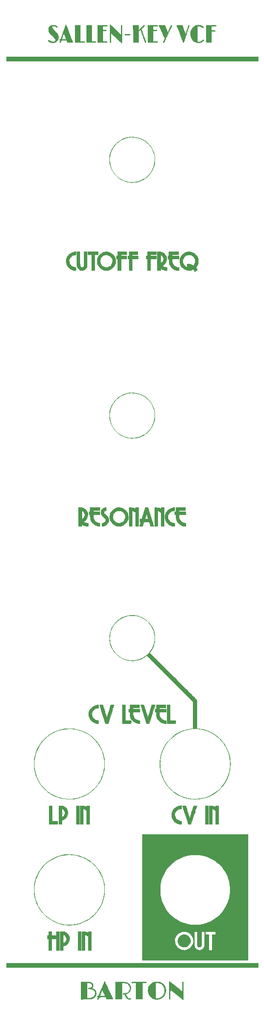
<source format=gbr>
%TF.GenerationSoftware,KiCad,Pcbnew,5.1.6-c6e7f7d~87~ubuntu20.04.1*%
%TF.CreationDate,2020-10-18T19:42:46-04:00*%
%TF.ProjectId,skvcf_panel,736b7663-665f-4706-916e-656c2e6b6963,rev?*%
%TF.SameCoordinates,Original*%
%TF.FileFunction,Legend,Top*%
%TF.FilePolarity,Positive*%
%FSLAX46Y46*%
G04 Gerber Fmt 4.6, Leading zero omitted, Abs format (unit mm)*
G04 Created by KiCad (PCBNEW 5.1.6-c6e7f7d~87~ubuntu20.04.1) date 2020-10-18 19:42:46*
%MOMM*%
%LPD*%
G01*
G04 APERTURE LIST*
%ADD10C,0.010000*%
G04 APERTURE END LIST*
D10*
%TO.C,G\u002A\u002A\u002A*%
G36*
X10579418Y66080510D02*
G01*
X10762329Y66033833D01*
X10775309Y66029020D01*
X10974507Y65928265D01*
X11159845Y65787218D01*
X11321205Y65616003D01*
X11448467Y65424743D01*
X11507265Y65296710D01*
X11548014Y65149043D01*
X11572318Y64976423D01*
X11578621Y64800375D01*
X11565367Y64642424D01*
X11557467Y64602314D01*
X11479743Y64371799D01*
X11360805Y64160999D01*
X11206556Y63976119D01*
X11022901Y63823366D01*
X10815745Y63708946D01*
X10654908Y63653666D01*
X10452824Y63620287D01*
X10240623Y63618827D01*
X10038978Y63648731D01*
X9956800Y63672406D01*
X9717683Y63778368D01*
X9513118Y63919086D01*
X9345633Y64091148D01*
X9217754Y64291137D01*
X9132011Y64515640D01*
X9090930Y64761241D01*
X9087604Y64846531D01*
X9109588Y65095952D01*
X9177504Y65328749D01*
X9287930Y65540333D01*
X9437443Y65726113D01*
X9622622Y65881500D01*
X9840046Y66001904D01*
X9990267Y66057194D01*
X10172614Y66092936D01*
X10375922Y66100459D01*
X10579418Y66080510D01*
G37*
X10579418Y66080510D02*
X10762329Y66033833D01*
X10775309Y66029020D01*
X10974507Y65928265D01*
X11159845Y65787218D01*
X11321205Y65616003D01*
X11448467Y65424743D01*
X11507265Y65296710D01*
X11548014Y65149043D01*
X11572318Y64976423D01*
X11578621Y64800375D01*
X11565367Y64642424D01*
X11557467Y64602314D01*
X11479743Y64371799D01*
X11360805Y64160999D01*
X11206556Y63976119D01*
X11022901Y63823366D01*
X10815745Y63708946D01*
X10654908Y63653666D01*
X10452824Y63620287D01*
X10240623Y63618827D01*
X10038978Y63648731D01*
X9956800Y63672406D01*
X9717683Y63778368D01*
X9513118Y63919086D01*
X9345633Y64091148D01*
X9217754Y64291137D01*
X9132011Y64515640D01*
X9090930Y64761241D01*
X9087604Y64846531D01*
X9109588Y65095952D01*
X9177504Y65328749D01*
X9287930Y65540333D01*
X9437443Y65726113D01*
X9622622Y65881500D01*
X9840046Y66001904D01*
X9990267Y66057194D01*
X10172614Y66092936D01*
X10375922Y66100459D01*
X10579418Y66080510D01*
G36*
X-410600Y244872421D02*
G01*
X-415058Y244813864D01*
X-430927Y244783521D01*
X-466850Y244772348D01*
X-543209Y244763630D01*
X-650111Y244757362D01*
X-777658Y244753536D01*
X-915957Y244752147D01*
X-1055112Y244753188D01*
X-1185229Y244756654D01*
X-1296411Y244762537D01*
X-1378763Y244770833D01*
X-1422392Y244781534D01*
X-1425756Y244784143D01*
X-1443178Y244832684D01*
X-1443400Y244873952D01*
X-1435100Y244932500D01*
X-419100Y244932500D01*
X-410600Y244872421D01*
G37*
X-410600Y244872421D02*
X-415058Y244813864D01*
X-430927Y244783521D01*
X-466850Y244772348D01*
X-543209Y244763630D01*
X-650111Y244757362D01*
X-777658Y244753536D01*
X-915957Y244752147D01*
X-1055112Y244753188D01*
X-1185229Y244756654D01*
X-1296411Y244762537D01*
X-1378763Y244770833D01*
X-1422392Y244781534D01*
X-1425756Y244784143D01*
X-1443178Y244832684D01*
X-1443400Y244873952D01*
X-1435100Y244932500D01*
X-419100Y244932500D01*
X-410600Y244872421D01*
G36*
X15678150Y246697412D02*
G01*
X15896341Y246696781D01*
X16099179Y246695151D01*
X16280909Y246692646D01*
X16435775Y246689393D01*
X16558019Y246685514D01*
X16641886Y246681136D01*
X16681620Y246676383D01*
X16683483Y246675605D01*
X16705990Y246635998D01*
X16708883Y246580744D01*
X16700500Y246507300D01*
X16224250Y246516665D01*
X15748000Y246526029D01*
X15748000Y245656400D01*
X16113189Y245656400D01*
X16261740Y245655512D01*
X16367478Y245652311D01*
X16438369Y245645994D01*
X16482380Y245635756D01*
X16507475Y245620793D01*
X16511766Y245616171D01*
X16531427Y245567282D01*
X16518498Y245533621D01*
X16500903Y245516646D01*
X16467619Y245504355D01*
X16410786Y245495773D01*
X16322543Y245489928D01*
X16195028Y245485846D01*
X16119920Y245484271D01*
X15748000Y245477242D01*
X15748000Y243268800D01*
X15244233Y243268800D01*
X15089150Y243269617D01*
X14951703Y243271895D01*
X14839871Y243275374D01*
X14761636Y243279795D01*
X14724980Y243284898D01*
X14723533Y243285734D01*
X14720651Y243313376D01*
X14717925Y243387603D01*
X14715394Y243504199D01*
X14713101Y243658950D01*
X14711087Y243847641D01*
X14709395Y244066055D01*
X14708065Y244309979D01*
X14707139Y244575197D01*
X14706659Y244857494D01*
X14706600Y245000234D01*
X14706600Y246697800D01*
X15678150Y246697412D01*
G37*
X15678150Y246697412D02*
X15896341Y246696781D01*
X16099179Y246695151D01*
X16280909Y246692646D01*
X16435775Y246689393D01*
X16558019Y246685514D01*
X16641886Y246681136D01*
X16681620Y246676383D01*
X16683483Y246675605D01*
X16705990Y246635998D01*
X16708883Y246580744D01*
X16700500Y246507300D01*
X16224250Y246516665D01*
X15748000Y246526029D01*
X15748000Y245656400D01*
X16113189Y245656400D01*
X16261740Y245655512D01*
X16367478Y245652311D01*
X16438369Y245645994D01*
X16482380Y245635756D01*
X16507475Y245620793D01*
X16511766Y245616171D01*
X16531427Y245567282D01*
X16518498Y245533621D01*
X16500903Y245516646D01*
X16467619Y245504355D01*
X16410786Y245495773D01*
X16322543Y245489928D01*
X16195028Y245485846D01*
X16119920Y245484271D01*
X15748000Y245477242D01*
X15748000Y243268800D01*
X15244233Y243268800D01*
X15089150Y243269617D01*
X14951703Y243271895D01*
X14839871Y243275374D01*
X14761636Y243279795D01*
X14724980Y243284898D01*
X14723533Y243285734D01*
X14720651Y243313376D01*
X14717925Y243387603D01*
X14715394Y243504199D01*
X14713101Y243658950D01*
X14711087Y243847641D01*
X14709395Y244066055D01*
X14708065Y244309979D01*
X14707139Y244575197D01*
X14706659Y244857494D01*
X14706600Y245000234D01*
X14706600Y246697800D01*
X15678150Y246697412D01*
G36*
X4314783Y246697684D02*
G01*
X4522352Y246696924D01*
X4688074Y246694904D01*
X4816425Y246691007D01*
X4911880Y246684615D01*
X4978917Y246675113D01*
X5022011Y246661882D01*
X5045638Y246644308D01*
X5054275Y246621772D01*
X5052397Y246593657D01*
X5045189Y246562164D01*
X5030106Y246502068D01*
X4597853Y246514547D01*
X4165600Y246527025D01*
X4165600Y245778961D01*
X4502150Y245786865D01*
X4654325Y245789254D01*
X4762866Y245787242D01*
X4834848Y245779483D01*
X4877345Y245764632D01*
X4897431Y245741343D01*
X4902200Y245710781D01*
X4896629Y245670712D01*
X4875191Y245642150D01*
X4830798Y245623227D01*
X4756360Y245612074D01*
X4644790Y245606824D01*
X4503144Y245605600D01*
X4165048Y245605600D01*
X4178300Y243459300D01*
X5041900Y243459300D01*
X5041900Y243396551D01*
X5039546Y243364651D01*
X5029397Y243338577D01*
X5006815Y243317741D01*
X4967166Y243301555D01*
X4905813Y243289434D01*
X4818123Y243280788D01*
X4699458Y243275032D01*
X4545183Y243271577D01*
X4350663Y243269837D01*
X4111263Y243269224D01*
X4036483Y243269175D01*
X3830073Y243269560D01*
X3639948Y243270824D01*
X3472041Y243272857D01*
X3332285Y243275549D01*
X3226610Y243278790D01*
X3160949Y243282471D01*
X3141133Y243285734D01*
X3138251Y243313376D01*
X3135525Y243387603D01*
X3132994Y243504199D01*
X3130701Y243658950D01*
X3128687Y243847641D01*
X3126995Y244066055D01*
X3125665Y244309979D01*
X3124739Y244575197D01*
X3124259Y244857494D01*
X3124200Y245000234D01*
X3124200Y246697800D01*
X4060889Y246697800D01*
X4314783Y246697684D01*
G37*
X4314783Y246697684D02*
X4522352Y246696924D01*
X4688074Y246694904D01*
X4816425Y246691007D01*
X4911880Y246684615D01*
X4978917Y246675113D01*
X5022011Y246661882D01*
X5045638Y246644308D01*
X5054275Y246621772D01*
X5052397Y246593657D01*
X5045189Y246562164D01*
X5030106Y246502068D01*
X4597853Y246514547D01*
X4165600Y246527025D01*
X4165600Y245778961D01*
X4502150Y245786865D01*
X4654325Y245789254D01*
X4762866Y245787242D01*
X4834848Y245779483D01*
X4877345Y245764632D01*
X4897431Y245741343D01*
X4902200Y245710781D01*
X4896629Y245670712D01*
X4875191Y245642150D01*
X4830798Y245623227D01*
X4756360Y245612074D01*
X4644790Y245606824D01*
X4503144Y245605600D01*
X4165048Y245605600D01*
X4178300Y243459300D01*
X5041900Y243459300D01*
X5041900Y243396551D01*
X5039546Y243364651D01*
X5029397Y243338577D01*
X5006815Y243317741D01*
X4967166Y243301555D01*
X4905813Y243289434D01*
X4818123Y243280788D01*
X4699458Y243275032D01*
X4545183Y243271577D01*
X4350663Y243269837D01*
X4111263Y243269224D01*
X4036483Y243269175D01*
X3830073Y243269560D01*
X3639948Y243270824D01*
X3472041Y243272857D01*
X3332285Y243275549D01*
X3226610Y243278790D01*
X3160949Y243282471D01*
X3141133Y243285734D01*
X3138251Y243313376D01*
X3135525Y243387603D01*
X3132994Y243504199D01*
X3130701Y243658950D01*
X3128687Y243847641D01*
X3126995Y244066055D01*
X3125665Y244309979D01*
X3124739Y244575197D01*
X3124259Y244857494D01*
X3124200Y245000234D01*
X3124200Y246697800D01*
X4060889Y246697800D01*
X4314783Y246697684D01*
G36*
X-5700418Y246697656D02*
G01*
X-5502237Y246697072D01*
X-5345046Y246695822D01*
X-5223939Y246693679D01*
X-5134012Y246690417D01*
X-5070360Y246685809D01*
X-5028078Y246679628D01*
X-5002261Y246671648D01*
X-4988004Y246661643D01*
X-4982296Y246653350D01*
X-4971881Y246594470D01*
X-4979295Y246555232D01*
X-4988604Y246535532D01*
X-5004290Y246521649D01*
X-5033904Y246512882D01*
X-5084994Y246508534D01*
X-5165111Y246507904D01*
X-5281804Y246510293D01*
X-5420794Y246514340D01*
X-5842000Y246527116D01*
X-5842000Y245778931D01*
X-5512862Y245787307D01*
X-5363054Y245789716D01*
X-5257082Y245786770D01*
X-5188094Y245776493D01*
X-5149238Y245756911D01*
X-5133662Y245726048D01*
X-5134514Y245681929D01*
X-5135000Y245678380D01*
X-5139977Y245654425D01*
X-5152366Y245637678D01*
X-5180270Y245626618D01*
X-5231790Y245619725D01*
X-5315028Y245615477D01*
X-5438086Y245612356D01*
X-5492750Y245611234D01*
X-5842000Y245604167D01*
X-5842000Y243446600D01*
X-5568950Y243448115D01*
X-5440604Y243450719D01*
X-5316823Y243456496D01*
X-5215305Y243464472D01*
X-5171754Y243470018D01*
X-5091216Y243479470D01*
X-5041216Y243472450D01*
X-5003355Y243446123D01*
X-5000880Y243443680D01*
X-4970505Y243395641D01*
X-4968313Y243360051D01*
X-4982530Y243336834D01*
X-5008738Y243317837D01*
X-5051593Y243302655D01*
X-5115749Y243290880D01*
X-5205858Y243282104D01*
X-5326575Y243275921D01*
X-5482554Y243271922D01*
X-5678449Y243269701D01*
X-5918914Y243268850D01*
X-6010891Y243268800D01*
X-6883400Y243268800D01*
X-6883400Y246697800D01*
X-5944494Y246697800D01*
X-5700418Y246697656D01*
G37*
X-5700418Y246697656D02*
X-5502237Y246697072D01*
X-5345046Y246695822D01*
X-5223939Y246693679D01*
X-5134012Y246690417D01*
X-5070360Y246685809D01*
X-5028078Y246679628D01*
X-5002261Y246671648D01*
X-4988004Y246661643D01*
X-4982296Y246653350D01*
X-4971881Y246594470D01*
X-4979295Y246555232D01*
X-4988604Y246535532D01*
X-5004290Y246521649D01*
X-5033904Y246512882D01*
X-5084994Y246508534D01*
X-5165111Y246507904D01*
X-5281804Y246510293D01*
X-5420794Y246514340D01*
X-5842000Y246527116D01*
X-5842000Y245778931D01*
X-5512862Y245787307D01*
X-5363054Y245789716D01*
X-5257082Y245786770D01*
X-5188094Y245776493D01*
X-5149238Y245756911D01*
X-5133662Y245726048D01*
X-5134514Y245681929D01*
X-5135000Y245678380D01*
X-5139977Y245654425D01*
X-5152366Y245637678D01*
X-5180270Y245626618D01*
X-5231790Y245619725D01*
X-5315028Y245615477D01*
X-5438086Y245612356D01*
X-5492750Y245611234D01*
X-5842000Y245604167D01*
X-5842000Y243446600D01*
X-5568950Y243448115D01*
X-5440604Y243450719D01*
X-5316823Y243456496D01*
X-5215305Y243464472D01*
X-5171754Y243470018D01*
X-5091216Y243479470D01*
X-5041216Y243472450D01*
X-5003355Y243446123D01*
X-5000880Y243443680D01*
X-4970505Y243395641D01*
X-4968313Y243360051D01*
X-4982530Y243336834D01*
X-5008738Y243317837D01*
X-5051593Y243302655D01*
X-5115749Y243290880D01*
X-5205858Y243282104D01*
X-5326575Y243275921D01*
X-5482554Y243271922D01*
X-5678449Y243269701D01*
X-5918914Y243268850D01*
X-6010891Y243268800D01*
X-6883400Y243268800D01*
X-6883400Y246697800D01*
X-5944494Y246697800D01*
X-5700418Y246697656D01*
G36*
X-8051800Y243442346D02*
G01*
X-7753350Y243456020D01*
X-7626201Y243462149D01*
X-7509601Y243468312D01*
X-7417631Y243473734D01*
X-7369144Y243477197D01*
X-7292601Y243467509D01*
X-7249272Y243431038D01*
X-7241007Y243380962D01*
X-7269655Y243330458D01*
X-7337067Y243292706D01*
X-7343004Y243290960D01*
X-7382493Y243286778D01*
X-7466303Y243282813D01*
X-7587953Y243279207D01*
X-7740964Y243276100D01*
X-7918857Y243273631D01*
X-8115152Y243271943D01*
X-8248650Y243271332D01*
X-9093200Y243268800D01*
X-9093200Y246697800D01*
X-8051800Y246697800D01*
X-8051800Y243442346D01*
G37*
X-8051800Y243442346D02*
X-7753350Y243456020D01*
X-7626201Y243462149D01*
X-7509601Y243468312D01*
X-7417631Y243473734D01*
X-7369144Y243477197D01*
X-7292601Y243467509D01*
X-7249272Y243431038D01*
X-7241007Y243380962D01*
X-7269655Y243330458D01*
X-7337067Y243292706D01*
X-7343004Y243290960D01*
X-7382493Y243286778D01*
X-7466303Y243282813D01*
X-7587953Y243279207D01*
X-7740964Y243276100D01*
X-7918857Y243273631D01*
X-8115152Y243271943D01*
X-8248650Y243271332D01*
X-9093200Y243268800D01*
X-9093200Y246697800D01*
X-8051800Y246697800D01*
X-8051800Y243442346D01*
G36*
X-10312400Y243441377D02*
G01*
X-10001250Y243456169D01*
X-9871436Y243462556D01*
X-9751943Y243468821D01*
X-9656533Y243474220D01*
X-9601200Y243477831D01*
X-9541161Y243478324D01*
X-9514577Y243458657D01*
X-9504669Y243406204D01*
X-9504563Y243405119D01*
X-9503758Y243370824D01*
X-9511708Y243342798D01*
X-9532982Y243320415D01*
X-9572148Y243303042D01*
X-9633773Y243290052D01*
X-9722425Y243280816D01*
X-9842674Y243274702D01*
X-9999086Y243271084D01*
X-10196229Y243269330D01*
X-10438672Y243268811D01*
X-10493991Y243268800D01*
X-11328400Y243268800D01*
X-11328400Y246697800D01*
X-10312400Y246697800D01*
X-10312400Y243441377D01*
G37*
X-10312400Y243441377D02*
X-10001250Y243456169D01*
X-9871436Y243462556D01*
X-9751943Y243468821D01*
X-9656533Y243474220D01*
X-9601200Y243477831D01*
X-9541161Y243478324D01*
X-9514577Y243458657D01*
X-9504669Y243406204D01*
X-9504563Y243405119D01*
X-9503758Y243370824D01*
X-9511708Y243342798D01*
X-9532982Y243320415D01*
X-9572148Y243303042D01*
X-9633773Y243290052D01*
X-9722425Y243280816D01*
X-9842674Y243274702D01*
X-9999086Y243271084D01*
X-10196229Y243269330D01*
X-10438672Y243268811D01*
X-10493991Y243268800D01*
X-11328400Y243268800D01*
X-11328400Y246697800D01*
X-10312400Y246697800D01*
X-10312400Y243441377D01*
G36*
X13474700Y246712806D02*
G01*
X13626606Y246673968D01*
X13774417Y246619764D01*
X13910069Y246554912D01*
X14025504Y246484129D01*
X14112658Y246412135D01*
X14163472Y246343647D01*
X14173200Y246303966D01*
X14155256Y246258373D01*
X14114915Y246213004D01*
X14072414Y246190015D01*
X14068939Y246189800D01*
X14038121Y246206432D01*
X13986956Y246248783D01*
X13955604Y246278703D01*
X13818640Y246385173D01*
X13647877Y246471224D01*
X13457651Y246532680D01*
X13262298Y246565363D01*
X13076153Y246565096D01*
X13007780Y246554887D01*
X12928211Y246538973D01*
X12934755Y244986437D01*
X12941300Y243433900D01*
X13144500Y243425666D01*
X13384338Y243432627D01*
X13592002Y243475689D01*
X13772909Y243556787D01*
X13932481Y243677857D01*
X13978085Y243723407D01*
X14060724Y243803913D01*
X14120423Y243843710D01*
X14162212Y243844494D01*
X14191122Y243807962D01*
X14195627Y243796798D01*
X14208169Y243731997D01*
X14190307Y243671113D01*
X14136908Y243603295D01*
X14077912Y243547884D01*
X13895223Y243418839D01*
X13677419Y243320328D01*
X13551913Y243282274D01*
X13426398Y243260410D01*
X13270806Y243248461D01*
X13103197Y243246419D01*
X12941631Y243254278D01*
X12804169Y243272031D01*
X12757519Y243282557D01*
X12508838Y243375050D01*
X12284578Y243510616D01*
X12087260Y243686493D01*
X11919404Y243899918D01*
X11783531Y244148127D01*
X11682160Y244428358D01*
X11669487Y244475300D01*
X11643769Y244614557D01*
X11627609Y244785725D01*
X11621058Y244973178D01*
X11624165Y245161289D01*
X11636982Y245334433D01*
X11659557Y245476984D01*
X11666189Y245504000D01*
X11763566Y245781159D01*
X11896897Y246028604D01*
X12062224Y246243692D01*
X12255594Y246423780D01*
X12473050Y246566222D01*
X12710636Y246668376D01*
X12964397Y246727597D01*
X13230377Y246741241D01*
X13474700Y246712806D01*
G37*
X13474700Y246712806D02*
X13626606Y246673968D01*
X13774417Y246619764D01*
X13910069Y246554912D01*
X14025504Y246484129D01*
X14112658Y246412135D01*
X14163472Y246343647D01*
X14173200Y246303966D01*
X14155256Y246258373D01*
X14114915Y246213004D01*
X14072414Y246190015D01*
X14068939Y246189800D01*
X14038121Y246206432D01*
X13986956Y246248783D01*
X13955604Y246278703D01*
X13818640Y246385173D01*
X13647877Y246471224D01*
X13457651Y246532680D01*
X13262298Y246565363D01*
X13076153Y246565096D01*
X13007780Y246554887D01*
X12928211Y246538973D01*
X12934755Y244986437D01*
X12941300Y243433900D01*
X13144500Y243425666D01*
X13384338Y243432627D01*
X13592002Y243475689D01*
X13772909Y243556787D01*
X13932481Y243677857D01*
X13978085Y243723407D01*
X14060724Y243803913D01*
X14120423Y243843710D01*
X14162212Y243844494D01*
X14191122Y243807962D01*
X14195627Y243796798D01*
X14208169Y243731997D01*
X14190307Y243671113D01*
X14136908Y243603295D01*
X14077912Y243547884D01*
X13895223Y243418839D01*
X13677419Y243320328D01*
X13551913Y243282274D01*
X13426398Y243260410D01*
X13270806Y243248461D01*
X13103197Y243246419D01*
X12941631Y243254278D01*
X12804169Y243272031D01*
X12757519Y243282557D01*
X12508838Y243375050D01*
X12284578Y243510616D01*
X12087260Y243686493D01*
X11919404Y243899918D01*
X11783531Y244148127D01*
X11682160Y244428358D01*
X11669487Y244475300D01*
X11643769Y244614557D01*
X11627609Y244785725D01*
X11621058Y244973178D01*
X11624165Y245161289D01*
X11636982Y245334433D01*
X11659557Y245476984D01*
X11666189Y245504000D01*
X11763566Y245781159D01*
X11896897Y246028604D01*
X12062224Y246243692D01*
X12255594Y246423780D01*
X12473050Y246566222D01*
X12710636Y246668376D01*
X12964397Y246727597D01*
X13230377Y246741241D01*
X13474700Y246712806D01*
G36*
X7843263Y246701546D02*
G01*
X7866273Y246646926D01*
X7862347Y246574855D01*
X7859374Y246564450D01*
X7845576Y246532009D01*
X7811864Y246457716D01*
X7760127Y246345607D01*
X7692250Y246199715D01*
X7610121Y246024073D01*
X7515628Y245822716D01*
X7410658Y245599677D01*
X7297097Y245358989D01*
X7176833Y245104688D01*
X7143403Y245034100D01*
X7020629Y244774795D01*
X6903197Y244526486D01*
X6793106Y244293414D01*
X6692351Y244079821D01*
X6602929Y243889947D01*
X6526838Y243728033D01*
X6466074Y243598322D01*
X6422635Y243505054D01*
X6398518Y243452470D01*
X6395924Y243446600D01*
X6336359Y243330093D01*
X6279990Y243263564D01*
X6225981Y243246352D01*
X6177280Y243273880D01*
X6150575Y243324262D01*
X6155946Y243394606D01*
X6194732Y243490601D01*
X6252260Y243592203D01*
X6315799Y243700484D01*
X6379597Y243816813D01*
X6428138Y243912530D01*
X6498555Y244060959D01*
X6452548Y244166530D01*
X6433107Y244209855D01*
X6394612Y244294499D01*
X6339271Y244415645D01*
X6269291Y244568476D01*
X6186882Y244748174D01*
X6094251Y244949922D01*
X5993606Y245168903D01*
X5887155Y245400300D01*
X5857570Y245464572D01*
X5751655Y245695032D01*
X5652464Y245911621D01*
X5561984Y246109946D01*
X5482202Y246285614D01*
X5415107Y246434232D01*
X5362686Y246551407D01*
X5326926Y246632747D01*
X5309816Y246673858D01*
X5308600Y246677890D01*
X5332816Y246683524D01*
X5400751Y246687999D01*
X5505332Y246691144D01*
X5639488Y246692792D01*
X5796146Y246692772D01*
X5895562Y246691919D01*
X6482524Y246685100D01*
X6763904Y245980250D01*
X6835090Y245803195D01*
X6900694Y245642435D01*
X6958274Y245503761D01*
X7005391Y245392967D01*
X7039601Y245315844D01*
X7058464Y245278186D01*
X7060972Y245275400D01*
X7075980Y245297317D01*
X7108609Y245358257D01*
X7155436Y245451009D01*
X7213041Y245568361D01*
X7278001Y245703100D01*
X7346894Y245848014D01*
X7416298Y245995890D01*
X7482790Y246139515D01*
X7542949Y246271679D01*
X7593353Y246385168D01*
X7630579Y246472769D01*
X7638732Y246493091D01*
X7682936Y246601014D01*
X7716953Y246669344D01*
X7746760Y246706650D01*
X7778330Y246721500D01*
X7799198Y246723200D01*
X7843263Y246701546D01*
G37*
X7843263Y246701546D02*
X7866273Y246646926D01*
X7862347Y246574855D01*
X7859374Y246564450D01*
X7845576Y246532009D01*
X7811864Y246457716D01*
X7760127Y246345607D01*
X7692250Y246199715D01*
X7610121Y246024073D01*
X7515628Y245822716D01*
X7410658Y245599677D01*
X7297097Y245358989D01*
X7176833Y245104688D01*
X7143403Y245034100D01*
X7020629Y244774795D01*
X6903197Y244526486D01*
X6793106Y244293414D01*
X6692351Y244079821D01*
X6602929Y243889947D01*
X6526838Y243728033D01*
X6466074Y243598322D01*
X6422635Y243505054D01*
X6398518Y243452470D01*
X6395924Y243446600D01*
X6336359Y243330093D01*
X6279990Y243263564D01*
X6225981Y243246352D01*
X6177280Y243273880D01*
X6150575Y243324262D01*
X6155946Y243394606D01*
X6194732Y243490601D01*
X6252260Y243592203D01*
X6315799Y243700484D01*
X6379597Y243816813D01*
X6428138Y243912530D01*
X6498555Y244060959D01*
X6452548Y244166530D01*
X6433107Y244209855D01*
X6394612Y244294499D01*
X6339271Y244415645D01*
X6269291Y244568476D01*
X6186882Y244748174D01*
X6094251Y244949922D01*
X5993606Y245168903D01*
X5887155Y245400300D01*
X5857570Y245464572D01*
X5751655Y245695032D01*
X5652464Y245911621D01*
X5561984Y246109946D01*
X5482202Y246285614D01*
X5415107Y246434232D01*
X5362686Y246551407D01*
X5326926Y246632747D01*
X5309816Y246673858D01*
X5308600Y246677890D01*
X5332816Y246683524D01*
X5400751Y246687999D01*
X5505332Y246691144D01*
X5639488Y246692792D01*
X5796146Y246692772D01*
X5895562Y246691919D01*
X6482524Y246685100D01*
X6763904Y245980250D01*
X6835090Y245803195D01*
X6900694Y245642435D01*
X6958274Y245503761D01*
X7005391Y245392967D01*
X7039601Y245315844D01*
X7058464Y245278186D01*
X7060972Y245275400D01*
X7075980Y245297317D01*
X7108609Y245358257D01*
X7155436Y245451009D01*
X7213041Y245568361D01*
X7278001Y245703100D01*
X7346894Y245848014D01*
X7416298Y245995890D01*
X7482790Y246139515D01*
X7542949Y246271679D01*
X7593353Y246385168D01*
X7630579Y246472769D01*
X7638732Y246493091D01*
X7682936Y246601014D01*
X7716953Y246669344D01*
X7746760Y246706650D01*
X7778330Y246721500D01*
X7799198Y246723200D01*
X7843263Y246701546D01*
G36*
X2403666Y246714369D02*
G01*
X2437388Y246686319D01*
X2454436Y246654944D01*
X2452858Y246618016D01*
X2428989Y246570455D01*
X2379165Y246507183D01*
X2299723Y246423118D01*
X2186999Y246313183D01*
X2127673Y246256966D01*
X1819849Y245966890D01*
X2221530Y244802271D01*
X2303145Y244566187D01*
X2381153Y244341581D01*
X2453714Y244133676D01*
X2518990Y243947692D01*
X2575142Y243788853D01*
X2620331Y243662378D01*
X2652719Y243573491D01*
X2670467Y243527411D01*
X2670506Y243527321D01*
X2710235Y243407716D01*
X2712498Y243320853D01*
X2687320Y243273880D01*
X2633959Y243245194D01*
X2582082Y243267271D01*
X2552978Y243302910D01*
X2527418Y243355260D01*
X2494919Y243440198D01*
X2461678Y243541238D01*
X2455095Y243563260D01*
X2432888Y243634890D01*
X2397833Y243742802D01*
X2351932Y243881192D01*
X2297186Y244044253D01*
X2235596Y244226177D01*
X2169165Y244421159D01*
X2099892Y244623393D01*
X2029780Y244827071D01*
X1960831Y245026387D01*
X1895044Y245215535D01*
X1834422Y245388708D01*
X1780966Y245540099D01*
X1736678Y245663903D01*
X1703559Y245754313D01*
X1683610Y245805523D01*
X1679026Y245814823D01*
X1654328Y245806691D01*
X1600581Y245770291D01*
X1526135Y245711735D01*
X1453515Y245649723D01*
X1245215Y245465900D01*
X1244907Y244366825D01*
X1244600Y243267749D01*
X730250Y243274625D01*
X215900Y243281500D01*
X209371Y244989650D01*
X202842Y246697801D01*
X1243526Y246697801D01*
X1257300Y245706387D01*
X1676400Y246082894D01*
X1806811Y246201560D01*
X1931354Y246317655D01*
X2042497Y246423951D01*
X2132710Y246513214D01*
X2194465Y246578214D01*
X2205815Y246591301D01*
X2286531Y246676349D01*
X2351018Y246716771D01*
X2403666Y246714369D01*
G37*
X2403666Y246714369D02*
X2437388Y246686319D01*
X2454436Y246654944D01*
X2452858Y246618016D01*
X2428989Y246570455D01*
X2379165Y246507183D01*
X2299723Y246423118D01*
X2186999Y246313183D01*
X2127673Y246256966D01*
X1819849Y245966890D01*
X2221530Y244802271D01*
X2303145Y244566187D01*
X2381153Y244341581D01*
X2453714Y244133676D01*
X2518990Y243947692D01*
X2575142Y243788853D01*
X2620331Y243662378D01*
X2652719Y243573491D01*
X2670467Y243527411D01*
X2670506Y243527321D01*
X2710235Y243407716D01*
X2712498Y243320853D01*
X2687320Y243273880D01*
X2633959Y243245194D01*
X2582082Y243267271D01*
X2552978Y243302910D01*
X2527418Y243355260D01*
X2494919Y243440198D01*
X2461678Y243541238D01*
X2455095Y243563260D01*
X2432888Y243634890D01*
X2397833Y243742802D01*
X2351932Y243881192D01*
X2297186Y244044253D01*
X2235596Y244226177D01*
X2169165Y244421159D01*
X2099892Y244623393D01*
X2029780Y244827071D01*
X1960831Y245026387D01*
X1895044Y245215535D01*
X1834422Y245388708D01*
X1780966Y245540099D01*
X1736678Y245663903D01*
X1703559Y245754313D01*
X1683610Y245805523D01*
X1679026Y245814823D01*
X1654328Y245806691D01*
X1600581Y245770291D01*
X1526135Y245711735D01*
X1453515Y245649723D01*
X1245215Y245465900D01*
X1244907Y244366825D01*
X1244600Y243267749D01*
X730250Y243274625D01*
X215900Y243281500D01*
X209371Y244989650D01*
X202842Y246697801D01*
X1243526Y246697801D01*
X1257300Y245706387D01*
X1676400Y246082894D01*
X1806811Y246201560D01*
X1931354Y246317655D01*
X2042497Y246423951D01*
X2132710Y246513214D01*
X2194465Y246578214D01*
X2205815Y246591301D01*
X2286531Y246676349D01*
X2351018Y246716771D01*
X2403666Y246714369D01*
G36*
X-13171593Y246801345D02*
G01*
X-13144074Y246735425D01*
X-13101796Y246631099D01*
X-13046513Y246492868D01*
X-12979977Y246325230D01*
X-12903942Y246132685D01*
X-12820160Y245919731D01*
X-12730385Y245690868D01*
X-12636370Y245450595D01*
X-12539866Y245203411D01*
X-12442629Y244953815D01*
X-12346410Y244706307D01*
X-12252963Y244465385D01*
X-12164040Y244235548D01*
X-12081395Y244021296D01*
X-12006780Y243827127D01*
X-11941950Y243657541D01*
X-11888655Y243517037D01*
X-11848651Y243410115D01*
X-11823689Y243341272D01*
X-11815584Y243315918D01*
X-11815431Y243300067D01*
X-11825416Y243288229D01*
X-11851878Y243279821D01*
X-11901154Y243274261D01*
X-11979584Y243270964D01*
X-12093505Y243269349D01*
X-12249256Y243268831D01*
X-12327705Y243268800D01*
X-12847943Y243268800D01*
X-12932722Y243484609D01*
X-13017500Y243700417D01*
X-13531850Y243704319D01*
X-13689524Y243705625D01*
X-13830486Y243707003D01*
X-13946615Y243708354D01*
X-14029787Y243709584D01*
X-14071879Y243710596D01*
X-14074620Y243710760D01*
X-14095587Y243689700D01*
X-14126375Y243631447D01*
X-14161333Y243547197D01*
X-14172086Y243517685D01*
X-14223920Y243383003D01*
X-14269242Y243294781D01*
X-14311196Y243249607D01*
X-14352927Y243244065D01*
X-14396720Y243273880D01*
X-14421146Y243310403D01*
X-14422288Y243357004D01*
X-14398495Y243425791D01*
X-14366990Y243491895D01*
X-14315124Y243600574D01*
X-14288574Y243671882D01*
X-14285949Y243711657D01*
X-14305856Y243725741D01*
X-14311189Y243726000D01*
X-14356656Y243743233D01*
X-14407889Y243783285D01*
X-14445154Y243828689D01*
X-14452600Y243851186D01*
X-14430270Y243901970D01*
X-14392133Y243924460D01*
X-14021319Y243924460D01*
X-14007696Y243911573D01*
X-13964633Y243901468D01*
X-13887556Y243893788D01*
X-13771888Y243888179D01*
X-13613055Y243884284D01*
X-13481050Y243882465D01*
X-13327276Y243882451D01*
X-13210694Y243885951D01*
X-13135680Y243892720D01*
X-13106613Y243902512D01*
X-13106400Y243903552D01*
X-13115249Y243932521D01*
X-13139785Y244000930D01*
X-13176995Y244100989D01*
X-13223864Y244224905D01*
X-13277379Y244364887D01*
X-13334526Y244513143D01*
X-13392290Y244661882D01*
X-13447657Y244803313D01*
X-13497614Y244929643D01*
X-13539146Y245033081D01*
X-13569240Y245105836D01*
X-13584463Y245139391D01*
X-13598234Y245127208D01*
X-13625784Y245069775D01*
X-13665833Y244970357D01*
X-13717097Y244832219D01*
X-13778296Y244658626D01*
X-13812790Y244557872D01*
X-13869411Y244390324D01*
X-13920170Y244238754D01*
X-13962895Y244109763D01*
X-13995415Y244009948D01*
X-14015555Y243945907D01*
X-14021319Y243924460D01*
X-14392133Y243924460D01*
X-14373981Y243935164D01*
X-14299786Y243942098D01*
X-14287697Y243940262D01*
X-14270711Y243935053D01*
X-14256753Y243928743D01*
X-14244478Y243924646D01*
X-14232541Y243926073D01*
X-14219599Y243936336D01*
X-14204305Y243958747D01*
X-14185315Y243996618D01*
X-14161284Y244053262D01*
X-14130868Y244131990D01*
X-14092721Y244236115D01*
X-14045498Y244368949D01*
X-13987856Y244533804D01*
X-13918448Y244733992D01*
X-13835930Y244972825D01*
X-13738957Y245253616D01*
X-13650193Y245510323D01*
X-13564744Y245756573D01*
X-13484071Y245987790D01*
X-13409720Y246199628D01*
X-13343239Y246387741D01*
X-13286172Y246547785D01*
X-13240067Y246675413D01*
X-13206470Y246766281D01*
X-13186927Y246816043D01*
X-13182600Y246824362D01*
X-13171593Y246801345D01*
G37*
X-13171593Y246801345D02*
X-13144074Y246735425D01*
X-13101796Y246631099D01*
X-13046513Y246492868D01*
X-12979977Y246325230D01*
X-12903942Y246132685D01*
X-12820160Y245919731D01*
X-12730385Y245690868D01*
X-12636370Y245450595D01*
X-12539866Y245203411D01*
X-12442629Y244953815D01*
X-12346410Y244706307D01*
X-12252963Y244465385D01*
X-12164040Y244235548D01*
X-12081395Y244021296D01*
X-12006780Y243827127D01*
X-11941950Y243657541D01*
X-11888655Y243517037D01*
X-11848651Y243410115D01*
X-11823689Y243341272D01*
X-11815584Y243315918D01*
X-11815431Y243300067D01*
X-11825416Y243288229D01*
X-11851878Y243279821D01*
X-11901154Y243274261D01*
X-11979584Y243270964D01*
X-12093505Y243269349D01*
X-12249256Y243268831D01*
X-12327705Y243268800D01*
X-12847943Y243268800D01*
X-12932722Y243484609D01*
X-13017500Y243700417D01*
X-13531850Y243704319D01*
X-13689524Y243705625D01*
X-13830486Y243707003D01*
X-13946615Y243708354D01*
X-14029787Y243709584D01*
X-14071879Y243710596D01*
X-14074620Y243710760D01*
X-14095587Y243689700D01*
X-14126375Y243631447D01*
X-14161333Y243547197D01*
X-14172086Y243517685D01*
X-14223920Y243383003D01*
X-14269242Y243294781D01*
X-14311196Y243249607D01*
X-14352927Y243244065D01*
X-14396720Y243273880D01*
X-14421146Y243310403D01*
X-14422288Y243357004D01*
X-14398495Y243425791D01*
X-14366990Y243491895D01*
X-14315124Y243600574D01*
X-14288574Y243671882D01*
X-14285949Y243711657D01*
X-14305856Y243725741D01*
X-14311189Y243726000D01*
X-14356656Y243743233D01*
X-14407889Y243783285D01*
X-14445154Y243828689D01*
X-14452600Y243851186D01*
X-14430270Y243901970D01*
X-14392133Y243924460D01*
X-14021319Y243924460D01*
X-14007696Y243911573D01*
X-13964633Y243901468D01*
X-13887556Y243893788D01*
X-13771888Y243888179D01*
X-13613055Y243884284D01*
X-13481050Y243882465D01*
X-13327276Y243882451D01*
X-13210694Y243885951D01*
X-13135680Y243892720D01*
X-13106613Y243902512D01*
X-13106400Y243903552D01*
X-13115249Y243932521D01*
X-13139785Y244000930D01*
X-13176995Y244100989D01*
X-13223864Y244224905D01*
X-13277379Y244364887D01*
X-13334526Y244513143D01*
X-13392290Y244661882D01*
X-13447657Y244803313D01*
X-13497614Y244929643D01*
X-13539146Y245033081D01*
X-13569240Y245105836D01*
X-13584463Y245139391D01*
X-13598234Y245127208D01*
X-13625784Y245069775D01*
X-13665833Y244970357D01*
X-13717097Y244832219D01*
X-13778296Y244658626D01*
X-13812790Y244557872D01*
X-13869411Y244390324D01*
X-13920170Y244238754D01*
X-13962895Y244109763D01*
X-13995415Y244009948D01*
X-14015555Y243945907D01*
X-14021319Y243924460D01*
X-14392133Y243924460D01*
X-14373981Y243935164D01*
X-14299786Y243942098D01*
X-14287697Y243940262D01*
X-14270711Y243935053D01*
X-14256753Y243928743D01*
X-14244478Y243924646D01*
X-14232541Y243926073D01*
X-14219599Y243936336D01*
X-14204305Y243958747D01*
X-14185315Y243996618D01*
X-14161284Y244053262D01*
X-14130868Y244131990D01*
X-14092721Y244236115D01*
X-14045498Y244368949D01*
X-13987856Y244533804D01*
X-13918448Y244733992D01*
X-13835930Y244972825D01*
X-13738957Y245253616D01*
X-13650193Y245510323D01*
X-13564744Y245756573D01*
X-13484071Y245987790D01*
X-13409720Y246199628D01*
X-13343239Y246387741D01*
X-13286172Y246547785D01*
X-13240067Y246675413D01*
X-13206470Y246766281D01*
X-13186927Y246816043D01*
X-13182600Y246824362D01*
X-13171593Y246801345D01*
G36*
X-15462250Y246726161D02*
G01*
X-15302420Y246689958D01*
X-15159019Y246638032D01*
X-15039144Y246574744D01*
X-14949890Y246504457D01*
X-14898354Y246431532D01*
X-14889094Y246373846D01*
X-14911609Y246314419D01*
X-14959373Y246298156D01*
X-15030784Y246325095D01*
X-15092933Y246368832D01*
X-15221035Y246451839D01*
X-15366404Y246513750D01*
X-15516485Y246551834D01*
X-15658724Y246563359D01*
X-15780567Y246545594D01*
X-15824200Y246527940D01*
X-15896078Y246474483D01*
X-15933597Y246398485D01*
X-15935888Y246389690D01*
X-15943859Y246324576D01*
X-15933169Y246256780D01*
X-15900470Y246181104D01*
X-15842419Y246092349D01*
X-15755670Y245985318D01*
X-15636878Y245854813D01*
X-15501507Y245714723D01*
X-15305898Y245512122D01*
X-15145080Y245336765D01*
X-15014807Y245183384D01*
X-14910835Y245046712D01*
X-14828921Y244921482D01*
X-14764820Y244802427D01*
X-14762438Y244797448D01*
X-14716865Y244694532D01*
X-14688361Y244606027D01*
X-14671843Y244510712D01*
X-14662226Y244387367D01*
X-14661664Y244376834D01*
X-14669385Y244128375D01*
X-14719851Y243907203D01*
X-14812906Y243713591D01*
X-14948392Y243547812D01*
X-15126150Y243410141D01*
X-15260432Y243337654D01*
X-15339904Y243302478D01*
X-15408754Y243279068D01*
X-15481785Y243264649D01*
X-15573799Y243256447D01*
X-15699601Y243251687D01*
X-15722194Y243251101D01*
X-15905126Y243251013D01*
X-16046844Y243261537D01*
X-16151743Y243282100D01*
X-16301887Y243335996D01*
X-16449825Y243409732D01*
X-16575620Y243492776D01*
X-16617198Y243528029D01*
X-16668667Y243588781D01*
X-16684461Y243650818D01*
X-16683130Y243680402D01*
X-16666683Y243744027D01*
X-16631036Y243768024D01*
X-16572614Y243752228D01*
X-16487841Y243696474D01*
X-16454103Y243669791D01*
X-16288791Y243553654D01*
X-16122010Y243478196D01*
X-15936939Y243436988D01*
X-15817050Y243426373D01*
X-15621377Y243429761D01*
X-15466966Y243462349D01*
X-15353325Y243524402D01*
X-15279964Y243616184D01*
X-15246930Y243732910D01*
X-15243966Y243798413D01*
X-15252831Y243861453D01*
X-15277048Y243926839D01*
X-15320144Y243999378D01*
X-15385642Y244083881D01*
X-15477068Y244185154D01*
X-15597947Y244308008D01*
X-15751804Y244457251D01*
X-15838142Y244539424D01*
X-16012636Y244707408D01*
X-16153191Y244849174D01*
X-16265044Y244970845D01*
X-16353432Y245078545D01*
X-16423588Y245178399D01*
X-16480749Y245276531D01*
X-16499141Y245312588D01*
X-16582959Y245529970D01*
X-16622140Y245746731D01*
X-16617453Y245956951D01*
X-16569664Y246154709D01*
X-16479542Y246334087D01*
X-16347854Y246489164D01*
X-16346404Y246490503D01*
X-16179738Y246610569D01*
X-15984957Y246693118D01*
X-15770516Y246735897D01*
X-15544866Y246736653D01*
X-15462250Y246726161D01*
G37*
X-15462250Y246726161D02*
X-15302420Y246689958D01*
X-15159019Y246638032D01*
X-15039144Y246574744D01*
X-14949890Y246504457D01*
X-14898354Y246431532D01*
X-14889094Y246373846D01*
X-14911609Y246314419D01*
X-14959373Y246298156D01*
X-15030784Y246325095D01*
X-15092933Y246368832D01*
X-15221035Y246451839D01*
X-15366404Y246513750D01*
X-15516485Y246551834D01*
X-15658724Y246563359D01*
X-15780567Y246545594D01*
X-15824200Y246527940D01*
X-15896078Y246474483D01*
X-15933597Y246398485D01*
X-15935888Y246389690D01*
X-15943859Y246324576D01*
X-15933169Y246256780D01*
X-15900470Y246181104D01*
X-15842419Y246092349D01*
X-15755670Y245985318D01*
X-15636878Y245854813D01*
X-15501507Y245714723D01*
X-15305898Y245512122D01*
X-15145080Y245336765D01*
X-15014807Y245183384D01*
X-14910835Y245046712D01*
X-14828921Y244921482D01*
X-14764820Y244802427D01*
X-14762438Y244797448D01*
X-14716865Y244694532D01*
X-14688361Y244606027D01*
X-14671843Y244510712D01*
X-14662226Y244387367D01*
X-14661664Y244376834D01*
X-14669385Y244128375D01*
X-14719851Y243907203D01*
X-14812906Y243713591D01*
X-14948392Y243547812D01*
X-15126150Y243410141D01*
X-15260432Y243337654D01*
X-15339904Y243302478D01*
X-15408754Y243279068D01*
X-15481785Y243264649D01*
X-15573799Y243256447D01*
X-15699601Y243251687D01*
X-15722194Y243251101D01*
X-15905126Y243251013D01*
X-16046844Y243261537D01*
X-16151743Y243282100D01*
X-16301887Y243335996D01*
X-16449825Y243409732D01*
X-16575620Y243492776D01*
X-16617198Y243528029D01*
X-16668667Y243588781D01*
X-16684461Y243650818D01*
X-16683130Y243680402D01*
X-16666683Y243744027D01*
X-16631036Y243768024D01*
X-16572614Y243752228D01*
X-16487841Y243696474D01*
X-16454103Y243669791D01*
X-16288791Y243553654D01*
X-16122010Y243478196D01*
X-15936939Y243436988D01*
X-15817050Y243426373D01*
X-15621377Y243429761D01*
X-15466966Y243462349D01*
X-15353325Y243524402D01*
X-15279964Y243616184D01*
X-15246930Y243732910D01*
X-15243966Y243798413D01*
X-15252831Y243861453D01*
X-15277048Y243926839D01*
X-15320144Y243999378D01*
X-15385642Y244083881D01*
X-15477068Y244185154D01*
X-15597947Y244308008D01*
X-15751804Y244457251D01*
X-15838142Y244539424D01*
X-16012636Y244707408D01*
X-16153191Y244849174D01*
X-16265044Y244970845D01*
X-16353432Y245078545D01*
X-16423588Y245178399D01*
X-16480749Y245276531D01*
X-16499141Y245312588D01*
X-16582959Y245529970D01*
X-16622140Y245746731D01*
X-16617453Y245956951D01*
X-16569664Y246154709D01*
X-16479542Y246334087D01*
X-16347854Y246489164D01*
X-16346404Y246490503D01*
X-16179738Y246610569D01*
X-15984957Y246693118D01*
X-15770516Y246735897D01*
X-15544866Y246736653D01*
X-15462250Y246726161D01*
G36*
X11281995Y246718891D02*
G01*
X11284356Y246718564D01*
X11332115Y246693214D01*
X11348947Y246642620D01*
X11342610Y246603524D01*
X11320932Y246521411D01*
X11285446Y246401178D01*
X11237683Y246247723D01*
X11179177Y246065944D01*
X11111460Y245860739D01*
X11036064Y245637006D01*
X11015191Y245575820D01*
X10929147Y245324038D01*
X10837476Y245055491D01*
X10743939Y244781213D01*
X10652294Y244512235D01*
X10566301Y244259592D01*
X10489719Y244034315D01*
X10433354Y243868231D01*
X10372317Y243690403D01*
X10315990Y243530535D01*
X10266491Y243394311D01*
X10225942Y243287414D01*
X10196463Y243215528D01*
X10180173Y243184335D01*
X10178078Y243183898D01*
X10165991Y243212521D01*
X10137964Y243283874D01*
X10095716Y243393384D01*
X10040969Y243536476D01*
X9975443Y243708577D01*
X9900859Y243905112D01*
X9818939Y244121506D01*
X9731401Y244353185D01*
X9639969Y244595576D01*
X9546361Y244844104D01*
X9452300Y245094194D01*
X9359505Y245341273D01*
X9269698Y245580765D01*
X9184598Y245808098D01*
X9105928Y246018696D01*
X9035408Y246207985D01*
X8974758Y246371392D01*
X8925700Y246504341D01*
X8889953Y246602258D01*
X8869239Y246660570D01*
X8864600Y246675487D01*
X8889026Y246682577D01*
X8958456Y246687980D01*
X9067114Y246691525D01*
X9209228Y246693039D01*
X9379022Y246692348D01*
X9414540Y246691946D01*
X9964480Y246685100D01*
X10276720Y245812337D01*
X10348312Y245612750D01*
X10414724Y245428615D01*
X10473981Y245265326D01*
X10524111Y245128279D01*
X10563140Y245022868D01*
X10589095Y244954487D01*
X10600001Y244928533D01*
X10600020Y244928513D01*
X10613105Y244946356D01*
X10639878Y245009000D01*
X10679030Y245112713D01*
X10729247Y245253763D01*
X10789219Y245428415D01*
X10857635Y245632938D01*
X10933182Y245863599D01*
X10985146Y246024700D01*
X11050364Y246227531D01*
X11102394Y246387044D01*
X11143436Y246508337D01*
X11175686Y246596506D01*
X11201343Y246656649D01*
X11222604Y246693862D01*
X11241668Y246713242D01*
X11260732Y246719886D01*
X11281995Y246718891D01*
G37*
X11281995Y246718891D02*
X11284356Y246718564D01*
X11332115Y246693214D01*
X11348947Y246642620D01*
X11342610Y246603524D01*
X11320932Y246521411D01*
X11285446Y246401178D01*
X11237683Y246247723D01*
X11179177Y246065944D01*
X11111460Y245860739D01*
X11036064Y245637006D01*
X11015191Y245575820D01*
X10929147Y245324038D01*
X10837476Y245055491D01*
X10743939Y244781213D01*
X10652294Y244512235D01*
X10566301Y244259592D01*
X10489719Y244034315D01*
X10433354Y243868231D01*
X10372317Y243690403D01*
X10315990Y243530535D01*
X10266491Y243394311D01*
X10225942Y243287414D01*
X10196463Y243215528D01*
X10180173Y243184335D01*
X10178078Y243183898D01*
X10165991Y243212521D01*
X10137964Y243283874D01*
X10095716Y243393384D01*
X10040969Y243536476D01*
X9975443Y243708577D01*
X9900859Y243905112D01*
X9818939Y244121506D01*
X9731401Y244353185D01*
X9639969Y244595576D01*
X9546361Y244844104D01*
X9452300Y245094194D01*
X9359505Y245341273D01*
X9269698Y245580765D01*
X9184598Y245808098D01*
X9105928Y246018696D01*
X9035408Y246207985D01*
X8974758Y246371392D01*
X8925700Y246504341D01*
X8889953Y246602258D01*
X8869239Y246660570D01*
X8864600Y246675487D01*
X8889026Y246682577D01*
X8958456Y246687980D01*
X9067114Y246691525D01*
X9209228Y246693039D01*
X9379022Y246692348D01*
X9414540Y246691946D01*
X9964480Y246685100D01*
X10276720Y245812337D01*
X10348312Y245612750D01*
X10414724Y245428615D01*
X10473981Y245265326D01*
X10524111Y245128279D01*
X10563140Y245022868D01*
X10589095Y244954487D01*
X10600001Y244928533D01*
X10600020Y244928513D01*
X10613105Y244946356D01*
X10639878Y245009000D01*
X10679030Y245112713D01*
X10729247Y245253763D01*
X10789219Y245428415D01*
X10857635Y245632938D01*
X10933182Y245863599D01*
X10985146Y246024700D01*
X11050364Y246227531D01*
X11102394Y246387044D01*
X11143436Y246508337D01*
X11175686Y246596506D01*
X11201343Y246656649D01*
X11222604Y246693862D01*
X11241668Y246713242D01*
X11260732Y246719886D01*
X11281995Y246718891D01*
G36*
X-3289300Y245815153D02*
G01*
X-2197100Y244787506D01*
X-2171700Y246710500D01*
X-2116269Y246718392D01*
X-2060021Y246705777D01*
X-2039237Y246680292D01*
X-2035786Y246647673D01*
X-2032895Y246568521D01*
X-2030583Y246447100D01*
X-2028869Y246287672D01*
X-2027774Y246094501D01*
X-2027316Y245871851D01*
X-2027514Y245623986D01*
X-2028388Y245355170D01*
X-2029958Y245069665D01*
X-2031169Y244901435D01*
X-2044700Y243168570D01*
X-3136900Y244184953D01*
X-4229100Y245201335D01*
X-4235753Y244250627D01*
X-4237855Y243996479D01*
X-4240380Y243788770D01*
X-4243512Y243623140D01*
X-4247434Y243495228D01*
X-4252331Y243400674D01*
X-4258385Y243335118D01*
X-4265780Y243294199D01*
X-4274700Y243273557D01*
X-4276984Y243271221D01*
X-4327626Y243254939D01*
X-4377437Y243272104D01*
X-4398587Y243302514D01*
X-4399800Y243332314D01*
X-4400601Y243408729D01*
X-4401000Y243527574D01*
X-4401007Y243684667D01*
X-4400633Y243875824D01*
X-4399887Y244096862D01*
X-4398781Y244343596D01*
X-4397324Y244611844D01*
X-4395526Y244897421D01*
X-4394200Y245087551D01*
X-4381500Y246842801D01*
X-3289300Y245815153D01*
G37*
X-3289300Y245815153D02*
X-2197100Y244787506D01*
X-2171700Y246710500D01*
X-2116269Y246718392D01*
X-2060021Y246705777D01*
X-2039237Y246680292D01*
X-2035786Y246647673D01*
X-2032895Y246568521D01*
X-2030583Y246447100D01*
X-2028869Y246287672D01*
X-2027774Y246094501D01*
X-2027316Y245871851D01*
X-2027514Y245623986D01*
X-2028388Y245355170D01*
X-2029958Y245069665D01*
X-2031169Y244901435D01*
X-2044700Y243168570D01*
X-3136900Y244184953D01*
X-4229100Y245201335D01*
X-4235753Y244250627D01*
X-4237855Y243996479D01*
X-4240380Y243788770D01*
X-4243512Y243623140D01*
X-4247434Y243495228D01*
X-4252331Y243400674D01*
X-4258385Y243335118D01*
X-4265780Y243294199D01*
X-4274700Y243273557D01*
X-4276984Y243271221D01*
X-4327626Y243254939D01*
X-4377437Y243272104D01*
X-4398587Y243302514D01*
X-4399800Y243332314D01*
X-4400601Y243408729D01*
X-4401000Y243527574D01*
X-4401007Y243684667D01*
X-4400633Y243875824D01*
X-4399887Y244096862D01*
X-4398781Y244343596D01*
X-4397324Y244611844D01*
X-4395526Y244897421D01*
X-4394200Y245087551D01*
X-4381500Y246842801D01*
X-3289300Y245815153D01*
G36*
X25019000Y239611200D02*
G01*
X-24993600Y239611200D01*
X-24993600Y240398600D01*
X25019000Y240398600D01*
X25019000Y239611200D01*
G37*
X25019000Y239611200D02*
X-24993600Y239611200D01*
X-24993600Y240398600D01*
X25019000Y240398600D01*
X25019000Y239611200D01*
G36*
X631853Y224466139D02*
G01*
X1082135Y224381282D01*
X1516366Y224252649D01*
X1931946Y224082355D01*
X2326279Y223872517D01*
X2696764Y223625251D01*
X3040804Y223342673D01*
X3355800Y223026898D01*
X3639154Y222680043D01*
X3888267Y222304225D01*
X4100542Y221901558D01*
X4273378Y221474160D01*
X4404179Y221024145D01*
X4484838Y220594243D01*
X4508128Y220356435D01*
X4517565Y220088622D01*
X4513622Y219808212D01*
X4496771Y219532616D01*
X4467485Y219279242D01*
X4445699Y219152891D01*
X4330424Y218697490D01*
X4169130Y218253891D01*
X3965317Y217830721D01*
X3791003Y217538600D01*
X3513757Y217158246D01*
X3201226Y216812363D01*
X2856940Y216502652D01*
X2484428Y216230811D01*
X2087221Y215998541D01*
X1668849Y215807541D01*
X1232841Y215659509D01*
X782728Y215556147D01*
X322039Y215499152D01*
X-145695Y215490226D01*
X-425837Y215508415D01*
X-873595Y215576503D01*
X-1320613Y215693338D01*
X-1760853Y215857144D01*
X-2019300Y215977269D01*
X-2428586Y216210309D01*
X-2808159Y216483100D01*
X-3155698Y216792612D01*
X-3468885Y217135814D01*
X-3745400Y217509677D01*
X-3982921Y217911169D01*
X-4179131Y218337260D01*
X-4331708Y218784921D01*
X-4409109Y219098935D01*
X-4451879Y219358733D01*
X-4479847Y219648994D01*
X-4487338Y219829546D01*
X-4468040Y219829546D01*
X-4427562Y219372758D01*
X-4340382Y218921088D01*
X-4206306Y218478539D01*
X-4025138Y218049117D01*
X-3961329Y217922981D01*
X-3720696Y217518272D01*
X-3443070Y217145350D01*
X-3131755Y216806016D01*
X-2790055Y216502072D01*
X-2421274Y216235318D01*
X-2028715Y216007557D01*
X-1615682Y215820589D01*
X-1185479Y215676216D01*
X-741409Y215576239D01*
X-286778Y215522459D01*
X175112Y215516678D01*
X421038Y215533624D01*
X895905Y215604624D01*
X1354114Y215722448D01*
X1792900Y215885246D01*
X2209503Y216091165D01*
X2601159Y216338354D01*
X2965105Y216624962D01*
X3298579Y216949138D01*
X3598819Y217309031D01*
X3863061Y217702789D01*
X3986728Y217922981D01*
X4181583Y218346734D01*
X4329580Y218785542D01*
X4430826Y219235249D01*
X4485429Y219691699D01*
X4493497Y220150738D01*
X4455137Y220608209D01*
X4370457Y221059958D01*
X4239564Y221501829D01*
X4062565Y221929666D01*
X3873922Y222282595D01*
X3611892Y222674828D01*
X3313775Y223034121D01*
X2982908Y223358422D01*
X2622630Y223645678D01*
X2236279Y223893837D01*
X1827195Y224100846D01*
X1398715Y224264654D01*
X954179Y224383208D01*
X496923Y224454456D01*
X317500Y224468880D01*
X-168438Y224473462D01*
X-642944Y224429765D01*
X-1103377Y224339102D01*
X-1547093Y224202784D01*
X-1971449Y224022124D01*
X-2373802Y223798435D01*
X-2751509Y223533029D01*
X-3101927Y223227219D01*
X-3422412Y222882317D01*
X-3710321Y222499636D01*
X-3741068Y222453500D01*
X-3976714Y222050098D01*
X-4166826Y221627787D01*
X-4311209Y221190572D01*
X-4409669Y220742457D01*
X-4462011Y220287447D01*
X-4468040Y219829546D01*
X-4487338Y219829546D01*
X-4492399Y219951525D01*
X-4488920Y220248133D01*
X-4468798Y220520625D01*
X-4459524Y220594243D01*
X-4367813Y221072565D01*
X-4230041Y221530607D01*
X-4046944Y221966806D01*
X-3819259Y222379597D01*
X-3547721Y222767417D01*
X-3299976Y223058034D01*
X-2953921Y223395024D01*
X-2580722Y223689682D01*
X-2182658Y223940912D01*
X-1762008Y224147621D01*
X-1321051Y224308712D01*
X-862067Y224423091D01*
X-387335Y224489663D01*
X-306472Y224496059D01*
X168118Y224505104D01*
X631853Y224466139D01*
G37*
X631853Y224466139D02*
X1082135Y224381282D01*
X1516366Y224252649D01*
X1931946Y224082355D01*
X2326279Y223872517D01*
X2696764Y223625251D01*
X3040804Y223342673D01*
X3355800Y223026898D01*
X3639154Y222680043D01*
X3888267Y222304225D01*
X4100542Y221901558D01*
X4273378Y221474160D01*
X4404179Y221024145D01*
X4484838Y220594243D01*
X4508128Y220356435D01*
X4517565Y220088622D01*
X4513622Y219808212D01*
X4496771Y219532616D01*
X4467485Y219279242D01*
X4445699Y219152891D01*
X4330424Y218697490D01*
X4169130Y218253891D01*
X3965317Y217830721D01*
X3791003Y217538600D01*
X3513757Y217158246D01*
X3201226Y216812363D01*
X2856940Y216502652D01*
X2484428Y216230811D01*
X2087221Y215998541D01*
X1668849Y215807541D01*
X1232841Y215659509D01*
X782728Y215556147D01*
X322039Y215499152D01*
X-145695Y215490226D01*
X-425837Y215508415D01*
X-873595Y215576503D01*
X-1320613Y215693338D01*
X-1760853Y215857144D01*
X-2019300Y215977269D01*
X-2428586Y216210309D01*
X-2808159Y216483100D01*
X-3155698Y216792612D01*
X-3468885Y217135814D01*
X-3745400Y217509677D01*
X-3982921Y217911169D01*
X-4179131Y218337260D01*
X-4331708Y218784921D01*
X-4409109Y219098935D01*
X-4451879Y219358733D01*
X-4479847Y219648994D01*
X-4487338Y219829546D01*
X-4468040Y219829546D01*
X-4427562Y219372758D01*
X-4340382Y218921088D01*
X-4206306Y218478539D01*
X-4025138Y218049117D01*
X-3961329Y217922981D01*
X-3720696Y217518272D01*
X-3443070Y217145350D01*
X-3131755Y216806016D01*
X-2790055Y216502072D01*
X-2421274Y216235318D01*
X-2028715Y216007557D01*
X-1615682Y215820589D01*
X-1185479Y215676216D01*
X-741409Y215576239D01*
X-286778Y215522459D01*
X175112Y215516678D01*
X421038Y215533624D01*
X895905Y215604624D01*
X1354114Y215722448D01*
X1792900Y215885246D01*
X2209503Y216091165D01*
X2601159Y216338354D01*
X2965105Y216624962D01*
X3298579Y216949138D01*
X3598819Y217309031D01*
X3863061Y217702789D01*
X3986728Y217922981D01*
X4181583Y218346734D01*
X4329580Y218785542D01*
X4430826Y219235249D01*
X4485429Y219691699D01*
X4493497Y220150738D01*
X4455137Y220608209D01*
X4370457Y221059958D01*
X4239564Y221501829D01*
X4062565Y221929666D01*
X3873922Y222282595D01*
X3611892Y222674828D01*
X3313775Y223034121D01*
X2982908Y223358422D01*
X2622630Y223645678D01*
X2236279Y223893837D01*
X1827195Y224100846D01*
X1398715Y224264654D01*
X954179Y224383208D01*
X496923Y224454456D01*
X317500Y224468880D01*
X-168438Y224473462D01*
X-642944Y224429765D01*
X-1103377Y224339102D01*
X-1547093Y224202784D01*
X-1971449Y224022124D01*
X-2373802Y223798435D01*
X-2751509Y223533029D01*
X-3101927Y223227219D01*
X-3422412Y222882317D01*
X-3710321Y222499636D01*
X-3741068Y222453500D01*
X-3976714Y222050098D01*
X-4166826Y221627787D01*
X-4311209Y221190572D01*
X-4409669Y220742457D01*
X-4462011Y220287447D01*
X-4468040Y219829546D01*
X-4487338Y219829546D01*
X-4492399Y219951525D01*
X-4488920Y220248133D01*
X-4468798Y220520625D01*
X-4459524Y220594243D01*
X-4367813Y221072565D01*
X-4230041Y221530607D01*
X-4046944Y221966806D01*
X-3819259Y222379597D01*
X-3547721Y222767417D01*
X-3299976Y223058034D01*
X-2953921Y223395024D01*
X-2580722Y223689682D01*
X-2182658Y223940912D01*
X-1762008Y224147621D01*
X-1321051Y224308712D01*
X-862067Y224423091D01*
X-387335Y224489663D01*
X-306472Y224496059D01*
X168118Y224505104D01*
X631853Y224466139D01*
G36*
X9245600Y201104800D02*
G01*
X7924800Y201104800D01*
X7924800Y200901600D01*
X9271000Y200901600D01*
X9271000Y200292000D01*
X7924800Y200292000D01*
X7925101Y200006250D01*
X7934525Y199774837D01*
X7965055Y199579876D01*
X8020879Y199409920D01*
X8106186Y199253521D01*
X8225164Y199099232D01*
X8278451Y199040501D01*
X8386067Y198934512D01*
X8489008Y198855488D01*
X8609305Y198787183D01*
X8646751Y198768884D01*
X8842561Y198687717D01*
X9025826Y198635598D01*
X9185158Y198615705D01*
X9196050Y198615600D01*
X9271000Y198615600D01*
X9271000Y198006000D01*
X9099550Y198008020D01*
X8976117Y198015156D01*
X8841674Y198031351D01*
X8763000Y198045397D01*
X8666382Y198072918D01*
X8544829Y198117261D01*
X8418016Y198170946D01*
X8357556Y198199560D01*
X8242290Y198259740D01*
X8147732Y198318543D01*
X8059148Y198386928D01*
X7961809Y198475857D01*
X7887199Y198549533D01*
X7718286Y198733362D01*
X7587476Y198910231D01*
X7486292Y199093455D01*
X7406257Y199296348D01*
X7400426Y199314100D01*
X7372979Y199406311D01*
X7353216Y199494986D01*
X7339405Y199593085D01*
X7329813Y199713564D01*
X7322708Y199869381D01*
X7321475Y199904650D01*
X7308399Y200292000D01*
X7086600Y200292000D01*
X7086600Y200901600D01*
X7315200Y200901600D01*
X7315200Y201714400D01*
X9245600Y201714400D01*
X9245600Y201104800D01*
G37*
X9245600Y201104800D02*
X7924800Y201104800D01*
X7924800Y200901600D01*
X9271000Y200901600D01*
X9271000Y200292000D01*
X7924800Y200292000D01*
X7925101Y200006250D01*
X7934525Y199774837D01*
X7965055Y199579876D01*
X8020879Y199409920D01*
X8106186Y199253521D01*
X8225164Y199099232D01*
X8278451Y199040501D01*
X8386067Y198934512D01*
X8489008Y198855488D01*
X8609305Y198787183D01*
X8646751Y198768884D01*
X8842561Y198687717D01*
X9025826Y198635598D01*
X9185158Y198615705D01*
X9196050Y198615600D01*
X9271000Y198615600D01*
X9271000Y198006000D01*
X9099550Y198008020D01*
X8976117Y198015156D01*
X8841674Y198031351D01*
X8763000Y198045397D01*
X8666382Y198072918D01*
X8544829Y198117261D01*
X8418016Y198170946D01*
X8357556Y198199560D01*
X8242290Y198259740D01*
X8147732Y198318543D01*
X8059148Y198386928D01*
X7961809Y198475857D01*
X7887199Y198549533D01*
X7718286Y198733362D01*
X7587476Y198910231D01*
X7486292Y199093455D01*
X7406257Y199296348D01*
X7400426Y199314100D01*
X7372979Y199406311D01*
X7353216Y199494986D01*
X7339405Y199593085D01*
X7329813Y199713564D01*
X7322708Y199869381D01*
X7321475Y199904650D01*
X7308399Y200292000D01*
X7086600Y200292000D01*
X7086600Y200901600D01*
X7315200Y200901600D01*
X7315200Y201714400D01*
X9245600Y201714400D01*
X9245600Y201104800D01*
G36*
X5584104Y201700322D02*
G01*
X5818617Y201655716D01*
X6028920Y201577029D01*
X6224432Y201460705D01*
X6414574Y201303189D01*
X6420571Y201297527D01*
X6596725Y201098817D01*
X6731615Y200878343D01*
X6823188Y200642195D01*
X6869388Y200396466D01*
X6868162Y200147249D01*
X6849544Y200025300D01*
X6774183Y199771502D01*
X6657355Y199535447D01*
X6504253Y199324594D01*
X6320070Y199146404D01*
X6161370Y199036753D01*
X6077274Y198986266D01*
X6030786Y198952746D01*
X6015061Y198928569D01*
X6023257Y198906109D01*
X6033325Y198894089D01*
X6114988Y198828332D01*
X6233786Y198763803D01*
X6376189Y198705403D01*
X6528664Y198658036D01*
X6677680Y198626605D01*
X6800850Y198615976D01*
X6908800Y198615600D01*
X6908800Y197998954D01*
X6686550Y198012177D01*
X6412726Y198052483D01*
X6137123Y198139248D01*
X5869217Y198269396D01*
X5838567Y198287464D01*
X5638800Y198407527D01*
X5638800Y198006000D01*
X5029200Y198006000D01*
X5029200Y200268312D01*
X5638800Y200268312D01*
X5639188Y200070698D01*
X5640291Y199890379D01*
X5642011Y199733358D01*
X5644254Y199605641D01*
X5646923Y199513233D01*
X5649923Y199462139D01*
X5651776Y199453800D01*
X5680433Y199463707D01*
X5738700Y199488899D01*
X5775884Y199506038D01*
X5944526Y199612429D01*
X6084039Y199755646D01*
X6188490Y199927321D01*
X6251943Y200119084D01*
X6263940Y200194322D01*
X6260355Y200374089D01*
X6213389Y200552102D01*
X6129110Y200719049D01*
X6013586Y200865620D01*
X5872888Y200982504D01*
X5713082Y201060389D01*
X5695950Y201065775D01*
X5638800Y201082824D01*
X5638800Y200268312D01*
X5029200Y200268312D01*
X5029200Y201714400D01*
X5315963Y201714400D01*
X5584104Y201700322D01*
G37*
X5584104Y201700322D02*
X5818617Y201655716D01*
X6028920Y201577029D01*
X6224432Y201460705D01*
X6414574Y201303189D01*
X6420571Y201297527D01*
X6596725Y201098817D01*
X6731615Y200878343D01*
X6823188Y200642195D01*
X6869388Y200396466D01*
X6868162Y200147249D01*
X6849544Y200025300D01*
X6774183Y199771502D01*
X6657355Y199535447D01*
X6504253Y199324594D01*
X6320070Y199146404D01*
X6161370Y199036753D01*
X6077274Y198986266D01*
X6030786Y198952746D01*
X6015061Y198928569D01*
X6023257Y198906109D01*
X6033325Y198894089D01*
X6114988Y198828332D01*
X6233786Y198763803D01*
X6376189Y198705403D01*
X6528664Y198658036D01*
X6677680Y198626605D01*
X6800850Y198615976D01*
X6908800Y198615600D01*
X6908800Y197998954D01*
X6686550Y198012177D01*
X6412726Y198052483D01*
X6137123Y198139248D01*
X5869217Y198269396D01*
X5838567Y198287464D01*
X5638800Y198407527D01*
X5638800Y198006000D01*
X5029200Y198006000D01*
X5029200Y200268312D01*
X5638800Y200268312D01*
X5639188Y200070698D01*
X5640291Y199890379D01*
X5642011Y199733358D01*
X5644254Y199605641D01*
X5646923Y199513233D01*
X5649923Y199462139D01*
X5651776Y199453800D01*
X5680433Y199463707D01*
X5738700Y199488899D01*
X5775884Y199506038D01*
X5944526Y199612429D01*
X6084039Y199755646D01*
X6188490Y199927321D01*
X6251943Y200119084D01*
X6263940Y200194322D01*
X6260355Y200374089D01*
X6213389Y200552102D01*
X6129110Y200719049D01*
X6013586Y200865620D01*
X5872888Y200982504D01*
X5713082Y201060389D01*
X5695950Y201065775D01*
X5638800Y201082824D01*
X5638800Y200268312D01*
X5029200Y200268312D01*
X5029200Y201714400D01*
X5315963Y201714400D01*
X5584104Y201700322D01*
G36*
X4800600Y201104800D02*
G01*
X3657600Y201104800D01*
X3657600Y200901600D01*
X4851400Y200901600D01*
X4851400Y200292000D01*
X3657600Y200292000D01*
X3657600Y198006000D01*
X3048000Y198006000D01*
X3048000Y200292000D01*
X2819400Y200292000D01*
X2819400Y200901600D01*
X3048000Y200901600D01*
X3048000Y201714400D01*
X4800600Y201714400D01*
X4800600Y201104800D01*
G37*
X4800600Y201104800D02*
X3657600Y201104800D01*
X3657600Y200901600D01*
X4851400Y200901600D01*
X4851400Y200292000D01*
X3657600Y200292000D01*
X3657600Y198006000D01*
X3048000Y198006000D01*
X3048000Y200292000D01*
X2819400Y200292000D01*
X2819400Y200901600D01*
X3048000Y200901600D01*
X3048000Y201714400D01*
X4800600Y201714400D01*
X4800600Y201104800D01*
G36*
X1117600Y201104800D02*
G01*
X-25400Y201104800D01*
X-25400Y200901600D01*
X1168400Y200901600D01*
X1168400Y200292000D01*
X-25400Y200292000D01*
X-25400Y198006000D01*
X-635000Y198006000D01*
X-635000Y200292000D01*
X-889000Y200292000D01*
X-889000Y200901600D01*
X-635000Y200901600D01*
X-635000Y201714400D01*
X1117600Y201714400D01*
X1117600Y201104800D01*
G37*
X1117600Y201104800D02*
X-25400Y201104800D01*
X-25400Y200901600D01*
X1168400Y200901600D01*
X1168400Y200292000D01*
X-25400Y200292000D01*
X-25400Y198006000D01*
X-635000Y198006000D01*
X-635000Y200292000D01*
X-889000Y200292000D01*
X-889000Y200901600D01*
X-635000Y200901600D01*
X-635000Y201714400D01*
X1117600Y201714400D01*
X1117600Y201104800D01*
G36*
X-1092200Y201104800D02*
G01*
X-2235200Y201104800D01*
X-2235200Y200901600D01*
X-1066800Y200901600D01*
X-1066800Y200292000D01*
X-2235200Y200292000D01*
X-2235200Y198006000D01*
X-2844800Y198006000D01*
X-2844800Y200292000D01*
X-3098800Y200292000D01*
X-3098800Y200901600D01*
X-2844800Y200901600D01*
X-2844800Y201714400D01*
X-1092200Y201714400D01*
X-1092200Y201104800D01*
G37*
X-1092200Y201104800D02*
X-2235200Y201104800D01*
X-2235200Y200901600D01*
X-1066800Y200901600D01*
X-1066800Y200292000D01*
X-2235200Y200292000D01*
X-2235200Y198006000D01*
X-2844800Y198006000D01*
X-2844800Y200292000D01*
X-3098800Y200292000D01*
X-3098800Y200901600D01*
X-2844800Y200901600D01*
X-2844800Y201714400D01*
X-1092200Y201714400D01*
X-1092200Y201104800D01*
G36*
X-4973171Y201706620D02*
G01*
X-4748947Y201674435D01*
X-4526738Y201607850D01*
X-4318000Y201517243D01*
X-4207629Y201460761D01*
X-4116949Y201406049D01*
X-4032483Y201343095D01*
X-3940751Y201261886D01*
X-3832501Y201156623D01*
X-3724598Y201046595D01*
X-3644684Y200956981D01*
X-3582802Y200874422D01*
X-3528991Y200785559D01*
X-3473293Y200677033D01*
X-3470124Y200670531D01*
X-3414604Y200546326D01*
X-3364234Y200415770D01*
X-3326571Y200299220D01*
X-3314715Y200251852D01*
X-3286813Y200053105D01*
X-3279181Y199832276D01*
X-3291821Y199613863D01*
X-3314582Y199466500D01*
X-3360451Y199308868D01*
X-3433228Y199131353D01*
X-3524627Y198950709D01*
X-3626362Y198783685D01*
X-3705602Y198676034D01*
X-3876253Y198499443D01*
X-4082587Y198338795D01*
X-4310888Y198202487D01*
X-4547440Y198098917D01*
X-4737100Y198044488D01*
X-4914321Y198019259D01*
X-5116713Y198009960D01*
X-5321317Y198016565D01*
X-5505172Y198039047D01*
X-5537200Y198045397D01*
X-5685645Y198089508D01*
X-5854402Y198159320D01*
X-6026319Y198246221D01*
X-6184247Y198341600D01*
X-6302958Y198429874D01*
X-6526501Y198652869D01*
X-6710780Y198906029D01*
X-6852491Y199184356D01*
X-6912907Y199352200D01*
X-6939069Y199445965D01*
X-6956279Y199535266D01*
X-6966196Y199634960D01*
X-6970477Y199759904D01*
X-6971002Y199872900D01*
X-6970960Y199877061D01*
X-6377688Y199877061D01*
X-6359333Y199651590D01*
X-6300623Y199433826D01*
X-6203606Y199229436D01*
X-6070328Y199044090D01*
X-5902838Y198883454D01*
X-5703183Y198753197D01*
X-5491539Y198664643D01*
X-5319394Y198628183D01*
X-5124822Y198617090D01*
X-4929384Y198631325D01*
X-4769694Y198666026D01*
X-4544843Y198759977D01*
X-4348188Y198890867D01*
X-4182368Y199052843D01*
X-4050024Y199240055D01*
X-3953794Y199446652D01*
X-3896318Y199666783D01*
X-3880236Y199894596D01*
X-3908187Y200124242D01*
X-3982810Y200349867D01*
X-3996619Y200379732D01*
X-4124499Y200593707D01*
X-4281905Y200770972D01*
X-4463191Y200911101D01*
X-4662710Y201013671D01*
X-4874813Y201078257D01*
X-5093854Y201104436D01*
X-5314185Y201091781D01*
X-5530160Y201039870D01*
X-5736131Y200948278D01*
X-5926450Y200816581D01*
X-6095471Y200644354D01*
X-6170144Y200543038D01*
X-6285141Y200328453D01*
X-6353640Y200104571D01*
X-6377688Y199877061D01*
X-6970960Y199877061D01*
X-6969524Y200017116D01*
X-6964557Y200125181D01*
X-6954148Y200211722D01*
X-6936343Y200291364D01*
X-6909187Y200378735D01*
X-6899737Y200406300D01*
X-6812351Y200626836D01*
X-6711476Y200814127D01*
X-6586112Y200985667D01*
X-6428500Y201155744D01*
X-6200110Y201356289D01*
X-5965980Y201509016D01*
X-5719580Y201616899D01*
X-5454381Y201682911D01*
X-5216272Y201707988D01*
X-4973171Y201706620D01*
G37*
X-4973171Y201706620D02*
X-4748947Y201674435D01*
X-4526738Y201607850D01*
X-4318000Y201517243D01*
X-4207629Y201460761D01*
X-4116949Y201406049D01*
X-4032483Y201343095D01*
X-3940751Y201261886D01*
X-3832501Y201156623D01*
X-3724598Y201046595D01*
X-3644684Y200956981D01*
X-3582802Y200874422D01*
X-3528991Y200785559D01*
X-3473293Y200677033D01*
X-3470124Y200670531D01*
X-3414604Y200546326D01*
X-3364234Y200415770D01*
X-3326571Y200299220D01*
X-3314715Y200251852D01*
X-3286813Y200053105D01*
X-3279181Y199832276D01*
X-3291821Y199613863D01*
X-3314582Y199466500D01*
X-3360451Y199308868D01*
X-3433228Y199131353D01*
X-3524627Y198950709D01*
X-3626362Y198783685D01*
X-3705602Y198676034D01*
X-3876253Y198499443D01*
X-4082587Y198338795D01*
X-4310888Y198202487D01*
X-4547440Y198098917D01*
X-4737100Y198044488D01*
X-4914321Y198019259D01*
X-5116713Y198009960D01*
X-5321317Y198016565D01*
X-5505172Y198039047D01*
X-5537200Y198045397D01*
X-5685645Y198089508D01*
X-5854402Y198159320D01*
X-6026319Y198246221D01*
X-6184247Y198341600D01*
X-6302958Y198429874D01*
X-6526501Y198652869D01*
X-6710780Y198906029D01*
X-6852491Y199184356D01*
X-6912907Y199352200D01*
X-6939069Y199445965D01*
X-6956279Y199535266D01*
X-6966196Y199634960D01*
X-6970477Y199759904D01*
X-6971002Y199872900D01*
X-6970960Y199877061D01*
X-6377688Y199877061D01*
X-6359333Y199651590D01*
X-6300623Y199433826D01*
X-6203606Y199229436D01*
X-6070328Y199044090D01*
X-5902838Y198883454D01*
X-5703183Y198753197D01*
X-5491539Y198664643D01*
X-5319394Y198628183D01*
X-5124822Y198617090D01*
X-4929384Y198631325D01*
X-4769694Y198666026D01*
X-4544843Y198759977D01*
X-4348188Y198890867D01*
X-4182368Y199052843D01*
X-4050024Y199240055D01*
X-3953794Y199446652D01*
X-3896318Y199666783D01*
X-3880236Y199894596D01*
X-3908187Y200124242D01*
X-3982810Y200349867D01*
X-3996619Y200379732D01*
X-4124499Y200593707D01*
X-4281905Y200770972D01*
X-4463191Y200911101D01*
X-4662710Y201013671D01*
X-4874813Y201078257D01*
X-5093854Y201104436D01*
X-5314185Y201091781D01*
X-5530160Y201039870D01*
X-5736131Y200948278D01*
X-5926450Y200816581D01*
X-6095471Y200644354D01*
X-6170144Y200543038D01*
X-6285141Y200328453D01*
X-6353640Y200104571D01*
X-6377688Y199877061D01*
X-6970960Y199877061D01*
X-6969524Y200017116D01*
X-6964557Y200125181D01*
X-6954148Y200211722D01*
X-6936343Y200291364D01*
X-6909187Y200378735D01*
X-6899737Y200406300D01*
X-6812351Y200626836D01*
X-6711476Y200814127D01*
X-6586112Y200985667D01*
X-6428500Y201155744D01*
X-6200110Y201356289D01*
X-5965980Y201509016D01*
X-5719580Y201616899D01*
X-5454381Y201682911D01*
X-5216272Y201707988D01*
X-4973171Y201706620D01*
G36*
X-6807200Y201104800D02*
G01*
X-7493000Y201104800D01*
X-7493000Y198006000D01*
X-8077200Y198006000D01*
X-8077200Y201103367D01*
X-8426450Y201110434D01*
X-8775700Y201117500D01*
X-8782857Y201415950D01*
X-8790013Y201714400D01*
X-6807200Y201714400D01*
X-6807200Y201104800D01*
G37*
X-6807200Y201104800D02*
X-7493000Y201104800D01*
X-7493000Y198006000D01*
X-8077200Y198006000D01*
X-8077200Y201103367D01*
X-8426450Y201110434D01*
X-8775700Y201117500D01*
X-8782857Y201415950D01*
X-8790013Y201714400D01*
X-6807200Y201714400D01*
X-6807200Y201104800D01*
G36*
X-10383071Y200311050D02*
G01*
X-10381472Y200008285D01*
X-10379907Y199752116D01*
X-10378211Y199538344D01*
X-10376216Y199362765D01*
X-10373756Y199221178D01*
X-10370662Y199109382D01*
X-10366769Y199023173D01*
X-10361908Y198958351D01*
X-10355913Y198910714D01*
X-10348616Y198876058D01*
X-10339851Y198850184D01*
X-10329450Y198828888D01*
X-10323727Y198818887D01*
X-10232441Y198706959D01*
X-10116051Y198639195D01*
X-9974611Y198615625D01*
X-9969500Y198615600D01*
X-9829429Y198636439D01*
X-9716114Y198699964D01*
X-9627148Y198807690D01*
X-9607550Y198843438D01*
X-9550400Y198956564D01*
X-9550400Y201714400D01*
X-8965011Y201714400D01*
X-8971956Y200234284D01*
X-8978900Y198754168D01*
X-9060048Y198589365D01*
X-9181420Y198398254D01*
X-9340259Y198235817D01*
X-9527815Y198110829D01*
X-9546910Y198101171D01*
X-9641018Y198058864D01*
X-9724907Y198033355D01*
X-9819789Y198019791D01*
X-9928179Y198013916D01*
X-10077700Y198015026D01*
X-10200244Y198028284D01*
X-10254335Y198041393D01*
X-10441088Y198125714D01*
X-10615438Y198248449D01*
X-10764882Y198398969D01*
X-10876917Y198566643D01*
X-10880594Y198573855D01*
X-10919542Y198670912D01*
X-10953592Y198789617D01*
X-10971775Y198882300D01*
X-10976913Y198943812D01*
X-10981689Y199050864D01*
X-10986012Y199198198D01*
X-10989793Y199380555D01*
X-10992941Y199592677D01*
X-10995365Y199829304D01*
X-10996974Y200085180D01*
X-10997678Y200355043D01*
X-10997697Y200387250D01*
X-10998200Y201714400D01*
X-10390242Y201714400D01*
X-10383071Y200311050D01*
G37*
X-10383071Y200311050D02*
X-10381472Y200008285D01*
X-10379907Y199752116D01*
X-10378211Y199538344D01*
X-10376216Y199362765D01*
X-10373756Y199221178D01*
X-10370662Y199109382D01*
X-10366769Y199023173D01*
X-10361908Y198958351D01*
X-10355913Y198910714D01*
X-10348616Y198876058D01*
X-10339851Y198850184D01*
X-10329450Y198828888D01*
X-10323727Y198818887D01*
X-10232441Y198706959D01*
X-10116051Y198639195D01*
X-9974611Y198615625D01*
X-9969500Y198615600D01*
X-9829429Y198636439D01*
X-9716114Y198699964D01*
X-9627148Y198807690D01*
X-9607550Y198843438D01*
X-9550400Y198956564D01*
X-9550400Y201714400D01*
X-8965011Y201714400D01*
X-8971956Y200234284D01*
X-8978900Y198754168D01*
X-9060048Y198589365D01*
X-9181420Y198398254D01*
X-9340259Y198235817D01*
X-9527815Y198110829D01*
X-9546910Y198101171D01*
X-9641018Y198058864D01*
X-9724907Y198033355D01*
X-9819789Y198019791D01*
X-9928179Y198013916D01*
X-10077700Y198015026D01*
X-10200244Y198028284D01*
X-10254335Y198041393D01*
X-10441088Y198125714D01*
X-10615438Y198248449D01*
X-10764882Y198398969D01*
X-10876917Y198566643D01*
X-10880594Y198573855D01*
X-10919542Y198670912D01*
X-10953592Y198789617D01*
X-10971775Y198882300D01*
X-10976913Y198943812D01*
X-10981689Y199050864D01*
X-10986012Y199198198D01*
X-10989793Y199380555D01*
X-10992941Y199592677D01*
X-10995365Y199829304D01*
X-10996974Y200085180D01*
X-10997678Y200355043D01*
X-10997697Y200387250D01*
X-10998200Y201714400D01*
X-10390242Y201714400D01*
X-10383071Y200311050D01*
G36*
X-11176000Y201112146D02*
G01*
X-11336427Y201097166D01*
X-11570986Y201050879D01*
X-11798776Y200959823D01*
X-12010144Y200829945D01*
X-12195436Y200667193D01*
X-12344998Y200477516D01*
X-12346841Y200474621D01*
X-12450003Y200267403D01*
X-12507066Y200049660D01*
X-12519918Y199827536D01*
X-12490447Y199607175D01*
X-12420541Y199394720D01*
X-12312088Y199196316D01*
X-12166977Y199018107D01*
X-11987095Y198866236D01*
X-11822824Y198769500D01*
X-11670137Y198704403D01*
X-11511177Y198653914D01*
X-11363661Y198622984D01*
X-11272264Y198615600D01*
X-11176000Y198615600D01*
X-11176000Y198006000D01*
X-11347450Y198008020D01*
X-11470698Y198015199D01*
X-11604790Y198031505D01*
X-11683347Y198045686D01*
X-11847530Y198094651D01*
X-12030139Y198171276D01*
X-12213808Y198267176D01*
X-12381167Y198373963D01*
X-12415754Y198399354D01*
X-12622327Y198586282D01*
X-12799577Y198808815D01*
X-12943273Y199058385D01*
X-13049182Y199326425D01*
X-13113072Y199604368D01*
X-13131182Y199847500D01*
X-13114801Y200098916D01*
X-13063524Y200334293D01*
X-12973113Y200571029D01*
X-12936384Y200647600D01*
X-12869150Y200773508D01*
X-12801558Y200877995D01*
X-12721098Y200978109D01*
X-12615259Y201090900D01*
X-12599055Y201107311D01*
X-12476325Y201223061D01*
X-12349726Y201328629D01*
X-12234817Y201411289D01*
X-12204700Y201429863D01*
X-12024698Y201521013D01*
X-11821206Y201600608D01*
X-11613272Y201662366D01*
X-11419946Y201700005D01*
X-11368689Y201705567D01*
X-11176000Y201721855D01*
X-11176000Y201112146D01*
G37*
X-11176000Y201112146D02*
X-11336427Y201097166D01*
X-11570986Y201050879D01*
X-11798776Y200959823D01*
X-12010144Y200829945D01*
X-12195436Y200667193D01*
X-12344998Y200477516D01*
X-12346841Y200474621D01*
X-12450003Y200267403D01*
X-12507066Y200049660D01*
X-12519918Y199827536D01*
X-12490447Y199607175D01*
X-12420541Y199394720D01*
X-12312088Y199196316D01*
X-12166977Y199018107D01*
X-11987095Y198866236D01*
X-11822824Y198769500D01*
X-11670137Y198704403D01*
X-11511177Y198653914D01*
X-11363661Y198622984D01*
X-11272264Y198615600D01*
X-11176000Y198615600D01*
X-11176000Y198006000D01*
X-11347450Y198008020D01*
X-11470698Y198015199D01*
X-11604790Y198031505D01*
X-11683347Y198045686D01*
X-11847530Y198094651D01*
X-12030139Y198171276D01*
X-12213808Y198267176D01*
X-12381167Y198373963D01*
X-12415754Y198399354D01*
X-12622327Y198586282D01*
X-12799577Y198808815D01*
X-12943273Y199058385D01*
X-13049182Y199326425D01*
X-13113072Y199604368D01*
X-13131182Y199847500D01*
X-13114801Y200098916D01*
X-13063524Y200334293D01*
X-12973113Y200571029D01*
X-12936384Y200647600D01*
X-12869150Y200773508D01*
X-12801558Y200877995D01*
X-12721098Y200978109D01*
X-12615259Y201090900D01*
X-12599055Y201107311D01*
X-12476325Y201223061D01*
X-12349726Y201328629D01*
X-12234817Y201411289D01*
X-12204700Y201429863D01*
X-12024698Y201521013D01*
X-11821206Y201600608D01*
X-11613272Y201662366D01*
X-11419946Y201700005D01*
X-11368689Y201705567D01*
X-11176000Y201721855D01*
X-11176000Y201112146D01*
G36*
X11679906Y201673799D02*
G01*
X11963657Y201589521D01*
X12217400Y201467544D01*
X12340084Y201383435D01*
X12477322Y201268408D01*
X12616871Y201134706D01*
X12746490Y200994568D01*
X12853937Y200860237D01*
X12910343Y200774600D01*
X13033742Y200512794D01*
X13114839Y200230712D01*
X13151931Y199938612D01*
X13143316Y199646752D01*
X13121245Y199503656D01*
X13082198Y199357031D01*
X13022332Y199192146D01*
X12948485Y199023872D01*
X12867497Y198867080D01*
X12786209Y198736643D01*
X12742301Y198679716D01*
X12655391Y198578731D01*
X12775557Y198400316D01*
X12837354Y198306289D01*
X12892831Y198217893D01*
X12931825Y198151412D01*
X12937190Y198141329D01*
X12978658Y198060758D01*
X12820279Y197972926D01*
X12721498Y197918952D01*
X12623045Y197866455D01*
X12556058Y197831807D01*
X12450217Y197778520D01*
X12374589Y197912526D01*
X12320394Y198001760D01*
X12263095Y198085862D01*
X12232213Y198125856D01*
X12165466Y198205181D01*
X12007943Y198141174D01*
X11723650Y198051878D01*
X11430508Y198009312D01*
X11135859Y198013284D01*
X10847043Y198063601D01*
X10571402Y198160069D01*
X10528300Y198180117D01*
X10260547Y198332650D01*
X10032761Y198514171D01*
X9840413Y198729161D01*
X9678969Y198982105D01*
X9638803Y199060100D01*
X9526058Y199344396D01*
X9463235Y199634905D01*
X9453249Y199862135D01*
X10058400Y199862135D01*
X10081985Y199614986D01*
X10149825Y199385242D01*
X10257550Y199177317D01*
X10400785Y198995624D01*
X10575160Y198844578D01*
X10776303Y198728591D01*
X10999840Y198652077D01*
X11241400Y198619449D01*
X11290300Y198618576D01*
X11388059Y198619871D01*
X11440163Y198624086D01*
X11451714Y198632154D01*
X11430000Y198644151D01*
X11371176Y198659512D01*
X11282692Y198673764D01*
X11201400Y198682265D01*
X11084368Y198690761D01*
X11005391Y198700664D01*
X10957049Y198720771D01*
X10931923Y198759883D01*
X10922592Y198826798D01*
X10921638Y198930316D01*
X10922000Y199013621D01*
X10922000Y199309074D01*
X11169650Y199293779D01*
X11411448Y199264169D01*
X11656762Y199207656D01*
X11886263Y199129437D01*
X12031961Y199062012D01*
X12189422Y198978430D01*
X12251033Y199044665D01*
X12377638Y199214932D01*
X12477656Y199422794D01*
X12497802Y199479200D01*
X12523888Y199566350D01*
X12539175Y199647364D01*
X12545380Y199739029D01*
X12544221Y199858133D01*
X12542226Y199913590D01*
X12535681Y200040767D01*
X12525499Y200134415D01*
X12507818Y200211803D01*
X12478780Y200290202D01*
X12438163Y200379235D01*
X12311506Y200589954D01*
X12148026Y200772242D01*
X11954822Y200920144D01*
X11738991Y201027706D01*
X11619611Y201065865D01*
X11378351Y201104315D01*
X11142884Y201095869D01*
X10918148Y201044334D01*
X10709078Y200953514D01*
X10520610Y200827216D01*
X10357680Y200669246D01*
X10225225Y200483408D01*
X10128179Y200273510D01*
X10071480Y200043357D01*
X10058400Y199862135D01*
X9453249Y199862135D01*
X9450334Y199928444D01*
X9487354Y200221830D01*
X9574294Y200511880D01*
X9639216Y200660300D01*
X9795757Y200927007D01*
X9988853Y201158439D01*
X10218504Y201354595D01*
X10484707Y201515473D01*
X10523909Y201534711D01*
X10804252Y201641380D01*
X11094300Y201699962D01*
X11388153Y201710690D01*
X11679906Y201673799D01*
G37*
X11679906Y201673799D02*
X11963657Y201589521D01*
X12217400Y201467544D01*
X12340084Y201383435D01*
X12477322Y201268408D01*
X12616871Y201134706D01*
X12746490Y200994568D01*
X12853937Y200860237D01*
X12910343Y200774600D01*
X13033742Y200512794D01*
X13114839Y200230712D01*
X13151931Y199938612D01*
X13143316Y199646752D01*
X13121245Y199503656D01*
X13082198Y199357031D01*
X13022332Y199192146D01*
X12948485Y199023872D01*
X12867497Y198867080D01*
X12786209Y198736643D01*
X12742301Y198679716D01*
X12655391Y198578731D01*
X12775557Y198400316D01*
X12837354Y198306289D01*
X12892831Y198217893D01*
X12931825Y198151412D01*
X12937190Y198141329D01*
X12978658Y198060758D01*
X12820279Y197972926D01*
X12721498Y197918952D01*
X12623045Y197866455D01*
X12556058Y197831807D01*
X12450217Y197778520D01*
X12374589Y197912526D01*
X12320394Y198001760D01*
X12263095Y198085862D01*
X12232213Y198125856D01*
X12165466Y198205181D01*
X12007943Y198141174D01*
X11723650Y198051878D01*
X11430508Y198009312D01*
X11135859Y198013284D01*
X10847043Y198063601D01*
X10571402Y198160069D01*
X10528300Y198180117D01*
X10260547Y198332650D01*
X10032761Y198514171D01*
X9840413Y198729161D01*
X9678969Y198982105D01*
X9638803Y199060100D01*
X9526058Y199344396D01*
X9463235Y199634905D01*
X9453249Y199862135D01*
X10058400Y199862135D01*
X10081985Y199614986D01*
X10149825Y199385242D01*
X10257550Y199177317D01*
X10400785Y198995624D01*
X10575160Y198844578D01*
X10776303Y198728591D01*
X10999840Y198652077D01*
X11241400Y198619449D01*
X11290300Y198618576D01*
X11388059Y198619871D01*
X11440163Y198624086D01*
X11451714Y198632154D01*
X11430000Y198644151D01*
X11371176Y198659512D01*
X11282692Y198673764D01*
X11201400Y198682265D01*
X11084368Y198690761D01*
X11005391Y198700664D01*
X10957049Y198720771D01*
X10931923Y198759883D01*
X10922592Y198826798D01*
X10921638Y198930316D01*
X10922000Y199013621D01*
X10922000Y199309074D01*
X11169650Y199293779D01*
X11411448Y199264169D01*
X11656762Y199207656D01*
X11886263Y199129437D01*
X12031961Y199062012D01*
X12189422Y198978430D01*
X12251033Y199044665D01*
X12377638Y199214932D01*
X12477656Y199422794D01*
X12497802Y199479200D01*
X12523888Y199566350D01*
X12539175Y199647364D01*
X12545380Y199739029D01*
X12544221Y199858133D01*
X12542226Y199913590D01*
X12535681Y200040767D01*
X12525499Y200134415D01*
X12507818Y200211803D01*
X12478780Y200290202D01*
X12438163Y200379235D01*
X12311506Y200589954D01*
X12148026Y200772242D01*
X11954822Y200920144D01*
X11738991Y201027706D01*
X11619611Y201065865D01*
X11378351Y201104315D01*
X11142884Y201095869D01*
X10918148Y201044334D01*
X10709078Y200953514D01*
X10520610Y200827216D01*
X10357680Y200669246D01*
X10225225Y200483408D01*
X10128179Y200273510D01*
X10071480Y200043357D01*
X10058400Y199862135D01*
X9453249Y199862135D01*
X9450334Y199928444D01*
X9487354Y200221830D01*
X9574294Y200511880D01*
X9639216Y200660300D01*
X9795757Y200927007D01*
X9988853Y201158439D01*
X10218504Y201354595D01*
X10484707Y201515473D01*
X10523909Y201534711D01*
X10804252Y201641380D01*
X11094300Y201699962D01*
X11388153Y201710690D01*
X11679906Y201673799D01*
G36*
X633812Y173666213D02*
G01*
X1083587Y173581268D01*
X1517390Y173452549D01*
X1932618Y173282181D01*
X2326665Y173072285D01*
X2696927Y172824984D01*
X3040799Y172542402D01*
X3355677Y172226660D01*
X3638956Y171879881D01*
X3888031Y171504188D01*
X4100297Y171101704D01*
X4273151Y170674552D01*
X4403987Y170224853D01*
X4484838Y169794243D01*
X4508128Y169556435D01*
X4517565Y169288622D01*
X4513622Y169008212D01*
X4496771Y168732616D01*
X4467485Y168479242D01*
X4445699Y168352891D01*
X4330424Y167897490D01*
X4169130Y167453891D01*
X3965317Y167030721D01*
X3791003Y166738600D01*
X3513757Y166358246D01*
X3201226Y166012363D01*
X2856940Y165702652D01*
X2484428Y165430811D01*
X2087221Y165198541D01*
X1668849Y165007541D01*
X1232841Y164859509D01*
X782728Y164756147D01*
X322039Y164699152D01*
X-145695Y164690226D01*
X-425837Y164708415D01*
X-873595Y164776503D01*
X-1320613Y164893338D01*
X-1760853Y165057144D01*
X-2019300Y165177269D01*
X-2428586Y165410309D01*
X-2808159Y165683100D01*
X-3155698Y165992612D01*
X-3468885Y166335814D01*
X-3745400Y166709677D01*
X-3982921Y167111169D01*
X-4179131Y167537260D01*
X-4331708Y167984921D01*
X-4409109Y168298935D01*
X-4451879Y168558733D01*
X-4479847Y168848994D01*
X-4487338Y169029546D01*
X-4468040Y169029546D01*
X-4427562Y168572758D01*
X-4340382Y168121088D01*
X-4206306Y167678539D01*
X-4025138Y167249117D01*
X-3961329Y167122981D01*
X-3720696Y166718272D01*
X-3443070Y166345350D01*
X-3131755Y166006016D01*
X-2790055Y165702072D01*
X-2421274Y165435318D01*
X-2028715Y165207557D01*
X-1615682Y165020589D01*
X-1185479Y164876216D01*
X-741409Y164776239D01*
X-286778Y164722459D01*
X175112Y164716678D01*
X421038Y164733624D01*
X895905Y164804624D01*
X1354114Y164922448D01*
X1792900Y165085246D01*
X2209503Y165291165D01*
X2601159Y165538354D01*
X2965105Y165824962D01*
X3298579Y166149138D01*
X3598819Y166509031D01*
X3863061Y166902789D01*
X3986728Y167122981D01*
X4181583Y167546734D01*
X4329580Y167985542D01*
X4430826Y168435249D01*
X4485429Y168891699D01*
X4493497Y169350738D01*
X4455137Y169808209D01*
X4370457Y170259958D01*
X4239564Y170701829D01*
X4062565Y171129666D01*
X3873922Y171482595D01*
X3611892Y171874828D01*
X3313775Y172234121D01*
X2982908Y172558422D01*
X2622630Y172845678D01*
X2236279Y173093837D01*
X1827195Y173300846D01*
X1398715Y173464654D01*
X954179Y173583208D01*
X496923Y173654456D01*
X317500Y173668880D01*
X-168438Y173673462D01*
X-642944Y173629765D01*
X-1103377Y173539102D01*
X-1547093Y173402784D01*
X-1971449Y173222124D01*
X-2373802Y172998435D01*
X-2751509Y172733029D01*
X-3101927Y172427219D01*
X-3422412Y172082317D01*
X-3710321Y171699636D01*
X-3741068Y171653500D01*
X-3976714Y171250098D01*
X-4166826Y170827787D01*
X-4311209Y170390572D01*
X-4409669Y169942457D01*
X-4462011Y169487447D01*
X-4468040Y169029546D01*
X-4487338Y169029546D01*
X-4492399Y169151525D01*
X-4488920Y169448133D01*
X-4468798Y169720625D01*
X-4459524Y169794243D01*
X-4369078Y170264233D01*
X-4233816Y170714194D01*
X-4056205Y171141807D01*
X-3838717Y171544756D01*
X-3583818Y171920722D01*
X-3293980Y172267386D01*
X-2971671Y172582430D01*
X-2619360Y172863537D01*
X-2239516Y173108388D01*
X-1834609Y173314665D01*
X-1407108Y173480050D01*
X-959481Y173602225D01*
X-494199Y173678871D01*
X-303231Y173696295D01*
X170671Y173705263D01*
X633812Y173666213D01*
G37*
X633812Y173666213D02*
X1083587Y173581268D01*
X1517390Y173452549D01*
X1932618Y173282181D01*
X2326665Y173072285D01*
X2696927Y172824984D01*
X3040799Y172542402D01*
X3355677Y172226660D01*
X3638956Y171879881D01*
X3888031Y171504188D01*
X4100297Y171101704D01*
X4273151Y170674552D01*
X4403987Y170224853D01*
X4484838Y169794243D01*
X4508128Y169556435D01*
X4517565Y169288622D01*
X4513622Y169008212D01*
X4496771Y168732616D01*
X4467485Y168479242D01*
X4445699Y168352891D01*
X4330424Y167897490D01*
X4169130Y167453891D01*
X3965317Y167030721D01*
X3791003Y166738600D01*
X3513757Y166358246D01*
X3201226Y166012363D01*
X2856940Y165702652D01*
X2484428Y165430811D01*
X2087221Y165198541D01*
X1668849Y165007541D01*
X1232841Y164859509D01*
X782728Y164756147D01*
X322039Y164699152D01*
X-145695Y164690226D01*
X-425837Y164708415D01*
X-873595Y164776503D01*
X-1320613Y164893338D01*
X-1760853Y165057144D01*
X-2019300Y165177269D01*
X-2428586Y165410309D01*
X-2808159Y165683100D01*
X-3155698Y165992612D01*
X-3468885Y166335814D01*
X-3745400Y166709677D01*
X-3982921Y167111169D01*
X-4179131Y167537260D01*
X-4331708Y167984921D01*
X-4409109Y168298935D01*
X-4451879Y168558733D01*
X-4479847Y168848994D01*
X-4487338Y169029546D01*
X-4468040Y169029546D01*
X-4427562Y168572758D01*
X-4340382Y168121088D01*
X-4206306Y167678539D01*
X-4025138Y167249117D01*
X-3961329Y167122981D01*
X-3720696Y166718272D01*
X-3443070Y166345350D01*
X-3131755Y166006016D01*
X-2790055Y165702072D01*
X-2421274Y165435318D01*
X-2028715Y165207557D01*
X-1615682Y165020589D01*
X-1185479Y164876216D01*
X-741409Y164776239D01*
X-286778Y164722459D01*
X175112Y164716678D01*
X421038Y164733624D01*
X895905Y164804624D01*
X1354114Y164922448D01*
X1792900Y165085246D01*
X2209503Y165291165D01*
X2601159Y165538354D01*
X2965105Y165824962D01*
X3298579Y166149138D01*
X3598819Y166509031D01*
X3863061Y166902789D01*
X3986728Y167122981D01*
X4181583Y167546734D01*
X4329580Y167985542D01*
X4430826Y168435249D01*
X4485429Y168891699D01*
X4493497Y169350738D01*
X4455137Y169808209D01*
X4370457Y170259958D01*
X4239564Y170701829D01*
X4062565Y171129666D01*
X3873922Y171482595D01*
X3611892Y171874828D01*
X3313775Y172234121D01*
X2982908Y172558422D01*
X2622630Y172845678D01*
X2236279Y173093837D01*
X1827195Y173300846D01*
X1398715Y173464654D01*
X954179Y173583208D01*
X496923Y173654456D01*
X317500Y173668880D01*
X-168438Y173673462D01*
X-642944Y173629765D01*
X-1103377Y173539102D01*
X-1547093Y173402784D01*
X-1971449Y173222124D01*
X-2373802Y172998435D01*
X-2751509Y172733029D01*
X-3101927Y172427219D01*
X-3422412Y172082317D01*
X-3710321Y171699636D01*
X-3741068Y171653500D01*
X-3976714Y171250098D01*
X-4166826Y170827787D01*
X-4311209Y170390572D01*
X-4409669Y169942457D01*
X-4462011Y169487447D01*
X-4468040Y169029546D01*
X-4487338Y169029546D01*
X-4492399Y169151525D01*
X-4488920Y169448133D01*
X-4468798Y169720625D01*
X-4459524Y169794243D01*
X-4369078Y170264233D01*
X-4233816Y170714194D01*
X-4056205Y171141807D01*
X-3838717Y171544756D01*
X-3583818Y171920722D01*
X-3293980Y172267386D01*
X-2971671Y172582430D01*
X-2619360Y172863537D01*
X-2239516Y173108388D01*
X-1834609Y173314665D01*
X-1407108Y173480050D01*
X-959481Y173602225D01*
X-494199Y173678871D01*
X-303231Y173696295D01*
X170671Y173705263D01*
X633812Y173666213D01*
G36*
X10617200Y150304800D02*
G01*
X9321800Y150304800D01*
X9321800Y150101600D01*
X10642600Y150101600D01*
X10642600Y149492000D01*
X9321800Y149492000D01*
X9321800Y149189876D01*
X9324600Y149029560D01*
X9334102Y148904660D01*
X9351959Y148800044D01*
X9372835Y148722518D01*
X9468009Y148498875D01*
X9606774Y148298915D01*
X9786149Y148126030D01*
X10003154Y147983615D01*
X10037770Y147965592D01*
X10169038Y147909417D01*
X10316561Y147862156D01*
X10460531Y147829219D01*
X10581143Y147816018D01*
X10585450Y147815976D01*
X10668000Y147815600D01*
X10668000Y147206000D01*
X10496550Y147208020D01*
X10375959Y147214774D01*
X10246949Y147230028D01*
X10170280Y147243723D01*
X9886665Y147330895D01*
X9622719Y147463106D01*
X9382520Y147637049D01*
X9170147Y147849413D01*
X8989677Y148096892D01*
X8886316Y148285500D01*
X8813700Y148455471D01*
X8762807Y148624744D01*
X8730920Y148807121D01*
X8715324Y149016402D01*
X8712641Y149168150D01*
X8712200Y149492000D01*
X8483600Y149492000D01*
X8483600Y150101600D01*
X8712200Y150101600D01*
X8712200Y150914400D01*
X10617200Y150914400D01*
X10617200Y150304800D01*
G37*
X10617200Y150304800D02*
X9321800Y150304800D01*
X9321800Y150101600D01*
X10642600Y150101600D01*
X10642600Y149492000D01*
X9321800Y149492000D01*
X9321800Y149189876D01*
X9324600Y149029560D01*
X9334102Y148904660D01*
X9351959Y148800044D01*
X9372835Y148722518D01*
X9468009Y148498875D01*
X9606774Y148298915D01*
X9786149Y148126030D01*
X10003154Y147983615D01*
X10037770Y147965592D01*
X10169038Y147909417D01*
X10316561Y147862156D01*
X10460531Y147829219D01*
X10581143Y147816018D01*
X10585450Y147815976D01*
X10668000Y147815600D01*
X10668000Y147206000D01*
X10496550Y147208020D01*
X10375959Y147214774D01*
X10246949Y147230028D01*
X10170280Y147243723D01*
X9886665Y147330895D01*
X9622719Y147463106D01*
X9382520Y147637049D01*
X9170147Y147849413D01*
X8989677Y148096892D01*
X8886316Y148285500D01*
X8813700Y148455471D01*
X8762807Y148624744D01*
X8730920Y148807121D01*
X8715324Y149016402D01*
X8712641Y149168150D01*
X8712200Y149492000D01*
X8483600Y149492000D01*
X8483600Y150101600D01*
X8712200Y150101600D01*
X8712200Y150914400D01*
X10617200Y150914400D01*
X10617200Y150304800D01*
G36*
X8458200Y150312146D02*
G01*
X8297773Y150297166D01*
X8063214Y150250879D01*
X7835424Y150159823D01*
X7624056Y150029945D01*
X7438764Y149867193D01*
X7289202Y149677516D01*
X7287359Y149674621D01*
X7184197Y149467403D01*
X7127134Y149249660D01*
X7114282Y149027536D01*
X7143753Y148807175D01*
X7213659Y148594720D01*
X7322112Y148396316D01*
X7467223Y148218107D01*
X7647105Y148066236D01*
X7811376Y147969500D01*
X7964063Y147904403D01*
X8123023Y147853914D01*
X8270539Y147822984D01*
X8361936Y147815600D01*
X8458200Y147815600D01*
X8458200Y147206000D01*
X8286750Y147208020D01*
X8163502Y147215199D01*
X8029410Y147231505D01*
X7950853Y147245686D01*
X7786670Y147294651D01*
X7604061Y147371276D01*
X7420392Y147467176D01*
X7253033Y147573963D01*
X7218446Y147599354D01*
X7011873Y147786282D01*
X6834623Y148008815D01*
X6690927Y148258385D01*
X6585018Y148526425D01*
X6521128Y148804368D01*
X6503018Y149047500D01*
X6519399Y149298916D01*
X6570676Y149534293D01*
X6661087Y149771029D01*
X6697816Y149847600D01*
X6765050Y149973508D01*
X6832642Y150077995D01*
X6913102Y150178109D01*
X7018941Y150290900D01*
X7035145Y150307311D01*
X7157875Y150423061D01*
X7284474Y150528629D01*
X7399383Y150611289D01*
X7429500Y150629863D01*
X7609502Y150721013D01*
X7812994Y150800608D01*
X8020928Y150862366D01*
X8214254Y150900005D01*
X8265511Y150905567D01*
X8458200Y150921855D01*
X8458200Y150312146D01*
G37*
X8458200Y150312146D02*
X8297773Y150297166D01*
X8063214Y150250879D01*
X7835424Y150159823D01*
X7624056Y150029945D01*
X7438764Y149867193D01*
X7289202Y149677516D01*
X7287359Y149674621D01*
X7184197Y149467403D01*
X7127134Y149249660D01*
X7114282Y149027536D01*
X7143753Y148807175D01*
X7213659Y148594720D01*
X7322112Y148396316D01*
X7467223Y148218107D01*
X7647105Y148066236D01*
X7811376Y147969500D01*
X7964063Y147904403D01*
X8123023Y147853914D01*
X8270539Y147822984D01*
X8361936Y147815600D01*
X8458200Y147815600D01*
X8458200Y147206000D01*
X8286750Y147208020D01*
X8163502Y147215199D01*
X8029410Y147231505D01*
X7950853Y147245686D01*
X7786670Y147294651D01*
X7604061Y147371276D01*
X7420392Y147467176D01*
X7253033Y147573963D01*
X7218446Y147599354D01*
X7011873Y147786282D01*
X6834623Y148008815D01*
X6690927Y148258385D01*
X6585018Y148526425D01*
X6521128Y148804368D01*
X6503018Y149047500D01*
X6519399Y149298916D01*
X6570676Y149534293D01*
X6661087Y149771029D01*
X6697816Y149847600D01*
X6765050Y149973508D01*
X6832642Y150077995D01*
X6913102Y150178109D01*
X7018941Y150290900D01*
X7035145Y150307311D01*
X7157875Y150423061D01*
X7284474Y150528629D01*
X7399383Y150611289D01*
X7429500Y150629863D01*
X7609502Y150721013D01*
X7812994Y150800608D01*
X8020928Y150862366D01*
X8214254Y150900005D01*
X8265511Y150905567D01*
X8458200Y150921855D01*
X8458200Y150312146D01*
G36*
X5029372Y150893298D02*
G01*
X5319101Y150832175D01*
X5559410Y150746021D01*
X5633999Y150713775D01*
X5687407Y150691921D01*
X5705460Y150685800D01*
X5711152Y150708525D01*
X5714564Y150766015D01*
X5715000Y150800100D01*
X5715000Y150914400D01*
X6324600Y150914400D01*
X6324600Y147206000D01*
X5715000Y147206000D01*
X5715000Y149940589D01*
X5607050Y150017690D01*
X5427953Y150129071D01*
X5236073Y150220526D01*
X5177719Y150242669D01*
X5080000Y150277147D01*
X5080000Y147206000D01*
X4470400Y147206000D01*
X4470400Y150914400D01*
X4732264Y150914400D01*
X5029372Y150893298D01*
G37*
X5029372Y150893298D02*
X5319101Y150832175D01*
X5559410Y150746021D01*
X5633999Y150713775D01*
X5687407Y150691921D01*
X5705460Y150685800D01*
X5711152Y150708525D01*
X5714564Y150766015D01*
X5715000Y150800100D01*
X5715000Y150914400D01*
X6324600Y150914400D01*
X6324600Y147206000D01*
X5715000Y147206000D01*
X5715000Y149940589D01*
X5607050Y150017690D01*
X5427953Y150129071D01*
X5236073Y150220526D01*
X5177719Y150242669D01*
X5080000Y150277147D01*
X5080000Y147206000D01*
X4470400Y147206000D01*
X4470400Y150914400D01*
X4732264Y150914400D01*
X5029372Y150893298D01*
G36*
X3058897Y150910590D02*
G01*
X3104888Y150904048D01*
X3130380Y150890192D01*
X3145463Y150867222D01*
X3149529Y150858141D01*
X3161036Y150824848D01*
X3186352Y150747015D01*
X3224223Y150628617D01*
X3273396Y150473631D01*
X3332619Y150286032D01*
X3400638Y150069795D01*
X3476201Y149828897D01*
X3558054Y149567313D01*
X3644944Y149289019D01*
X3724161Y149034800D01*
X3814114Y148745966D01*
X3899820Y148470958D01*
X3980062Y148213676D01*
X4053620Y147978021D01*
X4119275Y147767894D01*
X4175807Y147587193D01*
X4221997Y147439820D01*
X4256626Y147329674D01*
X4278475Y147260657D01*
X4286188Y147236969D01*
X4281132Y147223330D01*
X4249237Y147214604D01*
X4184091Y147210268D01*
X4079279Y147209798D01*
X3975218Y147211569D01*
X3651801Y147218700D01*
X3523242Y147631450D01*
X3394684Y148044200D01*
X2349500Y148043546D01*
X2221341Y147631123D01*
X2093183Y147218700D01*
X1767474Y147211569D01*
X1632806Y147209321D01*
X1541546Y147210019D01*
X1486352Y147214395D01*
X1459881Y147223181D01*
X1454788Y147237107D01*
X1456393Y147242560D01*
X1473060Y147290209D01*
X1499809Y147371332D01*
X1533454Y147475780D01*
X1570810Y147593405D01*
X1608691Y147714057D01*
X1643914Y147827588D01*
X1673291Y147923850D01*
X1693638Y147992692D01*
X1701770Y148023968D01*
X1701800Y148024441D01*
X1679706Y148038321D01*
X1626480Y148044199D01*
X1625600Y148044200D01*
X1549400Y148044200D01*
X1549400Y148676975D01*
X1732501Y148684438D01*
X1915602Y148691900D01*
X1917584Y148698250D01*
X2547820Y148698250D01*
X2567499Y148691223D01*
X2628996Y148685365D01*
X2723333Y148681205D01*
X2841532Y148679274D01*
X2870817Y148679200D01*
X3012457Y148680330D01*
X3109241Y148684106D01*
X3167071Y148691109D01*
X3191848Y148701922D01*
X3193144Y148710950D01*
X3182265Y148744117D01*
X3158742Y148817767D01*
X3125108Y148923904D01*
X3083896Y149054531D01*
X3037640Y149201653D01*
X3032531Y149217934D01*
X2986099Y149362482D01*
X2943876Y149487499D01*
X2908397Y149585991D01*
X2882196Y149650969D01*
X2867809Y149675440D01*
X2866776Y149675134D01*
X2854406Y149646287D01*
X2829810Y149576627D01*
X2795574Y149473936D01*
X2754290Y149345991D01*
X2708544Y149200572D01*
X2704393Y149187200D01*
X2658674Y149040589D01*
X2617699Y148910671D01*
X2583964Y148805237D01*
X2559962Y148732080D01*
X2548190Y148698990D01*
X2547820Y148698250D01*
X1917584Y148698250D01*
X2605658Y150901700D01*
X2865068Y150908941D01*
X2982320Y150911620D01*
X3058897Y150910590D01*
G37*
X3058897Y150910590D02*
X3104888Y150904048D01*
X3130380Y150890192D01*
X3145463Y150867222D01*
X3149529Y150858141D01*
X3161036Y150824848D01*
X3186352Y150747015D01*
X3224223Y150628617D01*
X3273396Y150473631D01*
X3332619Y150286032D01*
X3400638Y150069795D01*
X3476201Y149828897D01*
X3558054Y149567313D01*
X3644944Y149289019D01*
X3724161Y149034800D01*
X3814114Y148745966D01*
X3899820Y148470958D01*
X3980062Y148213676D01*
X4053620Y147978021D01*
X4119275Y147767894D01*
X4175807Y147587193D01*
X4221997Y147439820D01*
X4256626Y147329674D01*
X4278475Y147260657D01*
X4286188Y147236969D01*
X4281132Y147223330D01*
X4249237Y147214604D01*
X4184091Y147210268D01*
X4079279Y147209798D01*
X3975218Y147211569D01*
X3651801Y147218700D01*
X3523242Y147631450D01*
X3394684Y148044200D01*
X2349500Y148043546D01*
X2221341Y147631123D01*
X2093183Y147218700D01*
X1767474Y147211569D01*
X1632806Y147209321D01*
X1541546Y147210019D01*
X1486352Y147214395D01*
X1459881Y147223181D01*
X1454788Y147237107D01*
X1456393Y147242560D01*
X1473060Y147290209D01*
X1499809Y147371332D01*
X1533454Y147475780D01*
X1570810Y147593405D01*
X1608691Y147714057D01*
X1643914Y147827588D01*
X1673291Y147923850D01*
X1693638Y147992692D01*
X1701770Y148023968D01*
X1701800Y148024441D01*
X1679706Y148038321D01*
X1626480Y148044199D01*
X1625600Y148044200D01*
X1549400Y148044200D01*
X1549400Y148676975D01*
X1732501Y148684438D01*
X1915602Y148691900D01*
X1917584Y148698250D01*
X2547820Y148698250D01*
X2567499Y148691223D01*
X2628996Y148685365D01*
X2723333Y148681205D01*
X2841532Y148679274D01*
X2870817Y148679200D01*
X3012457Y148680330D01*
X3109241Y148684106D01*
X3167071Y148691109D01*
X3191848Y148701922D01*
X3193144Y148710950D01*
X3182265Y148744117D01*
X3158742Y148817767D01*
X3125108Y148923904D01*
X3083896Y149054531D01*
X3037640Y149201653D01*
X3032531Y149217934D01*
X2986099Y149362482D01*
X2943876Y149487499D01*
X2908397Y149585991D01*
X2882196Y149650969D01*
X2867809Y149675440D01*
X2866776Y149675134D01*
X2854406Y149646287D01*
X2829810Y149576627D01*
X2795574Y149473936D01*
X2754290Y149345991D01*
X2708544Y149200572D01*
X2704393Y149187200D01*
X2658674Y149040589D01*
X2617699Y148910671D01*
X2583964Y148805237D01*
X2559962Y148732080D01*
X2548190Y148698990D01*
X2547820Y148698250D01*
X1917584Y148698250D01*
X2605658Y150901700D01*
X2865068Y150908941D01*
X2982320Y150911620D01*
X3058897Y150910590D01*
G36*
X1270000Y147206000D02*
G01*
X660400Y147206000D01*
X660400Y149945299D01*
X488950Y150058201D01*
X383394Y150121982D01*
X270083Y150181562D01*
X173185Y150224253D01*
X171450Y150224895D01*
X25400Y150278688D01*
X25400Y147206000D01*
X-584200Y147206000D01*
X-584200Y150914400D01*
X-323850Y150914223D01*
X-23598Y150893512D01*
X263687Y150833526D01*
X494996Y150750512D01*
X572363Y150716914D01*
X628901Y150693519D01*
X650860Y150685800D01*
X656552Y150708525D01*
X659964Y150766015D01*
X660400Y150800100D01*
X660400Y150914400D01*
X1270000Y150914400D01*
X1270000Y147206000D01*
G37*
X1270000Y147206000D02*
X660400Y147206000D01*
X660400Y149945299D01*
X488950Y150058201D01*
X383394Y150121982D01*
X270083Y150181562D01*
X173185Y150224253D01*
X171450Y150224895D01*
X25400Y150278688D01*
X25400Y147206000D01*
X-584200Y147206000D01*
X-584200Y150914400D01*
X-323850Y150914223D01*
X-23598Y150893512D01*
X263687Y150833526D01*
X494996Y150750512D01*
X572363Y150716914D01*
X628901Y150693519D01*
X650860Y150685800D01*
X656552Y150708525D01*
X659964Y150766015D01*
X660400Y150800100D01*
X660400Y150914400D01*
X1270000Y150914400D01*
X1270000Y147206000D01*
G36*
X-2239194Y150873730D02*
G01*
X-1955537Y150789495D01*
X-1701800Y150667544D01*
X-1579116Y150583435D01*
X-1441878Y150468408D01*
X-1302329Y150334706D01*
X-1172710Y150194568D01*
X-1065263Y150060237D01*
X-1008857Y149974600D01*
X-888771Y149721072D01*
X-807625Y149447159D01*
X-767274Y149164216D01*
X-769570Y148883595D01*
X-798864Y148688472D01*
X-855620Y148495202D01*
X-941555Y148288586D01*
X-1047157Y148088196D01*
X-1162916Y147913602D01*
X-1195329Y147872637D01*
X-1373015Y147690636D01*
X-1584824Y147527475D01*
X-1817562Y147391224D01*
X-2058031Y147289951D01*
X-2222500Y147244488D01*
X-2399721Y147219259D01*
X-2602113Y147209960D01*
X-2806717Y147216565D01*
X-2990572Y147239047D01*
X-3022600Y147245397D01*
X-3121195Y147273444D01*
X-3243477Y147318149D01*
X-3368649Y147371638D01*
X-3416300Y147394441D01*
X-3680535Y147549080D01*
X-3904311Y147731655D01*
X-4092373Y147946921D01*
X-4249465Y148199633D01*
X-4280035Y148260100D01*
X-4389950Y148540329D01*
X-4451733Y148825694D01*
X-4460007Y148979747D01*
X-3857131Y148979747D01*
X-3839600Y148810916D01*
X-3823330Y148741105D01*
X-3728060Y148496467D01*
X-3594837Y148285226D01*
X-3425035Y148108801D01*
X-3220027Y147968608D01*
X-2981185Y147866066D01*
X-2973197Y147863485D01*
X-2807476Y147828408D01*
X-2618376Y147817144D01*
X-2427360Y147829631D01*
X-2256926Y147865489D01*
X-2026813Y147962376D01*
X-1823071Y148100408D01*
X-1650508Y148274736D01*
X-1513929Y148480511D01*
X-1418625Y148711292D01*
X-1391305Y148815729D01*
X-1376820Y148915875D01*
X-1373099Y149032033D01*
X-1375707Y149131742D01*
X-1382612Y149255496D01*
X-1394667Y149348063D01*
X-1416466Y149429053D01*
X-1452599Y149518076D01*
X-1479948Y149576940D01*
X-1604837Y149784908D01*
X-1766112Y149966076D01*
X-1956160Y150114333D01*
X-2167370Y150223566D01*
X-2356626Y150280913D01*
X-2515233Y150299345D01*
X-2695070Y150297245D01*
X-2874187Y150276227D01*
X-3030633Y150237905D01*
X-3053710Y150229666D01*
X-3252695Y150129364D01*
X-3438091Y149988354D01*
X-3599919Y149816599D01*
X-3728200Y149624062D01*
X-3786863Y149497710D01*
X-3829785Y149343436D01*
X-3853533Y149164018D01*
X-3857131Y148979747D01*
X-4460007Y148979747D01*
X-4467081Y149111449D01*
X-4437693Y149392852D01*
X-4365266Y149665157D01*
X-4251498Y149923621D01*
X-4098086Y150163498D01*
X-3906730Y150380046D01*
X-3679125Y150568520D01*
X-3416971Y150724175D01*
X-3394282Y150735199D01*
X-3114374Y150841630D01*
X-2824580Y150900036D01*
X-2530864Y150910657D01*
X-2239194Y150873730D01*
G37*
X-2239194Y150873730D02*
X-1955537Y150789495D01*
X-1701800Y150667544D01*
X-1579116Y150583435D01*
X-1441878Y150468408D01*
X-1302329Y150334706D01*
X-1172710Y150194568D01*
X-1065263Y150060237D01*
X-1008857Y149974600D01*
X-888771Y149721072D01*
X-807625Y149447159D01*
X-767274Y149164216D01*
X-769570Y148883595D01*
X-798864Y148688472D01*
X-855620Y148495202D01*
X-941555Y148288586D01*
X-1047157Y148088196D01*
X-1162916Y147913602D01*
X-1195329Y147872637D01*
X-1373015Y147690636D01*
X-1584824Y147527475D01*
X-1817562Y147391224D01*
X-2058031Y147289951D01*
X-2222500Y147244488D01*
X-2399721Y147219259D01*
X-2602113Y147209960D01*
X-2806717Y147216565D01*
X-2990572Y147239047D01*
X-3022600Y147245397D01*
X-3121195Y147273444D01*
X-3243477Y147318149D01*
X-3368649Y147371638D01*
X-3416300Y147394441D01*
X-3680535Y147549080D01*
X-3904311Y147731655D01*
X-4092373Y147946921D01*
X-4249465Y148199633D01*
X-4280035Y148260100D01*
X-4389950Y148540329D01*
X-4451733Y148825694D01*
X-4460007Y148979747D01*
X-3857131Y148979747D01*
X-3839600Y148810916D01*
X-3823330Y148741105D01*
X-3728060Y148496467D01*
X-3594837Y148285226D01*
X-3425035Y148108801D01*
X-3220027Y147968608D01*
X-2981185Y147866066D01*
X-2973197Y147863485D01*
X-2807476Y147828408D01*
X-2618376Y147817144D01*
X-2427360Y147829631D01*
X-2256926Y147865489D01*
X-2026813Y147962376D01*
X-1823071Y148100408D01*
X-1650508Y148274736D01*
X-1513929Y148480511D01*
X-1418625Y148711292D01*
X-1391305Y148815729D01*
X-1376820Y148915875D01*
X-1373099Y149032033D01*
X-1375707Y149131742D01*
X-1382612Y149255496D01*
X-1394667Y149348063D01*
X-1416466Y149429053D01*
X-1452599Y149518076D01*
X-1479948Y149576940D01*
X-1604837Y149784908D01*
X-1766112Y149966076D01*
X-1956160Y150114333D01*
X-2167370Y150223566D01*
X-2356626Y150280913D01*
X-2515233Y150299345D01*
X-2695070Y150297245D01*
X-2874187Y150276227D01*
X-3030633Y150237905D01*
X-3053710Y150229666D01*
X-3252695Y150129364D01*
X-3438091Y149988354D01*
X-3599919Y149816599D01*
X-3728200Y149624062D01*
X-3786863Y149497710D01*
X-3829785Y149343436D01*
X-3853533Y149164018D01*
X-3857131Y148979747D01*
X-4460007Y148979747D01*
X-4467081Y149111449D01*
X-4437693Y149392852D01*
X-4365266Y149665157D01*
X-4251498Y149923621D01*
X-4098086Y150163498D01*
X-3906730Y150380046D01*
X-3679125Y150568520D01*
X-3416971Y150724175D01*
X-3394282Y150735199D01*
X-3114374Y150841630D01*
X-2824580Y150900036D01*
X-2530864Y150910657D01*
X-2239194Y150873730D01*
G36*
X-5156200Y150311489D02*
G01*
X-5259617Y150297618D01*
X-5384782Y150261811D01*
X-5491217Y150195460D01*
X-5566512Y150107699D01*
X-5589908Y150054450D01*
X-5606274Y149964914D01*
X-5595870Y149880858D01*
X-5554770Y149794315D01*
X-5479047Y149697317D01*
X-5364775Y149581897D01*
X-5350374Y149568379D01*
X-5171778Y149398491D01*
X-5028509Y149253928D01*
X-4916116Y149128423D01*
X-4830144Y149015710D01*
X-4766140Y148909523D01*
X-4719650Y148803595D01*
X-4686220Y148691658D01*
X-4668741Y148609268D01*
X-4654071Y148395253D01*
X-4686211Y148176235D01*
X-4762883Y147960287D01*
X-4881807Y147755481D01*
X-4926535Y147695971D01*
X-5075766Y147544275D01*
X-5260726Y147412708D01*
X-5468037Y147308378D01*
X-5684326Y147238392D01*
X-5834287Y147213606D01*
X-5996078Y147198498D01*
X-5981700Y147802354D01*
X-5867400Y147818672D01*
X-5698350Y147862924D01*
X-5547080Y147940992D01*
X-5420635Y148046051D01*
X-5326058Y148171280D01*
X-5270393Y148309855D01*
X-5258358Y148408662D01*
X-5263914Y148480770D01*
X-5284312Y148551456D01*
X-5323866Y148627148D01*
X-5386892Y148714275D01*
X-5477702Y148819265D01*
X-5600611Y148948547D01*
X-5663373Y149012169D01*
X-5798873Y149152977D01*
X-5916773Y149284335D01*
X-6010360Y149398426D01*
X-6072918Y149487431D01*
X-6076022Y149492622D01*
X-6169590Y149695244D01*
X-6212659Y149897550D01*
X-6205481Y150096980D01*
X-6148309Y150290974D01*
X-6041393Y150476973D01*
X-5970525Y150564866D01*
X-5861053Y150662786D01*
X-5718150Y150754849D01*
X-5559099Y150832255D01*
X-5401183Y150886204D01*
X-5302250Y150905115D01*
X-5156200Y150921395D01*
X-5156200Y150311489D01*
G37*
X-5156200Y150311489D02*
X-5259617Y150297618D01*
X-5384782Y150261811D01*
X-5491217Y150195460D01*
X-5566512Y150107699D01*
X-5589908Y150054450D01*
X-5606274Y149964914D01*
X-5595870Y149880858D01*
X-5554770Y149794315D01*
X-5479047Y149697317D01*
X-5364775Y149581897D01*
X-5350374Y149568379D01*
X-5171778Y149398491D01*
X-5028509Y149253928D01*
X-4916116Y149128423D01*
X-4830144Y149015710D01*
X-4766140Y148909523D01*
X-4719650Y148803595D01*
X-4686220Y148691658D01*
X-4668741Y148609268D01*
X-4654071Y148395253D01*
X-4686211Y148176235D01*
X-4762883Y147960287D01*
X-4881807Y147755481D01*
X-4926535Y147695971D01*
X-5075766Y147544275D01*
X-5260726Y147412708D01*
X-5468037Y147308378D01*
X-5684326Y147238392D01*
X-5834287Y147213606D01*
X-5996078Y147198498D01*
X-5981700Y147802354D01*
X-5867400Y147818672D01*
X-5698350Y147862924D01*
X-5547080Y147940992D01*
X-5420635Y148046051D01*
X-5326058Y148171280D01*
X-5270393Y148309855D01*
X-5258358Y148408662D01*
X-5263914Y148480770D01*
X-5284312Y148551456D01*
X-5323866Y148627148D01*
X-5386892Y148714275D01*
X-5477702Y148819265D01*
X-5600611Y148948547D01*
X-5663373Y149012169D01*
X-5798873Y149152977D01*
X-5916773Y149284335D01*
X-6010360Y149398426D01*
X-6072918Y149487431D01*
X-6076022Y149492622D01*
X-6169590Y149695244D01*
X-6212659Y149897550D01*
X-6205481Y150096980D01*
X-6148309Y150290974D01*
X-6041393Y150476973D01*
X-5970525Y150564866D01*
X-5861053Y150662786D01*
X-5718150Y150754849D01*
X-5559099Y150832255D01*
X-5401183Y150886204D01*
X-5302250Y150905115D01*
X-5156200Y150921395D01*
X-5156200Y150311489D01*
G36*
X-6426200Y150304800D02*
G01*
X-7747000Y150304800D01*
X-7747000Y150101600D01*
X-6400800Y150101600D01*
X-6400800Y149492000D01*
X-7747000Y149492000D01*
X-7746809Y149269750D01*
X-7743365Y149141653D01*
X-7734451Y149008233D01*
X-7721887Y148895680D01*
X-7719911Y148882893D01*
X-7657949Y148654870D01*
X-7551584Y148444100D01*
X-7405749Y148255724D01*
X-7225376Y148094884D01*
X-7015397Y147966722D01*
X-6780744Y147876379D01*
X-6745122Y147866764D01*
X-6640788Y147842334D01*
X-6546763Y147824249D01*
X-6480720Y147815833D01*
X-6472937Y147815600D01*
X-6400800Y147815600D01*
X-6400800Y147206000D01*
X-6572250Y147207399D01*
X-6689027Y147215350D01*
X-6822907Y147234679D01*
X-6931357Y147257942D01*
X-7226745Y147360120D01*
X-7494174Y147504053D01*
X-7731642Y147688372D01*
X-7937147Y147911710D01*
X-7988441Y147980700D01*
X-8109130Y148166725D01*
X-8200882Y148348095D01*
X-8267421Y148536700D01*
X-8312470Y148744428D01*
X-8339755Y148983168D01*
X-8348452Y149130050D01*
X-8364509Y149492000D01*
X-8559800Y149492000D01*
X-8559800Y150101600D01*
X-8356600Y150101600D01*
X-8356600Y150914400D01*
X-6426200Y150914400D01*
X-6426200Y150304800D01*
G37*
X-6426200Y150304800D02*
X-7747000Y150304800D01*
X-7747000Y150101600D01*
X-6400800Y150101600D01*
X-6400800Y149492000D01*
X-7747000Y149492000D01*
X-7746809Y149269750D01*
X-7743365Y149141653D01*
X-7734451Y149008233D01*
X-7721887Y148895680D01*
X-7719911Y148882893D01*
X-7657949Y148654870D01*
X-7551584Y148444100D01*
X-7405749Y148255724D01*
X-7225376Y148094884D01*
X-7015397Y147966722D01*
X-6780744Y147876379D01*
X-6745122Y147866764D01*
X-6640788Y147842334D01*
X-6546763Y147824249D01*
X-6480720Y147815833D01*
X-6472937Y147815600D01*
X-6400800Y147815600D01*
X-6400800Y147206000D01*
X-6572250Y147207399D01*
X-6689027Y147215350D01*
X-6822907Y147234679D01*
X-6931357Y147257942D01*
X-7226745Y147360120D01*
X-7494174Y147504053D01*
X-7731642Y147688372D01*
X-7937147Y147911710D01*
X-7988441Y147980700D01*
X-8109130Y148166725D01*
X-8200882Y148348095D01*
X-8267421Y148536700D01*
X-8312470Y148744428D01*
X-8339755Y148983168D01*
X-8348452Y149130050D01*
X-8364509Y149492000D01*
X-8559800Y149492000D01*
X-8559800Y150101600D01*
X-8356600Y150101600D01*
X-8356600Y150914400D01*
X-6426200Y150914400D01*
X-6426200Y150304800D01*
G36*
X-10061000Y150897398D02*
G01*
X-9810329Y150844686D01*
X-9585029Y150753710D01*
X-9378541Y150621916D01*
X-9209861Y150472833D01*
X-9041339Y150269694D01*
X-8915694Y150044804D01*
X-8833605Y149804399D01*
X-8795751Y149554715D01*
X-8802810Y149301987D01*
X-8855460Y149052452D01*
X-8954380Y148812344D01*
X-9017366Y148704031D01*
X-9119264Y148570202D01*
X-9251407Y148432539D01*
X-9397218Y148306921D01*
X-9523767Y148218896D01*
X-9602228Y148169929D01*
X-9643057Y148138107D01*
X-9652832Y148115554D01*
X-9638133Y148094392D01*
X-9632187Y148089071D01*
X-9500644Y147998971D01*
X-9333629Y147920874D01*
X-9146073Y147860439D01*
X-8952907Y147823321D01*
X-8921506Y147819828D01*
X-8750300Y147802900D01*
X-8735988Y147206000D01*
X-8895544Y147206442D01*
X-9008832Y147212565D01*
X-9138870Y147227982D01*
X-9232900Y147244488D01*
X-9355453Y147278866D01*
X-9499800Y147332213D01*
X-9649413Y147397196D01*
X-9787761Y147466484D01*
X-9898318Y147532746D01*
X-9923356Y147550756D01*
X-9977801Y147589771D01*
X-10013880Y147611067D01*
X-10018606Y147612400D01*
X-10025291Y147589007D01*
X-10030325Y147526841D01*
X-10032856Y147437922D01*
X-10033000Y147409200D01*
X-10033000Y147206000D01*
X-10642600Y147206000D01*
X-10642600Y148650377D01*
X-10033000Y148650377D01*
X-9975850Y148667426D01*
X-9918753Y148690509D01*
X-9843334Y148728198D01*
X-9814976Y148743932D01*
X-9660710Y148860209D01*
X-9539231Y149008664D01*
X-9453762Y149180361D01*
X-9407524Y149366364D01*
X-9403742Y149557737D01*
X-9445638Y149745545D01*
X-9449725Y149756638D01*
X-9530083Y149910939D01*
X-9644796Y150052163D01*
X-9782129Y150168952D01*
X-9930344Y150249951D01*
X-9975850Y150265775D01*
X-10033000Y150282824D01*
X-10033000Y148650377D01*
X-10642600Y148650377D01*
X-10642600Y150914400D01*
X-10343601Y150914400D01*
X-10061000Y150897398D01*
G37*
X-10061000Y150897398D02*
X-9810329Y150844686D01*
X-9585029Y150753710D01*
X-9378541Y150621916D01*
X-9209861Y150472833D01*
X-9041339Y150269694D01*
X-8915694Y150044804D01*
X-8833605Y149804399D01*
X-8795751Y149554715D01*
X-8802810Y149301987D01*
X-8855460Y149052452D01*
X-8954380Y148812344D01*
X-9017366Y148704031D01*
X-9119264Y148570202D01*
X-9251407Y148432539D01*
X-9397218Y148306921D01*
X-9523767Y148218896D01*
X-9602228Y148169929D01*
X-9643057Y148138107D01*
X-9652832Y148115554D01*
X-9638133Y148094392D01*
X-9632187Y148089071D01*
X-9500644Y147998971D01*
X-9333629Y147920874D01*
X-9146073Y147860439D01*
X-8952907Y147823321D01*
X-8921506Y147819828D01*
X-8750300Y147802900D01*
X-8735988Y147206000D01*
X-8895544Y147206442D01*
X-9008832Y147212565D01*
X-9138870Y147227982D01*
X-9232900Y147244488D01*
X-9355453Y147278866D01*
X-9499800Y147332213D01*
X-9649413Y147397196D01*
X-9787761Y147466484D01*
X-9898318Y147532746D01*
X-9923356Y147550756D01*
X-9977801Y147589771D01*
X-10013880Y147611067D01*
X-10018606Y147612400D01*
X-10025291Y147589007D01*
X-10030325Y147526841D01*
X-10032856Y147437922D01*
X-10033000Y147409200D01*
X-10033000Y147206000D01*
X-10642600Y147206000D01*
X-10642600Y148650377D01*
X-10033000Y148650377D01*
X-9975850Y148667426D01*
X-9918753Y148690509D01*
X-9843334Y148728198D01*
X-9814976Y148743932D01*
X-9660710Y148860209D01*
X-9539231Y149008664D01*
X-9453762Y149180361D01*
X-9407524Y149366364D01*
X-9403742Y149557737D01*
X-9445638Y149745545D01*
X-9449725Y149756638D01*
X-9530083Y149910939D01*
X-9644796Y150052163D01*
X-9782129Y150168952D01*
X-9930344Y150249951D01*
X-9975850Y150265775D01*
X-10033000Y150282824D01*
X-10033000Y148650377D01*
X-10642600Y148650377D01*
X-10642600Y150914400D01*
X-10343601Y150914400D01*
X-10061000Y150897398D01*
G36*
X7232650Y111716657D02*
G01*
X7531100Y111709500D01*
X7544190Y108598000D01*
X8663012Y108598000D01*
X8648700Y108001100D01*
X7791450Y107994413D01*
X6934200Y107987725D01*
X6934200Y111723813D01*
X7232650Y111716657D01*
G37*
X7232650Y111716657D02*
X7531100Y111709500D01*
X7544190Y108598000D01*
X8663012Y108598000D01*
X8648700Y108001100D01*
X7791450Y107994413D01*
X6934200Y107987725D01*
X6934200Y111723813D01*
X7232650Y111716657D01*
G36*
X6705600Y111112600D02*
G01*
X5410200Y111112600D01*
X5410200Y110909400D01*
X6731000Y110909400D01*
X6731000Y110299800D01*
X5405436Y110299800D01*
X5414168Y109937850D01*
X5418070Y109794260D01*
X5423170Y109689421D01*
X5431644Y109611293D01*
X5445668Y109547837D01*
X5467418Y109487015D01*
X5499070Y109416785D01*
X5514016Y109385400D01*
X5647445Y109163083D01*
X5817038Y108974515D01*
X6018559Y108822649D01*
X6247772Y108710435D01*
X6500442Y108640825D01*
X6604000Y108625909D01*
X6743700Y108610700D01*
X6743700Y108001100D01*
X6680200Y107997567D01*
X6622168Y107998719D01*
X6534086Y108005234D01*
X6446778Y108014370D01*
X6150227Y108074659D01*
X5871339Y108180357D01*
X5614523Y108327836D01*
X5384189Y108513464D01*
X5184745Y108733611D01*
X5020601Y108984647D01*
X4896166Y109262942D01*
X4882737Y109302138D01*
X4856458Y109388061D01*
X4837512Y109469681D01*
X4824337Y109559216D01*
X4815371Y109668884D01*
X4809054Y109810901D01*
X4806347Y109899750D01*
X4795277Y110299800D01*
X4572000Y110299800D01*
X4572000Y110909400D01*
X4800600Y110909400D01*
X4800600Y111722200D01*
X6705600Y111722200D01*
X6705600Y111112600D01*
G37*
X6705600Y111112600D02*
X5410200Y111112600D01*
X5410200Y110909400D01*
X6731000Y110909400D01*
X6731000Y110299800D01*
X5405436Y110299800D01*
X5414168Y109937850D01*
X5418070Y109794260D01*
X5423170Y109689421D01*
X5431644Y109611293D01*
X5445668Y109547837D01*
X5467418Y109487015D01*
X5499070Y109416785D01*
X5514016Y109385400D01*
X5647445Y109163083D01*
X5817038Y108974515D01*
X6018559Y108822649D01*
X6247772Y108710435D01*
X6500442Y108640825D01*
X6604000Y108625909D01*
X6743700Y108610700D01*
X6743700Y108001100D01*
X6680200Y107997567D01*
X6622168Y107998719D01*
X6534086Y108005234D01*
X6446778Y108014370D01*
X6150227Y108074659D01*
X5871339Y108180357D01*
X5614523Y108327836D01*
X5384189Y108513464D01*
X5184745Y108733611D01*
X5020601Y108984647D01*
X4896166Y109262942D01*
X4882737Y109302138D01*
X4856458Y109388061D01*
X4837512Y109469681D01*
X4824337Y109559216D01*
X4815371Y109668884D01*
X4809054Y109810901D01*
X4806347Y109899750D01*
X4795277Y110299800D01*
X4572000Y110299800D01*
X4572000Y110909400D01*
X4800600Y110909400D01*
X4800600Y111722200D01*
X6705600Y111722200D01*
X6705600Y111112600D01*
G36*
X4353199Y111720752D02*
G01*
X4451490Y111716799D01*
X4519105Y111710932D01*
X4546357Y111703742D01*
X4546504Y111703150D01*
X4539042Y111676450D01*
X4517471Y111605073D01*
X4482966Y111492793D01*
X4436702Y111343379D01*
X4379854Y111160602D01*
X4313597Y110948234D01*
X4239106Y110710045D01*
X4157555Y110449806D01*
X4070121Y110171288D01*
X3977978Y109878262D01*
X3966754Y109842600D01*
X3387100Y108001100D01*
X3130684Y107993884D01*
X2994430Y107992979D01*
X2903209Y107999030D01*
X2859484Y108011848D01*
X2856959Y108014675D01*
X2846729Y108042857D01*
X2822512Y108115704D01*
X2785524Y108229409D01*
X2736978Y108380165D01*
X2678092Y108564165D01*
X2610079Y108777602D01*
X2534156Y109016669D01*
X2451537Y109277560D01*
X2363438Y109556466D01*
X2271075Y109849582D01*
X2262732Y109876091D01*
X1685815Y111709500D01*
X1990171Y111716667D01*
X2109936Y111717881D01*
X2210794Y111715885D01*
X2282110Y111711096D01*
X2313223Y111703967D01*
X2324168Y111676529D01*
X2348606Y111605171D01*
X2385053Y111494516D01*
X2432029Y111349186D01*
X2488052Y111173805D01*
X2551639Y110972996D01*
X2621309Y110751380D01*
X2695580Y110513582D01*
X2720559Y110433270D01*
X2795748Y110192668D01*
X2866797Y109967995D01*
X2932245Y109763690D01*
X2990630Y109584191D01*
X3040488Y109433937D01*
X3080357Y109317368D01*
X3108775Y109238923D01*
X3124279Y109203041D01*
X3126394Y109201370D01*
X3137049Y109228620D01*
X3161217Y109299792D01*
X3197422Y109410266D01*
X3244186Y109555427D01*
X3300034Y109730657D01*
X3363490Y109931338D01*
X3433076Y110152853D01*
X3507317Y110390584D01*
X3532413Y110471250D01*
X3921237Y111722200D01*
X4233918Y111722200D01*
X4353199Y111720752D01*
G37*
X4353199Y111720752D02*
X4451490Y111716799D01*
X4519105Y111710932D01*
X4546357Y111703742D01*
X4546504Y111703150D01*
X4539042Y111676450D01*
X4517471Y111605073D01*
X4482966Y111492793D01*
X4436702Y111343379D01*
X4379854Y111160602D01*
X4313597Y110948234D01*
X4239106Y110710045D01*
X4157555Y110449806D01*
X4070121Y110171288D01*
X3977978Y109878262D01*
X3966754Y109842600D01*
X3387100Y108001100D01*
X3130684Y107993884D01*
X2994430Y107992979D01*
X2903209Y107999030D01*
X2859484Y108011848D01*
X2856959Y108014675D01*
X2846729Y108042857D01*
X2822512Y108115704D01*
X2785524Y108229409D01*
X2736978Y108380165D01*
X2678092Y108564165D01*
X2610079Y108777602D01*
X2534156Y109016669D01*
X2451537Y109277560D01*
X2363438Y109556466D01*
X2271075Y109849582D01*
X2262732Y109876091D01*
X1685815Y111709500D01*
X1990171Y111716667D01*
X2109936Y111717881D01*
X2210794Y111715885D01*
X2282110Y111711096D01*
X2313223Y111703967D01*
X2324168Y111676529D01*
X2348606Y111605171D01*
X2385053Y111494516D01*
X2432029Y111349186D01*
X2488052Y111173805D01*
X2551639Y110972996D01*
X2621309Y110751380D01*
X2695580Y110513582D01*
X2720559Y110433270D01*
X2795748Y110192668D01*
X2866797Y109967995D01*
X2932245Y109763690D01*
X2990630Y109584191D01*
X3040488Y109433937D01*
X3080357Y109317368D01*
X3108775Y109238923D01*
X3124279Y109203041D01*
X3126394Y109201370D01*
X3137049Y109228620D01*
X3161217Y109299792D01*
X3197422Y109410266D01*
X3244186Y109555427D01*
X3300034Y109730657D01*
X3363490Y109931338D01*
X3433076Y110152853D01*
X3507317Y110390584D01*
X3532413Y110471250D01*
X3921237Y111722200D01*
X4233918Y111722200D01*
X4353199Y111720752D01*
G36*
X1473200Y111112600D02*
G01*
X152400Y111112600D01*
X152400Y110909400D01*
X1498600Y110909400D01*
X1498600Y110300644D01*
X165100Y110287100D01*
X157573Y110071200D01*
X165518Y109796146D01*
X210787Y109552816D01*
X294960Y109336844D01*
X419614Y109143859D01*
X540167Y109012013D01*
X706205Y108876504D01*
X893206Y108764488D01*
X1088688Y108681588D01*
X1280170Y108633431D01*
X1402336Y108623400D01*
X1498600Y108623400D01*
X1498600Y108305900D01*
X1499764Y108171646D01*
X1498125Y108080618D01*
X1485983Y108025477D01*
X1455637Y107998886D01*
X1399389Y107993508D01*
X1309539Y108002004D01*
X1193800Y108015425D01*
X911033Y108070419D01*
X642132Y108173897D01*
X386593Y108326113D01*
X143912Y108527323D01*
X98809Y108571520D01*
X-8699Y108683654D01*
X-89031Y108779504D01*
X-154054Y108875285D01*
X-215634Y108987212D01*
X-237591Y109031207D01*
X-309757Y109187152D01*
X-362944Y109327127D01*
X-400476Y109465356D01*
X-425679Y109616069D01*
X-441879Y109793491D01*
X-449499Y109937850D01*
X-464965Y110299800D01*
X-660400Y110299800D01*
X-660400Y110909400D01*
X-457200Y110909400D01*
X-457200Y111722200D01*
X1473200Y111722200D01*
X1473200Y111112600D01*
G37*
X1473200Y111112600D02*
X152400Y111112600D01*
X152400Y110909400D01*
X1498600Y110909400D01*
X1498600Y110300644D01*
X165100Y110287100D01*
X157573Y110071200D01*
X165518Y109796146D01*
X210787Y109552816D01*
X294960Y109336844D01*
X419614Y109143859D01*
X540167Y109012013D01*
X706205Y108876504D01*
X893206Y108764488D01*
X1088688Y108681588D01*
X1280170Y108633431D01*
X1402336Y108623400D01*
X1498600Y108623400D01*
X1498600Y108305900D01*
X1499764Y108171646D01*
X1498125Y108080618D01*
X1485983Y108025477D01*
X1455637Y107998886D01*
X1399389Y107993508D01*
X1309539Y108002004D01*
X1193800Y108015425D01*
X911033Y108070419D01*
X642132Y108173897D01*
X386593Y108326113D01*
X143912Y108527323D01*
X98809Y108571520D01*
X-8699Y108683654D01*
X-89031Y108779504D01*
X-154054Y108875285D01*
X-215634Y108987212D01*
X-237591Y109031207D01*
X-309757Y109187152D01*
X-362944Y109327127D01*
X-400476Y109465356D01*
X-425679Y109616069D01*
X-441879Y109793491D01*
X-449499Y109937850D01*
X-464965Y110299800D01*
X-660400Y110299800D01*
X-660400Y110909400D01*
X-457200Y110909400D01*
X-457200Y111722200D01*
X1473200Y111722200D01*
X1473200Y111112600D01*
G36*
X-1340046Y110167255D02*
G01*
X-1333500Y108610700D01*
X-767549Y108603862D01*
X-201597Y108597024D01*
X-208749Y108299062D01*
X-215900Y108001100D01*
X-1073818Y107994412D01*
X-1315786Y107992915D01*
X-1511209Y107992667D01*
X-1664332Y107993790D01*
X-1779398Y107996408D01*
X-1860649Y108000646D01*
X-1912329Y108006626D01*
X-1938681Y108014474D01*
X-1943989Y108019812D01*
X-1945912Y108049909D01*
X-1947564Y108126703D01*
X-1948931Y108246093D01*
X-1950002Y108403977D01*
X-1950763Y108596253D01*
X-1951202Y108818819D01*
X-1951307Y109067574D01*
X-1951065Y109338415D01*
X-1950464Y109627241D01*
X-1949672Y109880700D01*
X-1943100Y111709500D01*
X-1644846Y111716655D01*
X-1346592Y111723809D01*
X-1340046Y110167255D01*
G37*
X-1340046Y110167255D02*
X-1333500Y108610700D01*
X-767549Y108603862D01*
X-201597Y108597024D01*
X-208749Y108299062D01*
X-215900Y108001100D01*
X-1073818Y107994412D01*
X-1315786Y107992915D01*
X-1511209Y107992667D01*
X-1664332Y107993790D01*
X-1779398Y107996408D01*
X-1860649Y108000646D01*
X-1912329Y108006626D01*
X-1938681Y108014474D01*
X-1943989Y108019812D01*
X-1945912Y108049909D01*
X-1947564Y108126703D01*
X-1948931Y108246093D01*
X-1950002Y108403977D01*
X-1950763Y108596253D01*
X-1951202Y108818819D01*
X-1951307Y109067574D01*
X-1951065Y109338415D01*
X-1950464Y109627241D01*
X-1949672Y109880700D01*
X-1943100Y111709500D01*
X-1644846Y111716655D01*
X-1346592Y111723809D01*
X-1340046Y110167255D01*
G36*
X-5730316Y111360250D02*
G01*
X-5672993Y111177252D01*
X-5606577Y110964893D01*
X-5534106Y110732916D01*
X-5458620Y110491066D01*
X-5383157Y110249087D01*
X-5310755Y110016721D01*
X-5244454Y109803714D01*
X-5187292Y109619808D01*
X-5142740Y109476144D01*
X-5099404Y109343402D01*
X-5065172Y109254062D01*
X-5040961Y109210283D01*
X-5029464Y109209444D01*
X-5017932Y109241039D01*
X-4992425Y109318062D01*
X-4953926Y109437393D01*
X-4903414Y109595910D01*
X-4841873Y109790494D01*
X-4770284Y110018025D01*
X-4689629Y110275381D01*
X-4600888Y110559442D01*
X-4505045Y110867089D01*
X-4403080Y111195200D01*
X-4295975Y111540655D01*
X-4288916Y111563450D01*
X-4239759Y111722200D01*
X-3921568Y111722200D01*
X-3789649Y111721654D01*
X-3700766Y111719258D01*
X-3647161Y111713880D01*
X-3621074Y111704386D01*
X-3614747Y111689644D01*
X-3617227Y111677750D01*
X-3627144Y111646152D01*
X-3650953Y111570405D01*
X-3687298Y111454818D01*
X-3734823Y111303699D01*
X-3792175Y111121359D01*
X-3857996Y110912105D01*
X-3930933Y110680247D01*
X-4009629Y110430094D01*
X-4092729Y110165954D01*
X-4098567Y110147400D01*
X-4185301Y109871708D01*
X-4270369Y109601287D01*
X-4352046Y109341626D01*
X-4428605Y109098216D01*
X-4498319Y108876547D01*
X-4559462Y108682106D01*
X-4610307Y108520385D01*
X-4649128Y108396872D01*
X-4671721Y108324950D01*
X-4777385Y107988400D01*
X-5306632Y107988400D01*
X-5342853Y108109050D01*
X-5357219Y108155742D01*
X-5384841Y108244423D01*
X-5424245Y108370416D01*
X-5473959Y108529039D01*
X-5532509Y108715613D01*
X-5598421Y108925457D01*
X-5670221Y109153893D01*
X-5746436Y109396239D01*
X-5825593Y109647816D01*
X-5906217Y109903944D01*
X-5986836Y110159943D01*
X-6065975Y110411133D01*
X-6142161Y110652834D01*
X-6213921Y110880366D01*
X-6279780Y111089049D01*
X-6338265Y111274204D01*
X-6387904Y111431149D01*
X-6427221Y111555205D01*
X-6454743Y111641693D01*
X-6468998Y111685931D01*
X-6470535Y111690450D01*
X-6463749Y111704213D01*
X-6427300Y111713628D01*
X-6355206Y111719313D01*
X-6241481Y111721887D01*
X-6163127Y111722200D01*
X-5843819Y111722200D01*
X-5730316Y111360250D01*
G37*
X-5730316Y111360250D02*
X-5672993Y111177252D01*
X-5606577Y110964893D01*
X-5534106Y110732916D01*
X-5458620Y110491066D01*
X-5383157Y110249087D01*
X-5310755Y110016721D01*
X-5244454Y109803714D01*
X-5187292Y109619808D01*
X-5142740Y109476144D01*
X-5099404Y109343402D01*
X-5065172Y109254062D01*
X-5040961Y109210283D01*
X-5029464Y109209444D01*
X-5017932Y109241039D01*
X-4992425Y109318062D01*
X-4953926Y109437393D01*
X-4903414Y109595910D01*
X-4841873Y109790494D01*
X-4770284Y110018025D01*
X-4689629Y110275381D01*
X-4600888Y110559442D01*
X-4505045Y110867089D01*
X-4403080Y111195200D01*
X-4295975Y111540655D01*
X-4288916Y111563450D01*
X-4239759Y111722200D01*
X-3921568Y111722200D01*
X-3789649Y111721654D01*
X-3700766Y111719258D01*
X-3647161Y111713880D01*
X-3621074Y111704386D01*
X-3614747Y111689644D01*
X-3617227Y111677750D01*
X-3627144Y111646152D01*
X-3650953Y111570405D01*
X-3687298Y111454818D01*
X-3734823Y111303699D01*
X-3792175Y111121359D01*
X-3857996Y110912105D01*
X-3930933Y110680247D01*
X-4009629Y110430094D01*
X-4092729Y110165954D01*
X-4098567Y110147400D01*
X-4185301Y109871708D01*
X-4270369Y109601287D01*
X-4352046Y109341626D01*
X-4428605Y109098216D01*
X-4498319Y108876547D01*
X-4559462Y108682106D01*
X-4610307Y108520385D01*
X-4649128Y108396872D01*
X-4671721Y108324950D01*
X-4777385Y107988400D01*
X-5306632Y107988400D01*
X-5342853Y108109050D01*
X-5357219Y108155742D01*
X-5384841Y108244423D01*
X-5424245Y108370416D01*
X-5473959Y108529039D01*
X-5532509Y108715613D01*
X-5598421Y108925457D01*
X-5670221Y109153893D01*
X-5746436Y109396239D01*
X-5825593Y109647816D01*
X-5906217Y109903944D01*
X-5986836Y110159943D01*
X-6065975Y110411133D01*
X-6142161Y110652834D01*
X-6213921Y110880366D01*
X-6279780Y111089049D01*
X-6338265Y111274204D01*
X-6387904Y111431149D01*
X-6427221Y111555205D01*
X-6454743Y111641693D01*
X-6468998Y111685931D01*
X-6470535Y111690450D01*
X-6463749Y111704213D01*
X-6427300Y111713628D01*
X-6355206Y111719313D01*
X-6241481Y111721887D01*
X-6163127Y111722200D01*
X-5843819Y111722200D01*
X-5730316Y111360250D01*
G36*
X-6654800Y111122944D02*
G01*
X-6864350Y111092842D01*
X-7097069Y111037143D01*
X-7319331Y110941570D01*
X-7522609Y110812088D01*
X-7698375Y110654661D01*
X-7838100Y110475256D01*
X-7895434Y110371611D01*
X-7980502Y110138993D01*
X-8015167Y109905179D01*
X-7999704Y109672508D01*
X-7934389Y109443323D01*
X-7819495Y109219964D01*
X-7748384Y109117580D01*
X-7643538Y109004453D01*
X-7507116Y108894720D01*
X-7351322Y108795152D01*
X-7188362Y108712520D01*
X-7030439Y108653597D01*
X-6889760Y108625152D01*
X-6858000Y108623589D01*
X-6773734Y108621802D01*
X-6716565Y108612921D01*
X-6681513Y108588702D01*
X-6663601Y108540903D01*
X-6657850Y108461281D01*
X-6659280Y108341593D01*
X-6660372Y108296384D01*
X-6663148Y108165031D01*
X-6669585Y108076532D01*
X-6688089Y108023597D01*
X-6727068Y107998939D01*
X-6794926Y107995268D01*
X-6900070Y108005295D01*
X-6985000Y108014904D01*
X-7254506Y108068697D01*
X-7520284Y108168532D01*
X-7773240Y108309931D01*
X-8004281Y108488420D01*
X-8066615Y108547200D01*
X-8267249Y108778403D01*
X-8423112Y109028266D01*
X-8534449Y109291978D01*
X-8601506Y109564726D01*
X-8624530Y109841699D01*
X-8603767Y110118085D01*
X-8539464Y110389072D01*
X-8431865Y110649848D01*
X-8281218Y110895601D01*
X-8087768Y111121520D01*
X-7927592Y111264824D01*
X-7678283Y111434287D01*
X-7400420Y111568992D01*
X-7106767Y111663739D01*
X-6832151Y111711289D01*
X-6654800Y111728764D01*
X-6654800Y111122944D01*
G37*
X-6654800Y111122944D02*
X-6864350Y111092842D01*
X-7097069Y111037143D01*
X-7319331Y110941570D01*
X-7522609Y110812088D01*
X-7698375Y110654661D01*
X-7838100Y110475256D01*
X-7895434Y110371611D01*
X-7980502Y110138993D01*
X-8015167Y109905179D01*
X-7999704Y109672508D01*
X-7934389Y109443323D01*
X-7819495Y109219964D01*
X-7748384Y109117580D01*
X-7643538Y109004453D01*
X-7507116Y108894720D01*
X-7351322Y108795152D01*
X-7188362Y108712520D01*
X-7030439Y108653597D01*
X-6889760Y108625152D01*
X-6858000Y108623589D01*
X-6773734Y108621802D01*
X-6716565Y108612921D01*
X-6681513Y108588702D01*
X-6663601Y108540903D01*
X-6657850Y108461281D01*
X-6659280Y108341593D01*
X-6660372Y108296384D01*
X-6663148Y108165031D01*
X-6669585Y108076532D01*
X-6688089Y108023597D01*
X-6727068Y107998939D01*
X-6794926Y107995268D01*
X-6900070Y108005295D01*
X-6985000Y108014904D01*
X-7254506Y108068697D01*
X-7520284Y108168532D01*
X-7773240Y108309931D01*
X-8004281Y108488420D01*
X-8066615Y108547200D01*
X-8267249Y108778403D01*
X-8423112Y109028266D01*
X-8534449Y109291978D01*
X-8601506Y109564726D01*
X-8624530Y109841699D01*
X-8603767Y110118085D01*
X-8539464Y110389072D01*
X-8431865Y110649848D01*
X-8281218Y110895601D01*
X-8087768Y111121520D01*
X-7927592Y111264824D01*
X-7678283Y111434287D01*
X-7400420Y111568992D01*
X-7106767Y111663739D01*
X-6832151Y111711289D01*
X-6654800Y111728764D01*
X-6654800Y111122944D01*
G36*
X213492Y129487527D02*
G01*
X372701Y129485673D01*
X499539Y129481839D01*
X603215Y129475413D01*
X692942Y129465786D01*
X777930Y129452347D01*
X867390Y129434488D01*
X887945Y129430045D01*
X1277883Y129327361D01*
X1663533Y129192088D01*
X2033156Y129029292D01*
X2375011Y128844042D01*
X2623911Y128680710D01*
X2999045Y128380583D01*
X3336009Y128048769D01*
X3633564Y127688435D01*
X3890472Y127302747D01*
X4105495Y126894872D01*
X4277394Y126467976D01*
X4404930Y126025226D01*
X4486864Y125569788D01*
X4521959Y125104828D01*
X4508975Y124633514D01*
X4446674Y124159011D01*
X4428719Y124066600D01*
X4335815Y123706642D01*
X4205300Y123339611D01*
X4043323Y122978885D01*
X3856034Y122637840D01*
X3649584Y122329850D01*
X3600943Y122266249D01*
X3473754Y122104198D01*
X8136524Y117440249D01*
X8629539Y116947045D01*
X9087801Y116488464D01*
X9512532Y116063262D01*
X9904957Y115670198D01*
X10266298Y115308029D01*
X10597781Y114975514D01*
X10900628Y114671409D01*
X11176062Y114394472D01*
X11425309Y114143462D01*
X11649590Y113917135D01*
X11850130Y113714250D01*
X12028153Y113533564D01*
X12184882Y113373834D01*
X12321541Y113233820D01*
X12439353Y113112277D01*
X12539541Y113007965D01*
X12623331Y112919640D01*
X12691944Y112846061D01*
X12746606Y112785984D01*
X12788539Y112738168D01*
X12818967Y112701371D01*
X12839113Y112674350D01*
X12850202Y112655862D01*
X12851247Y112653545D01*
X12859408Y112633447D01*
X12866667Y112611979D01*
X12873076Y112586202D01*
X12878688Y112553177D01*
X12883555Y112509966D01*
X12887732Y112453630D01*
X12891271Y112381230D01*
X12894224Y112289829D01*
X12896645Y112176486D01*
X12898586Y112038265D01*
X12900100Y111872226D01*
X12901241Y111675430D01*
X12902061Y111444939D01*
X12902613Y111177815D01*
X12902950Y110871118D01*
X12903125Y110521911D01*
X12903190Y110127254D01*
X12903200Y109767299D01*
X12903200Y107003809D01*
X13125450Y106985984D01*
X13457787Y106948051D01*
X13816518Y106887040D01*
X14184892Y106806688D01*
X14546158Y106710735D01*
X14883563Y106602917D01*
X14951454Y106578518D01*
X15286405Y106441783D01*
X15639364Y106272845D01*
X15996809Y106079332D01*
X16345223Y105868875D01*
X16671083Y105649102D01*
X16891000Y105483973D01*
X17037774Y105360384D01*
X17206180Y105206140D01*
X17386869Y105030851D01*
X17570495Y104844124D01*
X17747711Y104655567D01*
X17909170Y104474788D01*
X18045524Y104311395D01*
X18099359Y104241900D01*
X18443715Y103742793D01*
X18740489Y103226794D01*
X18990394Y102692202D01*
X19194144Y102137315D01*
X19352454Y101560432D01*
X19459839Y101000687D01*
X19489386Y100755397D01*
X19509250Y100474280D01*
X19519432Y100171377D01*
X19519931Y99860729D01*
X19510748Y99556379D01*
X19491881Y99272366D01*
X19463333Y99022734D01*
X19459839Y98999514D01*
X19342620Y98397661D01*
X19180570Y97819447D01*
X18973867Y97265228D01*
X18722689Y96735357D01*
X18427213Y96230189D01*
X18087618Y95750079D01*
X17704081Y95295381D01*
X17489081Y95070846D01*
X17173935Y94768602D01*
X16868521Y94504721D01*
X16561804Y94271204D01*
X16242745Y94060054D01*
X15900310Y93863273D01*
X15633700Y93726299D01*
X15224128Y93536852D01*
X14831911Y93381986D01*
X14442353Y93256870D01*
X14040757Y93156671D01*
X13703300Y93091610D01*
X13554073Y93068988D01*
X13378491Y93046977D01*
X13187979Y93026567D01*
X12993962Y93008747D01*
X12807865Y92994506D01*
X12641114Y92984832D01*
X12505133Y92980715D01*
X12433733Y92981699D01*
X12346359Y92985928D01*
X12240914Y92991305D01*
X12192000Y92993889D01*
X11594350Y93050177D01*
X11008879Y93153762D01*
X10438753Y93303685D01*
X9887135Y93498988D01*
X9357190Y93738712D01*
X8904416Y93989811D01*
X8402650Y94323246D01*
X7935530Y94692917D01*
X7504512Y95096829D01*
X7111055Y95532989D01*
X6756614Y95999403D01*
X6442648Y96494077D01*
X6170612Y97015015D01*
X5941966Y97560226D01*
X5758164Y98127713D01*
X5691098Y98387200D01*
X5643204Y98595084D01*
X5605214Y98780078D01*
X5576044Y98952689D01*
X5554608Y99123426D01*
X5539821Y99302796D01*
X5530598Y99501307D01*
X5525852Y99729467D01*
X5524500Y99997784D01*
X5524500Y100000100D01*
X5524918Y100126075D01*
X5541293Y100126075D01*
X5543258Y99897186D01*
X5549060Y99666531D01*
X5558446Y99445374D01*
X5571165Y99244984D01*
X5586966Y99076628D01*
X5598949Y98988594D01*
X5714242Y98405549D01*
X5866913Y97853731D01*
X6059303Y97327579D01*
X6293755Y96821535D01*
X6572611Y96330039D01*
X6898215Y95847531D01*
X6954651Y95771000D01*
X7092121Y95598761D01*
X7261068Y95406214D01*
X7451890Y95202941D01*
X7654989Y94998525D01*
X7860763Y94802548D01*
X8059612Y94624591D01*
X8241937Y94474236D01*
X8293100Y94435104D01*
X8792052Y94091635D01*
X9307346Y93795982D01*
X9840707Y93547431D01*
X10393856Y93345268D01*
X10968518Y93188778D01*
X11566416Y93077246D01*
X11569700Y93076766D01*
X11650250Y93065905D01*
X11738899Y93055988D01*
X11843398Y93046393D01*
X11971500Y93036496D01*
X12130957Y93025675D01*
X12329521Y93013306D01*
X12446000Y93006341D01*
X12492540Y93006617D01*
X12579435Y93009837D01*
X12696355Y93015521D01*
X12832971Y93023186D01*
X12915900Y93028269D01*
X13472669Y93082352D01*
X14002006Y93173765D01*
X14513485Y93305034D01*
X15016681Y93478690D01*
X15521170Y93697261D01*
X15608300Y93739336D01*
X16124211Y94020016D01*
X16611278Y94341558D01*
X17067676Y94701807D01*
X17491578Y95098604D01*
X17881157Y95529793D01*
X18234585Y95993217D01*
X18550038Y96486718D01*
X18825688Y97008140D01*
X19059709Y97555325D01*
X19210587Y97993500D01*
X19319348Y98388339D01*
X19400125Y98783916D01*
X19454581Y99192109D01*
X19484378Y99624792D01*
X19491581Y100000100D01*
X19474256Y100549192D01*
X19420946Y101069135D01*
X19329646Y101568541D01*
X19198353Y102056022D01*
X19025061Y102540190D01*
X18807768Y103029658D01*
X18767545Y103111531D01*
X18483871Y103625682D01*
X18159873Y104111422D01*
X17798182Y104566612D01*
X17401431Y104989115D01*
X16972250Y105376791D01*
X16513272Y105727503D01*
X16027128Y106039113D01*
X15516451Y106309482D01*
X14983872Y106536472D01*
X14432022Y106717946D01*
X14277369Y106759553D01*
X13704801Y106881101D01*
X13125279Y106954955D01*
X12543101Y106981397D01*
X11962563Y106960708D01*
X11387959Y106893171D01*
X10823585Y106779066D01*
X10273738Y106618677D01*
X9880600Y106471128D01*
X9373456Y106240014D01*
X8900277Y105978245D01*
X8453750Y105680922D01*
X8026565Y105343142D01*
X7611409Y104960005D01*
X7580427Y104929178D01*
X7197611Y104519164D01*
X6860301Y104098534D01*
X6563276Y103659468D01*
X6301320Y103194147D01*
X6069214Y102694752D01*
X6035993Y102614815D01*
X5893078Y102225485D01*
X5768451Y101804774D01*
X5666420Y101370138D01*
X5591292Y100939034D01*
X5560935Y100689468D01*
X5549879Y100533482D01*
X5543416Y100341929D01*
X5541293Y100126075D01*
X5524918Y100126075D01*
X5525297Y100239906D01*
X5527941Y100437217D01*
X5532806Y100600316D01*
X5540265Y100737488D01*
X5550695Y100857016D01*
X5564470Y100967183D01*
X5569892Y101003400D01*
X5688024Y101604784D01*
X5851779Y102184594D01*
X6060383Y102741535D01*
X6313062Y103274311D01*
X6609045Y103781626D01*
X6947557Y104262183D01*
X7327826Y104714686D01*
X7749079Y105137840D01*
X8210542Y105530348D01*
X8320554Y105614850D01*
X8804145Y105947745D01*
X9313669Y106237776D01*
X9845923Y106483691D01*
X10397702Y106684240D01*
X10965805Y106838172D01*
X11547028Y106944236D01*
X11804650Y106975270D01*
X12115800Y107006926D01*
X12115800Y112344553D01*
X7524723Y116935577D01*
X7120993Y117339221D01*
X6726597Y117733373D01*
X6343046Y118116528D01*
X5971853Y118487182D01*
X5614529Y118843829D01*
X5272587Y119184963D01*
X4947539Y119509081D01*
X4640896Y119814676D01*
X4354172Y120100243D01*
X4088877Y120364279D01*
X3846524Y120605276D01*
X3628625Y120821731D01*
X3436692Y121012137D01*
X3272238Y121174991D01*
X3136773Y121308787D01*
X3031811Y121412019D01*
X2958863Y121483183D01*
X2919441Y121520773D01*
X2912548Y121526600D01*
X2882459Y121511758D01*
X2827880Y121473650D01*
X2785574Y121440614D01*
X2604855Y121307208D01*
X2388609Y121169173D01*
X2150650Y121033967D01*
X1904791Y120909051D01*
X1664847Y120801882D01*
X1460500Y120725140D01*
X1023380Y120604460D01*
X571892Y120527178D01*
X114461Y120493740D01*
X-340491Y120504592D01*
X-784538Y120560180D01*
X-965200Y120596847D01*
X-1417612Y120724683D01*
X-1851220Y120896896D01*
X-2262786Y121110753D01*
X-2649068Y121363524D01*
X-3006826Y121652478D01*
X-3332820Y121974884D01*
X-3623809Y122328010D01*
X-3876553Y122709126D01*
X-4087812Y123115501D01*
X-4162930Y123291900D01*
X-4281343Y123614277D01*
X-4369563Y123917714D01*
X-4431154Y124219346D01*
X-4469678Y124536312D01*
X-4487740Y124854000D01*
X-4483093Y125107331D01*
X-4467015Y125107331D01*
X-4465424Y124766956D01*
X-4446742Y124523800D01*
X-4367890Y124049703D01*
X-4243110Y123594016D01*
X-4074482Y123159309D01*
X-3864090Y122748155D01*
X-3614014Y122363125D01*
X-3326336Y122006789D01*
X-3003139Y121681720D01*
X-2646503Y121390487D01*
X-2258511Y121135662D01*
X-1841244Y120919817D01*
X-1396784Y120745522D01*
X-1384300Y120741375D01*
X-934498Y120619109D01*
X-471995Y120544584D01*
X-2554Y120518214D01*
X468059Y120540413D01*
X793234Y120584747D01*
X1249500Y120689162D01*
X1686475Y120838865D01*
X2101595Y121031176D01*
X2492295Y121263414D01*
X2856010Y121532900D01*
X3190175Y121836954D01*
X3492226Y122172897D01*
X3759596Y122538047D01*
X3989722Y122929726D01*
X4180039Y123345252D01*
X4327981Y123781948D01*
X4430984Y124237131D01*
X4457706Y124413606D01*
X4494842Y124889536D01*
X4481614Y125362627D01*
X4418454Y125830334D01*
X4305798Y126290112D01*
X4144078Y126739413D01*
X4012322Y127025700D01*
X3780314Y127432623D01*
X3508633Y127809603D01*
X3200133Y128154486D01*
X2857669Y128465119D01*
X2484092Y128739347D01*
X2082259Y128975016D01*
X1655020Y129169972D01*
X1205232Y129322060D01*
X859378Y129405776D01*
X753518Y129425915D01*
X655524Y129440907D01*
X554882Y129451477D01*
X441081Y129458348D01*
X303608Y129462245D01*
X131951Y129463891D01*
X12700Y129464100D01*
X-183577Y129463427D01*
X-339578Y129460922D01*
X-465816Y129455863D01*
X-572802Y129447525D01*
X-671050Y129435184D01*
X-771071Y129418115D01*
X-833979Y129405776D01*
X-1298429Y129286846D01*
X-1741421Y129123837D01*
X-2160428Y128919122D01*
X-2552922Y128675073D01*
X-2916376Y128394061D01*
X-3248262Y128078459D01*
X-3546052Y127730638D01*
X-3807220Y127352970D01*
X-4029236Y126947828D01*
X-4209573Y126517584D01*
X-4330661Y126124450D01*
X-4398328Y125804085D01*
X-4444215Y125459043D01*
X-4467015Y125107331D01*
X-4483093Y125107331D01*
X-4478937Y125333851D01*
X-4422482Y125800198D01*
X-4320301Y126250607D01*
X-4174323Y126682646D01*
X-3986473Y127093882D01*
X-3758678Y127481881D01*
X-3492866Y127844210D01*
X-3190962Y128178437D01*
X-2854895Y128482128D01*
X-2486591Y128752850D01*
X-2087977Y128988170D01*
X-1660979Y129185656D01*
X-1207525Y129342873D01*
X-863600Y129430233D01*
X-771458Y129449075D01*
X-685680Y129463372D01*
X-597033Y129473733D01*
X-496282Y129480767D01*
X-374191Y129485083D01*
X-221528Y129487289D01*
X-29056Y129487994D01*
X12700Y129488009D01*
X213492Y129487527D01*
G37*
X213492Y129487527D02*
X372701Y129485673D01*
X499539Y129481839D01*
X603215Y129475413D01*
X692942Y129465786D01*
X777930Y129452347D01*
X867390Y129434488D01*
X887945Y129430045D01*
X1277883Y129327361D01*
X1663533Y129192088D01*
X2033156Y129029292D01*
X2375011Y128844042D01*
X2623911Y128680710D01*
X2999045Y128380583D01*
X3336009Y128048769D01*
X3633564Y127688435D01*
X3890472Y127302747D01*
X4105495Y126894872D01*
X4277394Y126467976D01*
X4404930Y126025226D01*
X4486864Y125569788D01*
X4521959Y125104828D01*
X4508975Y124633514D01*
X4446674Y124159011D01*
X4428719Y124066600D01*
X4335815Y123706642D01*
X4205300Y123339611D01*
X4043323Y122978885D01*
X3856034Y122637840D01*
X3649584Y122329850D01*
X3600943Y122266249D01*
X3473754Y122104198D01*
X8136524Y117440249D01*
X8629539Y116947045D01*
X9087801Y116488464D01*
X9512532Y116063262D01*
X9904957Y115670198D01*
X10266298Y115308029D01*
X10597781Y114975514D01*
X10900628Y114671409D01*
X11176062Y114394472D01*
X11425309Y114143462D01*
X11649590Y113917135D01*
X11850130Y113714250D01*
X12028153Y113533564D01*
X12184882Y113373834D01*
X12321541Y113233820D01*
X12439353Y113112277D01*
X12539541Y113007965D01*
X12623331Y112919640D01*
X12691944Y112846061D01*
X12746606Y112785984D01*
X12788539Y112738168D01*
X12818967Y112701371D01*
X12839113Y112674350D01*
X12850202Y112655862D01*
X12851247Y112653545D01*
X12859408Y112633447D01*
X12866667Y112611979D01*
X12873076Y112586202D01*
X12878688Y112553177D01*
X12883555Y112509966D01*
X12887732Y112453630D01*
X12891271Y112381230D01*
X12894224Y112289829D01*
X12896645Y112176486D01*
X12898586Y112038265D01*
X12900100Y111872226D01*
X12901241Y111675430D01*
X12902061Y111444939D01*
X12902613Y111177815D01*
X12902950Y110871118D01*
X12903125Y110521911D01*
X12903190Y110127254D01*
X12903200Y109767299D01*
X12903200Y107003809D01*
X13125450Y106985984D01*
X13457787Y106948051D01*
X13816518Y106887040D01*
X14184892Y106806688D01*
X14546158Y106710735D01*
X14883563Y106602917D01*
X14951454Y106578518D01*
X15286405Y106441783D01*
X15639364Y106272845D01*
X15996809Y106079332D01*
X16345223Y105868875D01*
X16671083Y105649102D01*
X16891000Y105483973D01*
X17037774Y105360384D01*
X17206180Y105206140D01*
X17386869Y105030851D01*
X17570495Y104844124D01*
X17747711Y104655567D01*
X17909170Y104474788D01*
X18045524Y104311395D01*
X18099359Y104241900D01*
X18443715Y103742793D01*
X18740489Y103226794D01*
X18990394Y102692202D01*
X19194144Y102137315D01*
X19352454Y101560432D01*
X19459839Y101000687D01*
X19489386Y100755397D01*
X19509250Y100474280D01*
X19519432Y100171377D01*
X19519931Y99860729D01*
X19510748Y99556379D01*
X19491881Y99272366D01*
X19463333Y99022734D01*
X19459839Y98999514D01*
X19342620Y98397661D01*
X19180570Y97819447D01*
X18973867Y97265228D01*
X18722689Y96735357D01*
X18427213Y96230189D01*
X18087618Y95750079D01*
X17704081Y95295381D01*
X17489081Y95070846D01*
X17173935Y94768602D01*
X16868521Y94504721D01*
X16561804Y94271204D01*
X16242745Y94060054D01*
X15900310Y93863273D01*
X15633700Y93726299D01*
X15224128Y93536852D01*
X14831911Y93381986D01*
X14442353Y93256870D01*
X14040757Y93156671D01*
X13703300Y93091610D01*
X13554073Y93068988D01*
X13378491Y93046977D01*
X13187979Y93026567D01*
X12993962Y93008747D01*
X12807865Y92994506D01*
X12641114Y92984832D01*
X12505133Y92980715D01*
X12433733Y92981699D01*
X12346359Y92985928D01*
X12240914Y92991305D01*
X12192000Y92993889D01*
X11594350Y93050177D01*
X11008879Y93153762D01*
X10438753Y93303685D01*
X9887135Y93498988D01*
X9357190Y93738712D01*
X8904416Y93989811D01*
X8402650Y94323246D01*
X7935530Y94692917D01*
X7504512Y95096829D01*
X7111055Y95532989D01*
X6756614Y95999403D01*
X6442648Y96494077D01*
X6170612Y97015015D01*
X5941966Y97560226D01*
X5758164Y98127713D01*
X5691098Y98387200D01*
X5643204Y98595084D01*
X5605214Y98780078D01*
X5576044Y98952689D01*
X5554608Y99123426D01*
X5539821Y99302796D01*
X5530598Y99501307D01*
X5525852Y99729467D01*
X5524500Y99997784D01*
X5524500Y100000100D01*
X5524918Y100126075D01*
X5541293Y100126075D01*
X5543258Y99897186D01*
X5549060Y99666531D01*
X5558446Y99445374D01*
X5571165Y99244984D01*
X5586966Y99076628D01*
X5598949Y98988594D01*
X5714242Y98405549D01*
X5866913Y97853731D01*
X6059303Y97327579D01*
X6293755Y96821535D01*
X6572611Y96330039D01*
X6898215Y95847531D01*
X6954651Y95771000D01*
X7092121Y95598761D01*
X7261068Y95406214D01*
X7451890Y95202941D01*
X7654989Y94998525D01*
X7860763Y94802548D01*
X8059612Y94624591D01*
X8241937Y94474236D01*
X8293100Y94435104D01*
X8792052Y94091635D01*
X9307346Y93795982D01*
X9840707Y93547431D01*
X10393856Y93345268D01*
X10968518Y93188778D01*
X11566416Y93077246D01*
X11569700Y93076766D01*
X11650250Y93065905D01*
X11738899Y93055988D01*
X11843398Y93046393D01*
X11971500Y93036496D01*
X12130957Y93025675D01*
X12329521Y93013306D01*
X12446000Y93006341D01*
X12492540Y93006617D01*
X12579435Y93009837D01*
X12696355Y93015521D01*
X12832971Y93023186D01*
X12915900Y93028269D01*
X13472669Y93082352D01*
X14002006Y93173765D01*
X14513485Y93305034D01*
X15016681Y93478690D01*
X15521170Y93697261D01*
X15608300Y93739336D01*
X16124211Y94020016D01*
X16611278Y94341558D01*
X17067676Y94701807D01*
X17491578Y95098604D01*
X17881157Y95529793D01*
X18234585Y95993217D01*
X18550038Y96486718D01*
X18825688Y97008140D01*
X19059709Y97555325D01*
X19210587Y97993500D01*
X19319348Y98388339D01*
X19400125Y98783916D01*
X19454581Y99192109D01*
X19484378Y99624792D01*
X19491581Y100000100D01*
X19474256Y100549192D01*
X19420946Y101069135D01*
X19329646Y101568541D01*
X19198353Y102056022D01*
X19025061Y102540190D01*
X18807768Y103029658D01*
X18767545Y103111531D01*
X18483871Y103625682D01*
X18159873Y104111422D01*
X17798182Y104566612D01*
X17401431Y104989115D01*
X16972250Y105376791D01*
X16513272Y105727503D01*
X16027128Y106039113D01*
X15516451Y106309482D01*
X14983872Y106536472D01*
X14432022Y106717946D01*
X14277369Y106759553D01*
X13704801Y106881101D01*
X13125279Y106954955D01*
X12543101Y106981397D01*
X11962563Y106960708D01*
X11387959Y106893171D01*
X10823585Y106779066D01*
X10273738Y106618677D01*
X9880600Y106471128D01*
X9373456Y106240014D01*
X8900277Y105978245D01*
X8453750Y105680922D01*
X8026565Y105343142D01*
X7611409Y104960005D01*
X7580427Y104929178D01*
X7197611Y104519164D01*
X6860301Y104098534D01*
X6563276Y103659468D01*
X6301320Y103194147D01*
X6069214Y102694752D01*
X6035993Y102614815D01*
X5893078Y102225485D01*
X5768451Y101804774D01*
X5666420Y101370138D01*
X5591292Y100939034D01*
X5560935Y100689468D01*
X5549879Y100533482D01*
X5543416Y100341929D01*
X5541293Y100126075D01*
X5524918Y100126075D01*
X5525297Y100239906D01*
X5527941Y100437217D01*
X5532806Y100600316D01*
X5540265Y100737488D01*
X5550695Y100857016D01*
X5564470Y100967183D01*
X5569892Y101003400D01*
X5688024Y101604784D01*
X5851779Y102184594D01*
X6060383Y102741535D01*
X6313062Y103274311D01*
X6609045Y103781626D01*
X6947557Y104262183D01*
X7327826Y104714686D01*
X7749079Y105137840D01*
X8210542Y105530348D01*
X8320554Y105614850D01*
X8804145Y105947745D01*
X9313669Y106237776D01*
X9845923Y106483691D01*
X10397702Y106684240D01*
X10965805Y106838172D01*
X11547028Y106944236D01*
X11804650Y106975270D01*
X12115800Y107006926D01*
X12115800Y112344553D01*
X7524723Y116935577D01*
X7120993Y117339221D01*
X6726597Y117733373D01*
X6343046Y118116528D01*
X5971853Y118487182D01*
X5614529Y118843829D01*
X5272587Y119184963D01*
X4947539Y119509081D01*
X4640896Y119814676D01*
X4354172Y120100243D01*
X4088877Y120364279D01*
X3846524Y120605276D01*
X3628625Y120821731D01*
X3436692Y121012137D01*
X3272238Y121174991D01*
X3136773Y121308787D01*
X3031811Y121412019D01*
X2958863Y121483183D01*
X2919441Y121520773D01*
X2912548Y121526600D01*
X2882459Y121511758D01*
X2827880Y121473650D01*
X2785574Y121440614D01*
X2604855Y121307208D01*
X2388609Y121169173D01*
X2150650Y121033967D01*
X1904791Y120909051D01*
X1664847Y120801882D01*
X1460500Y120725140D01*
X1023380Y120604460D01*
X571892Y120527178D01*
X114461Y120493740D01*
X-340491Y120504592D01*
X-784538Y120560180D01*
X-965200Y120596847D01*
X-1417612Y120724683D01*
X-1851220Y120896896D01*
X-2262786Y121110753D01*
X-2649068Y121363524D01*
X-3006826Y121652478D01*
X-3332820Y121974884D01*
X-3623809Y122328010D01*
X-3876553Y122709126D01*
X-4087812Y123115501D01*
X-4162930Y123291900D01*
X-4281343Y123614277D01*
X-4369563Y123917714D01*
X-4431154Y124219346D01*
X-4469678Y124536312D01*
X-4487740Y124854000D01*
X-4483093Y125107331D01*
X-4467015Y125107331D01*
X-4465424Y124766956D01*
X-4446742Y124523800D01*
X-4367890Y124049703D01*
X-4243110Y123594016D01*
X-4074482Y123159309D01*
X-3864090Y122748155D01*
X-3614014Y122363125D01*
X-3326336Y122006789D01*
X-3003139Y121681720D01*
X-2646503Y121390487D01*
X-2258511Y121135662D01*
X-1841244Y120919817D01*
X-1396784Y120745522D01*
X-1384300Y120741375D01*
X-934498Y120619109D01*
X-471995Y120544584D01*
X-2554Y120518214D01*
X468059Y120540413D01*
X793234Y120584747D01*
X1249500Y120689162D01*
X1686475Y120838865D01*
X2101595Y121031176D01*
X2492295Y121263414D01*
X2856010Y121532900D01*
X3190175Y121836954D01*
X3492226Y122172897D01*
X3759596Y122538047D01*
X3989722Y122929726D01*
X4180039Y123345252D01*
X4327981Y123781948D01*
X4430984Y124237131D01*
X4457706Y124413606D01*
X4494842Y124889536D01*
X4481614Y125362627D01*
X4418454Y125830334D01*
X4305798Y126290112D01*
X4144078Y126739413D01*
X4012322Y127025700D01*
X3780314Y127432623D01*
X3508633Y127809603D01*
X3200133Y128154486D01*
X2857669Y128465119D01*
X2484092Y128739347D01*
X2082259Y128975016D01*
X1655020Y129169972D01*
X1205232Y129322060D01*
X859378Y129405776D01*
X753518Y129425915D01*
X655524Y129440907D01*
X554882Y129451477D01*
X441081Y129458348D01*
X303608Y129462245D01*
X131951Y129463891D01*
X12700Y129464100D01*
X-183577Y129463427D01*
X-339578Y129460922D01*
X-465816Y129455863D01*
X-572802Y129447525D01*
X-671050Y129435184D01*
X-771071Y129418115D01*
X-833979Y129405776D01*
X-1298429Y129286846D01*
X-1741421Y129123837D01*
X-2160428Y128919122D01*
X-2552922Y128675073D01*
X-2916376Y128394061D01*
X-3248262Y128078459D01*
X-3546052Y127730638D01*
X-3807220Y127352970D01*
X-4029236Y126947828D01*
X-4209573Y126517584D01*
X-4330661Y126124450D01*
X-4398328Y125804085D01*
X-4444215Y125459043D01*
X-4467015Y125107331D01*
X-4483093Y125107331D01*
X-4478937Y125333851D01*
X-4422482Y125800198D01*
X-4320301Y126250607D01*
X-4174323Y126682646D01*
X-3986473Y127093882D01*
X-3758678Y127481881D01*
X-3492866Y127844210D01*
X-3190962Y128178437D01*
X-2854895Y128482128D01*
X-2486591Y128752850D01*
X-2087977Y128988170D01*
X-1660979Y129185656D01*
X-1207525Y129342873D01*
X-863600Y129430233D01*
X-771458Y129449075D01*
X-685680Y129463372D01*
X-597033Y129473733D01*
X-496282Y129480767D01*
X-374191Y129485083D01*
X-221528Y129487289D01*
X-29056Y129487994D01*
X12700Y129488009D01*
X213492Y129487527D01*
G36*
X-11613887Y106954717D02*
G01*
X-11021886Y106856520D01*
X-10910748Y106832489D01*
X-10355781Y106682232D01*
X-9815431Y106484647D01*
X-9292784Y106241880D01*
X-8790927Y105956076D01*
X-8312945Y105629382D01*
X-7861925Y105263942D01*
X-7440952Y104861904D01*
X-7053114Y104425413D01*
X-6701497Y103956614D01*
X-6636939Y103860900D01*
X-6335204Y103359737D01*
X-6075746Y102831939D01*
X-5859864Y102280894D01*
X-5688857Y101709989D01*
X-5564022Y101122611D01*
X-5546665Y101016100D01*
X-5526959Y100850543D01*
X-5512037Y100645360D01*
X-5501900Y100411502D01*
X-5496547Y100159917D01*
X-5495977Y99901555D01*
X-5500192Y99647365D01*
X-5509192Y99408296D01*
X-5522975Y99195297D01*
X-5541542Y99019319D01*
X-5546665Y98984100D01*
X-5663656Y98391916D01*
X-5826722Y97818522D01*
X-6034332Y97266046D01*
X-6284959Y96736613D01*
X-6577073Y96232349D01*
X-6909145Y95755380D01*
X-7279646Y95307831D01*
X-7687048Y94891828D01*
X-8129821Y94509497D01*
X-8606436Y94162964D01*
X-9115364Y93854354D01*
X-9310945Y93750516D01*
X-9823796Y93515611D01*
X-10360245Y93322020D01*
X-10913684Y93171094D01*
X-11477508Y93064182D01*
X-12045108Y93002635D01*
X-12609880Y92987803D01*
X-12966524Y93003430D01*
X-13567040Y93071672D01*
X-14152683Y93188421D01*
X-14722603Y93353358D01*
X-15275948Y93566164D01*
X-15811865Y93826518D01*
X-16329504Y94134102D01*
X-16733936Y94416993D01*
X-16885721Y94538069D01*
X-17058785Y94688417D01*
X-17244007Y94859070D01*
X-17432265Y95041061D01*
X-17614435Y95225423D01*
X-17781396Y95403188D01*
X-17924025Y95565389D01*
X-18007987Y95669400D01*
X-18358152Y96162568D01*
X-18659568Y96665807D01*
X-18913915Y97183032D01*
X-19122869Y97718162D01*
X-19288108Y98275114D01*
X-19411310Y98857804D01*
X-19434440Y98999514D01*
X-19463987Y99244804D01*
X-19483851Y99525921D01*
X-19494033Y99828824D01*
X-19494230Y99951824D01*
X-19467565Y99951824D01*
X-19463336Y99687276D01*
X-19452890Y99438302D01*
X-19436225Y99218103D01*
X-19422300Y99098400D01*
X-19315889Y98507804D01*
X-19162563Y97932387D01*
X-18963559Y97375119D01*
X-18720119Y96838970D01*
X-18433481Y96326910D01*
X-18104884Y95841909D01*
X-18012413Y95720200D01*
X-17634977Y95274994D01*
X-17222473Y94863410D01*
X-16778413Y94487769D01*
X-16306310Y94150391D01*
X-15809676Y93853596D01*
X-15292024Y93599702D01*
X-14756867Y93391030D01*
X-14262264Y93243578D01*
X-14024485Y93185951D01*
X-13799140Y93138556D01*
X-13575151Y93099838D01*
X-13341440Y93068239D01*
X-13086929Y93042203D01*
X-12800539Y93020172D01*
X-12573000Y93006177D01*
X-12526365Y93006518D01*
X-12439441Y93009821D01*
X-12322620Y93015594D01*
X-12186296Y93023345D01*
X-12106731Y93028274D01*
X-11553941Y93081168D01*
X-11031468Y93168612D01*
X-10530293Y93293012D01*
X-10041394Y93456777D01*
X-9555750Y93662314D01*
X-9341319Y93766329D01*
X-8942332Y93982145D01*
X-8573079Y94214669D01*
X-8222400Y94472053D01*
X-7879135Y94762445D01*
X-7555028Y95071023D01*
X-7148702Y95509893D01*
X-6788082Y95968691D01*
X-6472341Y96449078D01*
X-6200653Y96952715D01*
X-5972193Y97481263D01*
X-5786135Y98036382D01*
X-5641654Y98619734D01*
X-5558738Y99085700D01*
X-5546538Y99199637D01*
X-5536958Y99354464D01*
X-5530000Y99540340D01*
X-5525662Y99747424D01*
X-5523946Y99965875D01*
X-5524850Y100185849D01*
X-5528376Y100397507D01*
X-5534522Y100591007D01*
X-5543290Y100756506D01*
X-5554678Y100884164D01*
X-5558738Y100914500D01*
X-5674074Y101526153D01*
X-5832969Y102111984D01*
X-6035352Y102671797D01*
X-6281153Y103205397D01*
X-6567732Y103708500D01*
X-6854195Y104125047D01*
X-7181997Y104531711D01*
X-7543150Y104920537D01*
X-7929663Y105283568D01*
X-8333547Y105612848D01*
X-8746813Y105900420D01*
X-8806061Y105937578D01*
X-9319218Y106225617D01*
X-9850786Y106467612D01*
X-10397588Y106663379D01*
X-10956445Y106812736D01*
X-11524177Y106915500D01*
X-12097605Y106971487D01*
X-12673550Y106980515D01*
X-13248834Y106942400D01*
X-13820278Y106856959D01*
X-14384701Y106724010D01*
X-14938926Y106543369D01*
X-15466489Y106321128D01*
X-15990600Y106046710D01*
X-16484923Y105732267D01*
X-16947794Y105380072D01*
X-17377555Y104992402D01*
X-17772544Y104571531D01*
X-18131100Y104119736D01*
X-18451562Y103639291D01*
X-18732269Y103132471D01*
X-18971561Y102601553D01*
X-19167777Y102048811D01*
X-19319256Y101476521D01*
X-19422300Y100901800D01*
X-19442943Y100706937D01*
X-19457369Y100474854D01*
X-19465576Y100218750D01*
X-19467565Y99951824D01*
X-19494230Y99951824D01*
X-19494532Y100139472D01*
X-19485349Y100443822D01*
X-19466482Y100727835D01*
X-19437934Y100977467D01*
X-19434440Y101000687D01*
X-19317027Y101601756D01*
X-19154062Y102181398D01*
X-18946242Y102738348D01*
X-18694262Y103271344D01*
X-18398817Y103779122D01*
X-18060604Y104260420D01*
X-17680318Y104713974D01*
X-17258654Y105138520D01*
X-17056100Y105319328D01*
X-16589939Y105687419D01*
X-16099503Y106011760D01*
X-15587391Y106291711D01*
X-15056200Y106526632D01*
X-14508529Y106715884D01*
X-13946974Y106858828D01*
X-13374135Y106954822D01*
X-12792609Y107003228D01*
X-12204993Y107003407D01*
X-11613887Y106954717D01*
G37*
X-11613887Y106954717D02*
X-11021886Y106856520D01*
X-10910748Y106832489D01*
X-10355781Y106682232D01*
X-9815431Y106484647D01*
X-9292784Y106241880D01*
X-8790927Y105956076D01*
X-8312945Y105629382D01*
X-7861925Y105263942D01*
X-7440952Y104861904D01*
X-7053114Y104425413D01*
X-6701497Y103956614D01*
X-6636939Y103860900D01*
X-6335204Y103359737D01*
X-6075746Y102831939D01*
X-5859864Y102280894D01*
X-5688857Y101709989D01*
X-5564022Y101122611D01*
X-5546665Y101016100D01*
X-5526959Y100850543D01*
X-5512037Y100645360D01*
X-5501900Y100411502D01*
X-5496547Y100159917D01*
X-5495977Y99901555D01*
X-5500192Y99647365D01*
X-5509192Y99408296D01*
X-5522975Y99195297D01*
X-5541542Y99019319D01*
X-5546665Y98984100D01*
X-5663656Y98391916D01*
X-5826722Y97818522D01*
X-6034332Y97266046D01*
X-6284959Y96736613D01*
X-6577073Y96232349D01*
X-6909145Y95755380D01*
X-7279646Y95307831D01*
X-7687048Y94891828D01*
X-8129821Y94509497D01*
X-8606436Y94162964D01*
X-9115364Y93854354D01*
X-9310945Y93750516D01*
X-9823796Y93515611D01*
X-10360245Y93322020D01*
X-10913684Y93171094D01*
X-11477508Y93064182D01*
X-12045108Y93002635D01*
X-12609880Y92987803D01*
X-12966524Y93003430D01*
X-13567040Y93071672D01*
X-14152683Y93188421D01*
X-14722603Y93353358D01*
X-15275948Y93566164D01*
X-15811865Y93826518D01*
X-16329504Y94134102D01*
X-16733936Y94416993D01*
X-16885721Y94538069D01*
X-17058785Y94688417D01*
X-17244007Y94859070D01*
X-17432265Y95041061D01*
X-17614435Y95225423D01*
X-17781396Y95403188D01*
X-17924025Y95565389D01*
X-18007987Y95669400D01*
X-18358152Y96162568D01*
X-18659568Y96665807D01*
X-18913915Y97183032D01*
X-19122869Y97718162D01*
X-19288108Y98275114D01*
X-19411310Y98857804D01*
X-19434440Y98999514D01*
X-19463987Y99244804D01*
X-19483851Y99525921D01*
X-19494033Y99828824D01*
X-19494230Y99951824D01*
X-19467565Y99951824D01*
X-19463336Y99687276D01*
X-19452890Y99438302D01*
X-19436225Y99218103D01*
X-19422300Y99098400D01*
X-19315889Y98507804D01*
X-19162563Y97932387D01*
X-18963559Y97375119D01*
X-18720119Y96838970D01*
X-18433481Y96326910D01*
X-18104884Y95841909D01*
X-18012413Y95720200D01*
X-17634977Y95274994D01*
X-17222473Y94863410D01*
X-16778413Y94487769D01*
X-16306310Y94150391D01*
X-15809676Y93853596D01*
X-15292024Y93599702D01*
X-14756867Y93391030D01*
X-14262264Y93243578D01*
X-14024485Y93185951D01*
X-13799140Y93138556D01*
X-13575151Y93099838D01*
X-13341440Y93068239D01*
X-13086929Y93042203D01*
X-12800539Y93020172D01*
X-12573000Y93006177D01*
X-12526365Y93006518D01*
X-12439441Y93009821D01*
X-12322620Y93015594D01*
X-12186296Y93023345D01*
X-12106731Y93028274D01*
X-11553941Y93081168D01*
X-11031468Y93168612D01*
X-10530293Y93293012D01*
X-10041394Y93456777D01*
X-9555750Y93662314D01*
X-9341319Y93766329D01*
X-8942332Y93982145D01*
X-8573079Y94214669D01*
X-8222400Y94472053D01*
X-7879135Y94762445D01*
X-7555028Y95071023D01*
X-7148702Y95509893D01*
X-6788082Y95968691D01*
X-6472341Y96449078D01*
X-6200653Y96952715D01*
X-5972193Y97481263D01*
X-5786135Y98036382D01*
X-5641654Y98619734D01*
X-5558738Y99085700D01*
X-5546538Y99199637D01*
X-5536958Y99354464D01*
X-5530000Y99540340D01*
X-5525662Y99747424D01*
X-5523946Y99965875D01*
X-5524850Y100185849D01*
X-5528376Y100397507D01*
X-5534522Y100591007D01*
X-5543290Y100756506D01*
X-5554678Y100884164D01*
X-5558738Y100914500D01*
X-5674074Y101526153D01*
X-5832969Y102111984D01*
X-6035352Y102671797D01*
X-6281153Y103205397D01*
X-6567732Y103708500D01*
X-6854195Y104125047D01*
X-7181997Y104531711D01*
X-7543150Y104920537D01*
X-7929663Y105283568D01*
X-8333547Y105612848D01*
X-8746813Y105900420D01*
X-8806061Y105937578D01*
X-9319218Y106225617D01*
X-9850786Y106467612D01*
X-10397588Y106663379D01*
X-10956445Y106812736D01*
X-11524177Y106915500D01*
X-12097605Y106971487D01*
X-12673550Y106980515D01*
X-13248834Y106942400D01*
X-13820278Y106856959D01*
X-14384701Y106724010D01*
X-14938926Y106543369D01*
X-15466489Y106321128D01*
X-15990600Y106046710D01*
X-16484923Y105732267D01*
X-16947794Y105380072D01*
X-17377555Y104992402D01*
X-17772544Y104571531D01*
X-18131100Y104119736D01*
X-18451562Y103639291D01*
X-18732269Y103132471D01*
X-18971561Y102601553D01*
X-19167777Y102048811D01*
X-19319256Y101476521D01*
X-19422300Y100901800D01*
X-19442943Y100706937D01*
X-19457369Y100474854D01*
X-19465576Y100218750D01*
X-19467565Y99951824D01*
X-19494230Y99951824D01*
X-19494532Y100139472D01*
X-19485349Y100443822D01*
X-19466482Y100727835D01*
X-19437934Y100977467D01*
X-19434440Y101000687D01*
X-19317027Y101601756D01*
X-19154062Y102181398D01*
X-18946242Y102738348D01*
X-18694262Y103271344D01*
X-18398817Y103779122D01*
X-18060604Y104260420D01*
X-17680318Y104713974D01*
X-17258654Y105138520D01*
X-17056100Y105319328D01*
X-16589939Y105687419D01*
X-16099503Y106011760D01*
X-15587391Y106291711D01*
X-15056200Y106526632D01*
X-14508529Y106715884D01*
X-13946974Y106858828D01*
X-13374135Y106954822D01*
X-12792609Y107003228D01*
X-12204993Y107003407D01*
X-11613887Y106954717D01*
G36*
X15912884Y91686221D02*
G01*
X16204581Y91623041D01*
X16422279Y91542456D01*
X16560800Y91481196D01*
X16560800Y91707000D01*
X17170400Y91707000D01*
X17170400Y87998600D01*
X16560800Y87998600D01*
X16560800Y90741482D01*
X16452850Y90821051D01*
X16362325Y90879656D01*
X16246895Y90943385D01*
X16126066Y91002368D01*
X16019344Y91046738D01*
X15982950Y91058780D01*
X15925800Y91075424D01*
X15925800Y87998600D01*
X15316200Y87998600D01*
X15316200Y91707000D01*
X15597718Y91707000D01*
X15912884Y91686221D01*
G37*
X15912884Y91686221D02*
X16204581Y91623041D01*
X16422279Y91542456D01*
X16560800Y91481196D01*
X16560800Y91707000D01*
X17170400Y91707000D01*
X17170400Y87998600D01*
X16560800Y87998600D01*
X16560800Y90741482D01*
X16452850Y90821051D01*
X16362325Y90879656D01*
X16246895Y90943385D01*
X16126066Y91002368D01*
X16019344Y91046738D01*
X15982950Y91058780D01*
X15925800Y91075424D01*
X15925800Y87998600D01*
X15316200Y87998600D01*
X15316200Y91707000D01*
X15597718Y91707000D01*
X15912884Y91686221D01*
G36*
X15138400Y87998600D02*
G01*
X14554200Y87998600D01*
X14554200Y91707000D01*
X15138400Y91707000D01*
X15138400Y87998600D01*
G37*
X15138400Y87998600D02*
X14554200Y87998600D01*
X14554200Y91707000D01*
X15138400Y91707000D01*
X15138400Y87998600D01*
G36*
X12681259Y91706523D02*
G01*
X12780343Y91705221D01*
X12848846Y91703286D01*
X12877153Y91700911D01*
X12877402Y91700650D01*
X12869895Y91676014D01*
X12848285Y91606666D01*
X12813748Y91496344D01*
X12767457Y91348783D01*
X12710586Y91167721D01*
X12644311Y90956894D01*
X12569805Y90720040D01*
X12488242Y90460895D01*
X12400798Y90183196D01*
X12308645Y89890680D01*
X12296709Y89852800D01*
X11716413Y88011300D01*
X11447281Y88004102D01*
X11178150Y87996904D01*
X11113588Y88207302D01*
X11094884Y88267614D01*
X11062366Y88371729D01*
X11017494Y88514997D01*
X10961729Y88692772D01*
X10896530Y88900405D01*
X10823356Y89133248D01*
X10743667Y89386655D01*
X10658924Y89655977D01*
X10570585Y89936566D01*
X10532968Y90056000D01*
X10016909Y91694300D01*
X10321318Y91701467D01*
X10441094Y91702681D01*
X10541962Y91700685D01*
X10613292Y91695898D01*
X10644423Y91688767D01*
X10655369Y91661328D01*
X10679807Y91589970D01*
X10716254Y91479318D01*
X10763228Y91333995D01*
X10819247Y91158626D01*
X10882828Y90957834D01*
X10952490Y90736244D01*
X11026749Y90498480D01*
X11051558Y90418716D01*
X11126601Y90177818D01*
X11197173Y89952487D01*
X11261842Y89747213D01*
X11319175Y89566482D01*
X11367740Y89414786D01*
X11406105Y89296611D01*
X11432837Y89216447D01*
X11446504Y89178783D01*
X11447929Y89176463D01*
X11457032Y89201672D01*
X11479491Y89269997D01*
X11513591Y89376042D01*
X11557615Y89514411D01*
X11609847Y89679708D01*
X11668570Y89866536D01*
X11732069Y90069501D01*
X11736515Y90083748D01*
X11806169Y90306883D01*
X11876174Y90531013D01*
X11943840Y90747535D01*
X12006477Y90947843D01*
X12061394Y91123336D01*
X12105901Y91265408D01*
X12130894Y91345050D01*
X12244618Y91707000D01*
X12561209Y91707000D01*
X12681259Y91706523D01*
G37*
X12681259Y91706523D02*
X12780343Y91705221D01*
X12848846Y91703286D01*
X12877153Y91700911D01*
X12877402Y91700650D01*
X12869895Y91676014D01*
X12848285Y91606666D01*
X12813748Y91496344D01*
X12767457Y91348783D01*
X12710586Y91167721D01*
X12644311Y90956894D01*
X12569805Y90720040D01*
X12488242Y90460895D01*
X12400798Y90183196D01*
X12308645Y89890680D01*
X12296709Y89852800D01*
X11716413Y88011300D01*
X11447281Y88004102D01*
X11178150Y87996904D01*
X11113588Y88207302D01*
X11094884Y88267614D01*
X11062366Y88371729D01*
X11017494Y88514997D01*
X10961729Y88692772D01*
X10896530Y88900405D01*
X10823356Y89133248D01*
X10743667Y89386655D01*
X10658924Y89655977D01*
X10570585Y89936566D01*
X10532968Y90056000D01*
X10016909Y91694300D01*
X10321318Y91701467D01*
X10441094Y91702681D01*
X10541962Y91700685D01*
X10613292Y91695898D01*
X10644423Y91688767D01*
X10655369Y91661328D01*
X10679807Y91589970D01*
X10716254Y91479318D01*
X10763228Y91333995D01*
X10819247Y91158626D01*
X10882828Y90957834D01*
X10952490Y90736244D01*
X11026749Y90498480D01*
X11051558Y90418716D01*
X11126601Y90177818D01*
X11197173Y89952487D01*
X11261842Y89747213D01*
X11319175Y89566482D01*
X11367740Y89414786D01*
X11406105Y89296611D01*
X11432837Y89216447D01*
X11446504Y89178783D01*
X11447929Y89176463D01*
X11457032Y89201672D01*
X11479491Y89269997D01*
X11513591Y89376042D01*
X11557615Y89514411D01*
X11609847Y89679708D01*
X11668570Y89866536D01*
X11732069Y90069501D01*
X11736515Y90083748D01*
X11806169Y90306883D01*
X11876174Y90531013D01*
X11943840Y90747535D01*
X12006477Y90947843D01*
X12061394Y91123336D01*
X12105901Y91265408D01*
X12130894Y91345050D01*
X12244618Y91707000D01*
X12561209Y91707000D01*
X12681259Y91706523D01*
G36*
X9817100Y91110100D02*
G01*
X9652000Y91093438D01*
X9412099Y91045770D01*
X9187348Y90955773D01*
X8983404Y90828605D01*
X8805928Y90669421D01*
X8660578Y90483377D01*
X8553013Y90275628D01*
X8488891Y90051331D01*
X8485459Y90030600D01*
X8474608Y89800588D01*
X8510801Y89571521D01*
X8590856Y89351979D01*
X8711595Y89150539D01*
X8869836Y88975781D01*
X8879798Y88966908D01*
X9024378Y88859647D01*
X9195832Y88764134D01*
X9379375Y88686477D01*
X9560224Y88632783D01*
X9723595Y88609158D01*
X9747250Y88608576D01*
X9829800Y88608200D01*
X9829800Y87998600D01*
X9683750Y88001588D01*
X9575194Y88007207D01*
X9464259Y88018111D01*
X9417390Y88024834D01*
X9136959Y88096924D01*
X8871315Y88213558D01*
X8625756Y88369782D01*
X8405579Y88560645D01*
X8216082Y88781193D01*
X8062562Y89026473D01*
X7950317Y89291533D01*
X7910446Y89433700D01*
X7882705Y89603324D01*
X7870149Y89795537D01*
X7872817Y89990603D01*
X7890749Y90168788D01*
X7908804Y90259200D01*
X8004697Y90537667D01*
X8145375Y90799178D01*
X8326057Y91037913D01*
X8541965Y91248053D01*
X8788317Y91423778D01*
X8928100Y91500232D01*
X9118681Y91586588D01*
X9289748Y91645232D01*
X9460267Y91681612D01*
X9621089Y91699256D01*
X9831478Y91714664D01*
X9817100Y91110100D01*
G37*
X9817100Y91110100D02*
X9652000Y91093438D01*
X9412099Y91045770D01*
X9187348Y90955773D01*
X8983404Y90828605D01*
X8805928Y90669421D01*
X8660578Y90483377D01*
X8553013Y90275628D01*
X8488891Y90051331D01*
X8485459Y90030600D01*
X8474608Y89800588D01*
X8510801Y89571521D01*
X8590856Y89351979D01*
X8711595Y89150539D01*
X8869836Y88975781D01*
X8879798Y88966908D01*
X9024378Y88859647D01*
X9195832Y88764134D01*
X9379375Y88686477D01*
X9560224Y88632783D01*
X9723595Y88609158D01*
X9747250Y88608576D01*
X9829800Y88608200D01*
X9829800Y87998600D01*
X9683750Y88001588D01*
X9575194Y88007207D01*
X9464259Y88018111D01*
X9417390Y88024834D01*
X9136959Y88096924D01*
X8871315Y88213558D01*
X8625756Y88369782D01*
X8405579Y88560645D01*
X8216082Y88781193D01*
X8062562Y89026473D01*
X7950317Y89291533D01*
X7910446Y89433700D01*
X7882705Y89603324D01*
X7870149Y89795537D01*
X7872817Y89990603D01*
X7890749Y90168788D01*
X7908804Y90259200D01*
X8004697Y90537667D01*
X8145375Y90799178D01*
X8326057Y91037913D01*
X8541965Y91248053D01*
X8788317Y91423778D01*
X8928100Y91500232D01*
X9118681Y91586588D01*
X9289748Y91645232D01*
X9460267Y91681612D01*
X9621089Y91699256D01*
X9831478Y91714664D01*
X9817100Y91110100D01*
G36*
X-9723064Y91685696D02*
G01*
X-9433891Y91621355D01*
X-9225759Y91541898D01*
X-9150736Y91508227D01*
X-9096616Y91485204D01*
X-9077431Y91478400D01*
X-9071685Y91501125D01*
X-9068240Y91558614D01*
X-9067800Y91592700D01*
X-9067800Y91707000D01*
X-8458200Y91707000D01*
X-8458200Y87998600D01*
X-9067800Y87998600D01*
X-9067800Y90734440D01*
X-9219452Y90840817D01*
X-9406343Y90956254D01*
X-9588704Y91039270D01*
X-9645650Y91058295D01*
X-9702800Y91075424D01*
X-9702800Y87998600D01*
X-10312400Y87998600D01*
X-10312400Y91707000D01*
X-10037064Y91707000D01*
X-9723064Y91685696D01*
G37*
X-9723064Y91685696D02*
X-9433891Y91621355D01*
X-9225759Y91541898D01*
X-9150736Y91508227D01*
X-9096616Y91485204D01*
X-9077431Y91478400D01*
X-9071685Y91501125D01*
X-9068240Y91558614D01*
X-9067800Y91592700D01*
X-9067800Y91707000D01*
X-8458200Y91707000D01*
X-8458200Y87998600D01*
X-9067800Y87998600D01*
X-9067800Y90734440D01*
X-9219452Y90840817D01*
X-9406343Y90956254D01*
X-9588704Y91039270D01*
X-9645650Y91058295D01*
X-9702800Y91075424D01*
X-9702800Y87998600D01*
X-10312400Y87998600D01*
X-10312400Y91707000D01*
X-10037064Y91707000D01*
X-9723064Y91685696D01*
G36*
X-10490200Y87998600D02*
G01*
X-11099800Y87998600D01*
X-11099800Y91707000D01*
X-10490200Y91707000D01*
X-10490200Y87998600D01*
G37*
X-10490200Y87998600D02*
X-11099800Y87998600D01*
X-11099800Y91707000D01*
X-10490200Y91707000D01*
X-10490200Y87998600D01*
G36*
X-14243050Y91702193D02*
G01*
X-14094251Y91697398D01*
X-13983820Y91690856D01*
X-13899326Y91680678D01*
X-13828339Y91664976D01*
X-13758427Y91641861D01*
X-13703300Y91620189D01*
X-13458215Y91495898D01*
X-13248122Y91340024D01*
X-13074110Y91157591D01*
X-12937263Y90953621D01*
X-12838670Y90733140D01*
X-12779416Y90501170D01*
X-12760588Y90262735D01*
X-12783272Y90022859D01*
X-12848556Y89786566D01*
X-12957526Y89558879D01*
X-13111268Y89344821D01*
X-13192242Y89257387D01*
X-13385952Y89089137D01*
X-13590466Y88964977D01*
X-13817019Y88878197D01*
X-13836740Y88872583D01*
X-13995400Y88828472D01*
X-13995400Y87998600D01*
X-14605000Y87998600D01*
X-14605000Y90260522D01*
X-13995400Y90260522D01*
X-13995400Y89449043D01*
X-13917423Y89476226D01*
X-13850990Y89506315D01*
X-13767442Y89553136D01*
X-13720573Y89582855D01*
X-13585170Y89702219D01*
X-13477359Y89855384D01*
X-13402746Y90030358D01*
X-13366936Y90215147D01*
X-13367439Y90338436D01*
X-13404499Y90514725D01*
X-13478528Y90684977D01*
X-13580841Y90830059D01*
X-13599718Y90850128D01*
X-13666300Y90907617D01*
X-13751094Y90967227D01*
X-13839646Y91020279D01*
X-13917505Y91058092D01*
X-13969156Y91072000D01*
X-13977611Y91046738D01*
X-13984426Y90970921D01*
X-13989601Y90844501D01*
X-13993139Y90667432D01*
X-13995041Y90439668D01*
X-13995400Y90260522D01*
X-14605000Y90260522D01*
X-14605000Y91711764D01*
X-14243050Y91702193D01*
G37*
X-14243050Y91702193D02*
X-14094251Y91697398D01*
X-13983820Y91690856D01*
X-13899326Y91680678D01*
X-13828339Y91664976D01*
X-13758427Y91641861D01*
X-13703300Y91620189D01*
X-13458215Y91495898D01*
X-13248122Y91340024D01*
X-13074110Y91157591D01*
X-12937263Y90953621D01*
X-12838670Y90733140D01*
X-12779416Y90501170D01*
X-12760588Y90262735D01*
X-12783272Y90022859D01*
X-12848556Y89786566D01*
X-12957526Y89558879D01*
X-13111268Y89344821D01*
X-13192242Y89257387D01*
X-13385952Y89089137D01*
X-13590466Y88964977D01*
X-13817019Y88878197D01*
X-13836740Y88872583D01*
X-13995400Y88828472D01*
X-13995400Y87998600D01*
X-14605000Y87998600D01*
X-14605000Y90260522D01*
X-13995400Y90260522D01*
X-13995400Y89449043D01*
X-13917423Y89476226D01*
X-13850990Y89506315D01*
X-13767442Y89553136D01*
X-13720573Y89582855D01*
X-13585170Y89702219D01*
X-13477359Y89855384D01*
X-13402746Y90030358D01*
X-13366936Y90215147D01*
X-13367439Y90338436D01*
X-13404499Y90514725D01*
X-13478528Y90684977D01*
X-13580841Y90830059D01*
X-13599718Y90850128D01*
X-13666300Y90907617D01*
X-13751094Y90967227D01*
X-13839646Y91020279D01*
X-13917505Y91058092D01*
X-13969156Y91072000D01*
X-13977611Y91046738D01*
X-13984426Y90970921D01*
X-13989601Y90844501D01*
X-13993139Y90667432D01*
X-13995041Y90439668D01*
X-13995400Y90260522D01*
X-14605000Y90260522D01*
X-14605000Y91711764D01*
X-14243050Y91702193D01*
G36*
X-15900400Y88608200D02*
G01*
X-14782800Y88608200D01*
X-14782800Y87998600D01*
X-16510000Y87998600D01*
X-16510000Y91707000D01*
X-15900400Y91707000D01*
X-15900400Y88608200D01*
G37*
X-15900400Y88608200D02*
X-14782800Y88608200D01*
X-14782800Y87998600D01*
X-16510000Y87998600D01*
X-16510000Y91707000D01*
X-15900400Y91707000D01*
X-15900400Y88608200D01*
G36*
X-12384874Y82001858D02*
G01*
X-12155914Y81996396D01*
X-11943097Y81986576D01*
X-11759764Y81972497D01*
X-11709245Y81967078D01*
X-11110274Y81872331D01*
X-10529912Y81730733D01*
X-9969544Y81542946D01*
X-9430555Y81309631D01*
X-8914331Y81031452D01*
X-8422257Y80709068D01*
X-7955717Y80343143D01*
X-7572625Y79990821D01*
X-7160729Y79550093D01*
X-6793679Y79086208D01*
X-6471099Y78598428D01*
X-6192612Y78086010D01*
X-5957839Y77548214D01*
X-5766403Y76984298D01*
X-5617926Y76393523D01*
X-5548023Y76018007D01*
X-5527549Y75855734D01*
X-5511433Y75654449D01*
X-5499844Y75425766D01*
X-5492954Y75181301D01*
X-5490933Y74932669D01*
X-5493952Y74691484D01*
X-5502181Y74469361D01*
X-5515791Y74277916D01*
X-5521643Y74222149D01*
X-5615469Y73627434D01*
X-5756689Y73048464D01*
X-5944389Y72487454D01*
X-6177654Y71946618D01*
X-6455573Y71428167D01*
X-6777230Y70934317D01*
X-7001217Y70637700D01*
X-7395520Y70183465D01*
X-7821265Y69768693D01*
X-8276713Y69394383D01*
X-8760123Y69061532D01*
X-9269757Y68771140D01*
X-9803873Y68524205D01*
X-10360733Y68321723D01*
X-10938597Y68164695D01*
X-11493500Y68060300D01*
X-11687287Y68036686D01*
X-11913995Y68017729D01*
X-12159993Y68003866D01*
X-12411650Y67995532D01*
X-12655335Y67993162D01*
X-12877418Y67997191D01*
X-13064268Y68008056D01*
X-13081000Y68009584D01*
X-13679238Y68090342D01*
X-14261895Y68216850D01*
X-14825506Y68388083D01*
X-15366608Y68603016D01*
X-15792153Y68811723D01*
X-16299108Y69111832D01*
X-16778575Y69453300D01*
X-17227784Y69833249D01*
X-17643966Y70248801D01*
X-18024349Y70697078D01*
X-18366163Y71175202D01*
X-18666640Y71680295D01*
X-18796164Y71933100D01*
X-19031825Y72474301D01*
X-19219538Y73027891D01*
X-19359572Y73590857D01*
X-19452196Y74160183D01*
X-19497681Y74732855D01*
X-19496614Y75174201D01*
X-19468026Y75174201D01*
X-19467086Y74916297D01*
X-19460399Y74657638D01*
X-19448144Y74410631D01*
X-19430501Y74187684D01*
X-19408372Y74005914D01*
X-19292904Y73412204D01*
X-19131547Y72838321D01*
X-18925848Y72286219D01*
X-18677354Y71757854D01*
X-18387612Y71255184D01*
X-18058168Y70780162D01*
X-17690569Y70334747D01*
X-17286362Y69920892D01*
X-16847094Y69540555D01*
X-16374312Y69195691D01*
X-15869562Y68888256D01*
X-15334392Y68620206D01*
X-15055049Y68501227D01*
X-14548313Y68322799D01*
X-14017237Y68183432D01*
X-13471418Y68084567D01*
X-12920447Y68027643D01*
X-12373919Y68014102D01*
X-11950700Y68035103D01*
X-11349217Y68110064D01*
X-10765816Y68231452D01*
X-10202078Y68398797D01*
X-9659586Y68611625D01*
X-9139923Y68869468D01*
X-9129042Y68875486D01*
X-8617895Y69187271D01*
X-8139633Y69536829D01*
X-7695787Y69921961D01*
X-7287888Y70340470D01*
X-6917468Y70790157D01*
X-6586057Y71268825D01*
X-6295188Y71774276D01*
X-6046391Y72304312D01*
X-5841198Y72856735D01*
X-5681140Y73429348D01*
X-5574176Y73977800D01*
X-5555312Y74132712D01*
X-5539807Y74326336D01*
X-5527932Y74546678D01*
X-5519956Y74781744D01*
X-5516147Y75019542D01*
X-5516775Y75248077D01*
X-5522109Y75455356D01*
X-5532419Y75629384D01*
X-5536197Y75670164D01*
X-5607846Y76188816D01*
X-5714933Y76701837D01*
X-5854072Y77194306D01*
X-5936084Y77432200D01*
X-6071000Y77761747D01*
X-6238481Y78110007D01*
X-6431236Y78464193D01*
X-6641976Y78811518D01*
X-6863413Y79139191D01*
X-7050844Y79388000D01*
X-7166678Y79524976D01*
X-7311676Y79683366D01*
X-7476238Y79853742D01*
X-7650766Y80026676D01*
X-7825660Y80192738D01*
X-7991321Y80342500D01*
X-8138149Y80466534D01*
X-8191588Y80508456D01*
X-8695808Y80862796D01*
X-9213678Y81168218D01*
X-9745414Y81424797D01*
X-10291230Y81632605D01*
X-10851341Y81791716D01*
X-11425963Y81902205D01*
X-12015309Y81964144D01*
X-12484101Y81978800D01*
X-13081647Y81954065D01*
X-13668916Y81880494D01*
X-14243462Y81759041D01*
X-14802839Y81590658D01*
X-15344604Y81376299D01*
X-15866311Y81116915D01*
X-16365515Y80813460D01*
X-16839772Y80466888D01*
X-17233900Y80127586D01*
X-17655426Y79702457D01*
X-18035900Y79247929D01*
X-18374481Y78765652D01*
X-18670327Y78257274D01*
X-18922596Y77724442D01*
X-19130447Y77168806D01*
X-19293036Y76592014D01*
X-19409523Y75995714D01*
X-19434570Y75819300D01*
X-19451947Y75638110D01*
X-19463039Y75418941D01*
X-19468026Y75174201D01*
X-19496614Y75174201D01*
X-19496295Y75305858D01*
X-19448308Y75876177D01*
X-19353990Y76440796D01*
X-19213609Y76996703D01*
X-19027436Y77540881D01*
X-18795741Y78070316D01*
X-18518791Y78581992D01*
X-18196858Y79072896D01*
X-18152474Y79134000D01*
X-17774791Y79606448D01*
X-17365450Y80039547D01*
X-16925938Y80432442D01*
X-16457747Y80784280D01*
X-15962366Y81094204D01*
X-15441285Y81361360D01*
X-14895994Y81584895D01*
X-14327981Y81763952D01*
X-13738738Y81897677D01*
X-13195300Y81978139D01*
X-13035190Y81991103D01*
X-12837854Y81999311D01*
X-12616635Y82002863D01*
X-12384874Y82001858D01*
G37*
X-12384874Y82001858D02*
X-12155914Y81996396D01*
X-11943097Y81986576D01*
X-11759764Y81972497D01*
X-11709245Y81967078D01*
X-11110274Y81872331D01*
X-10529912Y81730733D01*
X-9969544Y81542946D01*
X-9430555Y81309631D01*
X-8914331Y81031452D01*
X-8422257Y80709068D01*
X-7955717Y80343143D01*
X-7572625Y79990821D01*
X-7160729Y79550093D01*
X-6793679Y79086208D01*
X-6471099Y78598428D01*
X-6192612Y78086010D01*
X-5957839Y77548214D01*
X-5766403Y76984298D01*
X-5617926Y76393523D01*
X-5548023Y76018007D01*
X-5527549Y75855734D01*
X-5511433Y75654449D01*
X-5499844Y75425766D01*
X-5492954Y75181301D01*
X-5490933Y74932669D01*
X-5493952Y74691484D01*
X-5502181Y74469361D01*
X-5515791Y74277916D01*
X-5521643Y74222149D01*
X-5615469Y73627434D01*
X-5756689Y73048464D01*
X-5944389Y72487454D01*
X-6177654Y71946618D01*
X-6455573Y71428167D01*
X-6777230Y70934317D01*
X-7001217Y70637700D01*
X-7395520Y70183465D01*
X-7821265Y69768693D01*
X-8276713Y69394383D01*
X-8760123Y69061532D01*
X-9269757Y68771140D01*
X-9803873Y68524205D01*
X-10360733Y68321723D01*
X-10938597Y68164695D01*
X-11493500Y68060300D01*
X-11687287Y68036686D01*
X-11913995Y68017729D01*
X-12159993Y68003866D01*
X-12411650Y67995532D01*
X-12655335Y67993162D01*
X-12877418Y67997191D01*
X-13064268Y68008056D01*
X-13081000Y68009584D01*
X-13679238Y68090342D01*
X-14261895Y68216850D01*
X-14825506Y68388083D01*
X-15366608Y68603016D01*
X-15792153Y68811723D01*
X-16299108Y69111832D01*
X-16778575Y69453300D01*
X-17227784Y69833249D01*
X-17643966Y70248801D01*
X-18024349Y70697078D01*
X-18366163Y71175202D01*
X-18666640Y71680295D01*
X-18796164Y71933100D01*
X-19031825Y72474301D01*
X-19219538Y73027891D01*
X-19359572Y73590857D01*
X-19452196Y74160183D01*
X-19497681Y74732855D01*
X-19496614Y75174201D01*
X-19468026Y75174201D01*
X-19467086Y74916297D01*
X-19460399Y74657638D01*
X-19448144Y74410631D01*
X-19430501Y74187684D01*
X-19408372Y74005914D01*
X-19292904Y73412204D01*
X-19131547Y72838321D01*
X-18925848Y72286219D01*
X-18677354Y71757854D01*
X-18387612Y71255184D01*
X-18058168Y70780162D01*
X-17690569Y70334747D01*
X-17286362Y69920892D01*
X-16847094Y69540555D01*
X-16374312Y69195691D01*
X-15869562Y68888256D01*
X-15334392Y68620206D01*
X-15055049Y68501227D01*
X-14548313Y68322799D01*
X-14017237Y68183432D01*
X-13471418Y68084567D01*
X-12920447Y68027643D01*
X-12373919Y68014102D01*
X-11950700Y68035103D01*
X-11349217Y68110064D01*
X-10765816Y68231452D01*
X-10202078Y68398797D01*
X-9659586Y68611625D01*
X-9139923Y68869468D01*
X-9129042Y68875486D01*
X-8617895Y69187271D01*
X-8139633Y69536829D01*
X-7695787Y69921961D01*
X-7287888Y70340470D01*
X-6917468Y70790157D01*
X-6586057Y71268825D01*
X-6295188Y71774276D01*
X-6046391Y72304312D01*
X-5841198Y72856735D01*
X-5681140Y73429348D01*
X-5574176Y73977800D01*
X-5555312Y74132712D01*
X-5539807Y74326336D01*
X-5527932Y74546678D01*
X-5519956Y74781744D01*
X-5516147Y75019542D01*
X-5516775Y75248077D01*
X-5522109Y75455356D01*
X-5532419Y75629384D01*
X-5536197Y75670164D01*
X-5607846Y76188816D01*
X-5714933Y76701837D01*
X-5854072Y77194306D01*
X-5936084Y77432200D01*
X-6071000Y77761747D01*
X-6238481Y78110007D01*
X-6431236Y78464193D01*
X-6641976Y78811518D01*
X-6863413Y79139191D01*
X-7050844Y79388000D01*
X-7166678Y79524976D01*
X-7311676Y79683366D01*
X-7476238Y79853742D01*
X-7650766Y80026676D01*
X-7825660Y80192738D01*
X-7991321Y80342500D01*
X-8138149Y80466534D01*
X-8191588Y80508456D01*
X-8695808Y80862796D01*
X-9213678Y81168218D01*
X-9745414Y81424797D01*
X-10291230Y81632605D01*
X-10851341Y81791716D01*
X-11425963Y81902205D01*
X-12015309Y81964144D01*
X-12484101Y81978800D01*
X-13081647Y81954065D01*
X-13668916Y81880494D01*
X-14243462Y81759041D01*
X-14802839Y81590658D01*
X-15344604Y81376299D01*
X-15866311Y81116915D01*
X-16365515Y80813460D01*
X-16839772Y80466888D01*
X-17233900Y80127586D01*
X-17655426Y79702457D01*
X-18035900Y79247929D01*
X-18374481Y78765652D01*
X-18670327Y78257274D01*
X-18922596Y77724442D01*
X-19130447Y77168806D01*
X-19293036Y76592014D01*
X-19409523Y75995714D01*
X-19434570Y75819300D01*
X-19451947Y75638110D01*
X-19463039Y75418941D01*
X-19468026Y75174201D01*
X-19496614Y75174201D01*
X-19496295Y75305858D01*
X-19448308Y75876177D01*
X-19353990Y76440796D01*
X-19213609Y76996703D01*
X-19027436Y77540881D01*
X-18795741Y78070316D01*
X-18518791Y78581992D01*
X-18196858Y79072896D01*
X-18152474Y79134000D01*
X-17774791Y79606448D01*
X-17365450Y80039547D01*
X-16925938Y80432442D01*
X-16457747Y80784280D01*
X-15962366Y81094204D01*
X-15441285Y81361360D01*
X-14895994Y81584895D01*
X-14327981Y81763952D01*
X-13738738Y81897677D01*
X-13195300Y81978139D01*
X-13035190Y81991103D01*
X-12837854Y81999311D01*
X-12616635Y82002863D01*
X-12384874Y82001858D01*
G36*
X-9671050Y66706141D02*
G01*
X-9421547Y66687021D01*
X-9209201Y66650420D01*
X-9022622Y66593826D01*
X-8884662Y66532672D01*
X-8822936Y66502844D01*
X-8782476Y66486111D01*
X-8776712Y66484800D01*
X-8768532Y66507521D01*
X-8763627Y66565002D01*
X-8763000Y66599100D01*
X-8763000Y66713400D01*
X-8153400Y66713400D01*
X-8153400Y63005000D01*
X-8763000Y63005000D01*
X-8763000Y65742171D01*
X-8854341Y65811840D01*
X-8941429Y65871407D01*
X-9044376Y65931656D01*
X-9150029Y65986007D01*
X-9245235Y66027877D01*
X-9316840Y66050687D01*
X-9336346Y66053000D01*
X-9398000Y66053000D01*
X-9398000Y63005000D01*
X-10007600Y63005000D01*
X-10007600Y66720027D01*
X-9671050Y66706141D01*
G37*
X-9671050Y66706141D02*
X-9421547Y66687021D01*
X-9209201Y66650420D01*
X-9022622Y66593826D01*
X-8884662Y66532672D01*
X-8822936Y66502844D01*
X-8782476Y66486111D01*
X-8776712Y66484800D01*
X-8768532Y66507521D01*
X-8763627Y66565002D01*
X-8763000Y66599100D01*
X-8763000Y66713400D01*
X-8153400Y66713400D01*
X-8153400Y63005000D01*
X-8763000Y63005000D01*
X-8763000Y65742171D01*
X-8854341Y65811840D01*
X-8941429Y65871407D01*
X-9044376Y65931656D01*
X-9150029Y65986007D01*
X-9245235Y66027877D01*
X-9316840Y66050687D01*
X-9336346Y66053000D01*
X-9398000Y66053000D01*
X-9398000Y63005000D01*
X-10007600Y63005000D01*
X-10007600Y66720027D01*
X-9671050Y66706141D01*
G36*
X-10185400Y63005000D02*
G01*
X-10769600Y63005000D01*
X-10769600Y66713400D01*
X-10185400Y66713400D01*
X-10185400Y63005000D01*
G37*
X-10185400Y63005000D02*
X-10769600Y63005000D01*
X-10769600Y66713400D01*
X-10185400Y66713400D01*
X-10185400Y63005000D01*
G36*
X-13719416Y66699236D02*
G01*
X-13484922Y66654467D01*
X-13275774Y66575681D01*
X-13083188Y66459462D01*
X-12898382Y66302398D01*
X-12877373Y66281704D01*
X-12702191Y66073499D01*
X-12572090Y65847216D01*
X-12487070Y65608194D01*
X-12447129Y65361770D01*
X-12452268Y65113283D01*
X-12502485Y64868069D01*
X-12597780Y64631468D01*
X-12738153Y64408817D01*
X-12877598Y64249600D01*
X-13040457Y64106177D01*
X-13212941Y63995932D01*
X-13411983Y63908772D01*
X-13498778Y63879392D01*
X-13677900Y63822628D01*
X-13684880Y63413814D01*
X-13691859Y63005000D01*
X-14274800Y63005000D01*
X-14274800Y65263889D01*
X-13690600Y65263889D01*
X-13690600Y64449377D01*
X-13633450Y64467048D01*
X-13573784Y64489957D01*
X-13497812Y64524498D01*
X-13480002Y64533311D01*
X-13334595Y64633552D01*
X-13211369Y64771705D01*
X-13117750Y64937074D01*
X-13061163Y65118959D01*
X-13057004Y65142695D01*
X-13048814Y65346796D01*
X-13089584Y65540481D01*
X-13177812Y65719174D01*
X-13292301Y65859175D01*
X-13365701Y65921956D01*
X-13455275Y65983761D01*
X-13546390Y66035980D01*
X-13624407Y66070002D01*
X-13664924Y66078400D01*
X-13672918Y66053183D01*
X-13679467Y65978218D01*
X-13684539Y65854540D01*
X-13688100Y65683183D01*
X-13690118Y65465181D01*
X-13690600Y65263889D01*
X-14274800Y65263889D01*
X-14274800Y66713400D01*
X-13988037Y66713400D01*
X-13719416Y66699236D01*
G37*
X-13719416Y66699236D02*
X-13484922Y66654467D01*
X-13275774Y66575681D01*
X-13083188Y66459462D01*
X-12898382Y66302398D01*
X-12877373Y66281704D01*
X-12702191Y66073499D01*
X-12572090Y65847216D01*
X-12487070Y65608194D01*
X-12447129Y65361770D01*
X-12452268Y65113283D01*
X-12502485Y64868069D01*
X-12597780Y64631468D01*
X-12738153Y64408817D01*
X-12877598Y64249600D01*
X-13040457Y64106177D01*
X-13212941Y63995932D01*
X-13411983Y63908772D01*
X-13498778Y63879392D01*
X-13677900Y63822628D01*
X-13684880Y63413814D01*
X-13691859Y63005000D01*
X-14274800Y63005000D01*
X-14274800Y65263889D01*
X-13690600Y65263889D01*
X-13690600Y64449377D01*
X-13633450Y64467048D01*
X-13573784Y64489957D01*
X-13497812Y64524498D01*
X-13480002Y64533311D01*
X-13334595Y64633552D01*
X-13211369Y64771705D01*
X-13117750Y64937074D01*
X-13061163Y65118959D01*
X-13057004Y65142695D01*
X-13048814Y65346796D01*
X-13089584Y65540481D01*
X-13177812Y65719174D01*
X-13292301Y65859175D01*
X-13365701Y65921956D01*
X-13455275Y65983761D01*
X-13546390Y66035980D01*
X-13624407Y66070002D01*
X-13664924Y66078400D01*
X-13672918Y66053183D01*
X-13679467Y65978218D01*
X-13684539Y65854540D01*
X-13688100Y65683183D01*
X-13690118Y65465181D01*
X-13690600Y65263889D01*
X-14274800Y65263889D01*
X-14274800Y66713400D01*
X-13988037Y66713400D01*
X-13719416Y66699236D01*
G36*
X-15976600Y65900600D02*
G01*
X-15062200Y65900600D01*
X-15062200Y66713400D01*
X-14452600Y66713400D01*
X-14452600Y63005000D01*
X-15062200Y63005000D01*
X-15062200Y65291000D01*
X-15976600Y65291000D01*
X-15976600Y63005000D01*
X-16586200Y63005000D01*
X-16586200Y65291000D01*
X-16840200Y65291000D01*
X-16840200Y65900600D01*
X-16586200Y65900600D01*
X-16586200Y66713400D01*
X-15976600Y66713400D01*
X-15976600Y65900600D01*
G37*
X-15976600Y65900600D02*
X-15062200Y65900600D01*
X-15062200Y66713400D01*
X-14452600Y66713400D01*
X-14452600Y63005000D01*
X-15062200Y63005000D01*
X-15062200Y65291000D01*
X-15976600Y65291000D01*
X-15976600Y63005000D01*
X-16586200Y63005000D01*
X-16586200Y65291000D01*
X-16840200Y65291000D01*
X-16840200Y65900600D01*
X-16586200Y65900600D01*
X-16586200Y66713400D01*
X-15976600Y66713400D01*
X-15976600Y65900600D01*
G36*
X23012400Y60998400D02*
G01*
X2006600Y60998400D01*
X2006600Y64859200D01*
X8483600Y64859200D01*
X8506554Y64554797D01*
X8576035Y64268523D01*
X8692973Y63998017D01*
X8858298Y63740921D01*
X8983619Y63589317D01*
X9080504Y63496931D01*
X9209422Y63395404D01*
X9355442Y63294951D01*
X9503629Y63205789D01*
X9639052Y63138136D01*
X9649580Y63133670D01*
X9893549Y63056011D01*
X10159294Y63013885D01*
X10431243Y63008388D01*
X10693824Y63040618D01*
X10759186Y63055451D01*
X11038381Y63149941D01*
X11300166Y63286691D01*
X11533449Y63459714D01*
X11570820Y63493559D01*
X11784465Y63724769D01*
X11953217Y63974544D01*
X12076991Y64238472D01*
X12155702Y64512142D01*
X12189264Y64791141D01*
X12177593Y65071057D01*
X12120603Y65347479D01*
X12018209Y65615994D01*
X11870326Y65872190D01*
X11676868Y66111656D01*
X11622479Y66167300D01*
X11394165Y66365821D01*
X11158181Y66516377D01*
X10908209Y66621785D01*
X10637933Y66684862D01*
X10414000Y66706271D01*
X10169336Y66705051D01*
X9951016Y66675498D01*
X9740928Y66613863D01*
X9537700Y66524779D01*
X9265565Y66363458D01*
X9030681Y66169865D01*
X8835015Y65947107D01*
X8680534Y65698292D01*
X8569203Y65426528D01*
X8502990Y65134922D01*
X8483600Y64859200D01*
X2006600Y64859200D01*
X2006600Y66713400D01*
X12369800Y66713400D01*
X12369800Y65295611D01*
X12369881Y64974560D01*
X12370368Y64699991D01*
X12371628Y64467586D01*
X12374026Y64273028D01*
X12377928Y64111998D01*
X12383699Y63980179D01*
X12391707Y63873254D01*
X12402317Y63786903D01*
X12415894Y63716809D01*
X12432805Y63658655D01*
X12453415Y63608123D01*
X12478091Y63560894D01*
X12507199Y63512652D01*
X12523021Y63487600D01*
X12664038Y63309463D01*
X12833234Y63170038D01*
X13024341Y63071676D01*
X13231086Y63016730D01*
X13447201Y63007551D01*
X13666414Y63046491D01*
X13684506Y63051945D01*
X13885591Y63140459D01*
X14062454Y63270858D01*
X14209287Y63437681D01*
X14320286Y63635470D01*
X14330105Y63658998D01*
X14389100Y63805100D01*
X14396431Y65259250D01*
X14403763Y66713400D01*
X14579600Y66713400D01*
X14579600Y66103800D01*
X15265400Y66103800D01*
X15265400Y63005000D01*
X15875000Y63005000D01*
X15875000Y66103800D01*
X16560800Y66103800D01*
X16560800Y66713400D01*
X14579600Y66713400D01*
X14403763Y66713400D01*
X13792200Y66713400D01*
X13792200Y63901513D01*
X13734445Y63815811D01*
X13637214Y63709011D01*
X13522021Y63641472D01*
X13398113Y63613350D01*
X13274738Y63624798D01*
X13161145Y63675970D01*
X13066580Y63767019D01*
X13042033Y63804287D01*
X12979400Y63911164D01*
X12979400Y66713400D01*
X12369800Y66713400D01*
X2006600Y66713400D01*
X2006600Y75182250D01*
X5548158Y75182250D01*
X5548293Y74947017D01*
X5551939Y74711838D01*
X5559024Y74486856D01*
X5569478Y74282211D01*
X5583229Y74108045D01*
X5597619Y73990500D01*
X5713779Y73400979D01*
X5875209Y72832056D01*
X6079976Y72285549D01*
X6326149Y71763276D01*
X6611797Y71267054D01*
X6934988Y70798702D01*
X7293791Y70360037D01*
X7686274Y69952876D01*
X8110506Y69579037D01*
X8564555Y69240339D01*
X9046489Y68938598D01*
X9554378Y68675632D01*
X10086289Y68453259D01*
X10640291Y68273297D01*
X11214452Y68137563D01*
X11806842Y68047874D01*
X11925300Y68035813D01*
X12089815Y68025414D01*
X12291385Y68020529D01*
X12516599Y68020832D01*
X12752049Y68025997D01*
X12984324Y68035700D01*
X13200016Y68049616D01*
X13385715Y68067417D01*
X13423900Y68072175D01*
X13997896Y68173083D01*
X14563519Y68322757D01*
X15116368Y68519318D01*
X15652042Y68760887D01*
X16166139Y69045587D01*
X16654258Y69371537D01*
X16890178Y69551772D01*
X17051257Y69687883D01*
X17231967Y69853023D01*
X17421024Y70035910D01*
X17607145Y70225262D01*
X17779050Y70409795D01*
X17925454Y70578227D01*
X17964228Y70625822D01*
X18285206Y71063111D01*
X18575696Y71531047D01*
X18831158Y72020661D01*
X19047051Y72522985D01*
X19218834Y73029053D01*
X19264798Y73194316D01*
X19392944Y73779265D01*
X19471455Y74365983D01*
X19500846Y74951802D01*
X19481627Y75534055D01*
X19414312Y76110075D01*
X19299412Y76677195D01*
X19137441Y77232748D01*
X18928911Y77774067D01*
X18674334Y78298485D01*
X18374222Y78803335D01*
X18116144Y79172100D01*
X17738284Y79635137D01*
X17326755Y80060871D01*
X16883707Y80448019D01*
X16411293Y80795302D01*
X15911662Y81101437D01*
X15386968Y81365142D01*
X14839359Y81585135D01*
X14270989Y81760136D01*
X13684008Y81888861D01*
X13507810Y81917778D01*
X13327522Y81939189D01*
X13109354Y81955618D01*
X12865999Y81966882D01*
X12610150Y81972798D01*
X12354501Y81973181D01*
X12111743Y81967849D01*
X11894570Y81956617D01*
X11747500Y81943228D01*
X11149490Y81849045D01*
X10569739Y81707908D01*
X10010069Y81520931D01*
X9472303Y81289227D01*
X8958263Y81013910D01*
X8469772Y80696094D01*
X8008653Y80336892D01*
X7576729Y79937419D01*
X7175822Y79498786D01*
X6807755Y79022110D01*
X6692441Y78854600D01*
X6393317Y78364838D01*
X6138327Y77855583D01*
X5926397Y77323989D01*
X5756453Y76767210D01*
X5627418Y76182403D01*
X5584137Y75920900D01*
X5569523Y75786863D01*
X5558702Y75612315D01*
X5551604Y75407397D01*
X5548158Y75182250D01*
X2006600Y75182250D01*
X2006600Y85992000D01*
X23012400Y85992000D01*
X23012400Y60998400D01*
G37*
X23012400Y60998400D02*
X2006600Y60998400D01*
X2006600Y64859200D01*
X8483600Y64859200D01*
X8506554Y64554797D01*
X8576035Y64268523D01*
X8692973Y63998017D01*
X8858298Y63740921D01*
X8983619Y63589317D01*
X9080504Y63496931D01*
X9209422Y63395404D01*
X9355442Y63294951D01*
X9503629Y63205789D01*
X9639052Y63138136D01*
X9649580Y63133670D01*
X9893549Y63056011D01*
X10159294Y63013885D01*
X10431243Y63008388D01*
X10693824Y63040618D01*
X10759186Y63055451D01*
X11038381Y63149941D01*
X11300166Y63286691D01*
X11533449Y63459714D01*
X11570820Y63493559D01*
X11784465Y63724769D01*
X11953217Y63974544D01*
X12076991Y64238472D01*
X12155702Y64512142D01*
X12189264Y64791141D01*
X12177593Y65071057D01*
X12120603Y65347479D01*
X12018209Y65615994D01*
X11870326Y65872190D01*
X11676868Y66111656D01*
X11622479Y66167300D01*
X11394165Y66365821D01*
X11158181Y66516377D01*
X10908209Y66621785D01*
X10637933Y66684862D01*
X10414000Y66706271D01*
X10169336Y66705051D01*
X9951016Y66675498D01*
X9740928Y66613863D01*
X9537700Y66524779D01*
X9265565Y66363458D01*
X9030681Y66169865D01*
X8835015Y65947107D01*
X8680534Y65698292D01*
X8569203Y65426528D01*
X8502990Y65134922D01*
X8483600Y64859200D01*
X2006600Y64859200D01*
X2006600Y66713400D01*
X12369800Y66713400D01*
X12369800Y65295611D01*
X12369881Y64974560D01*
X12370368Y64699991D01*
X12371628Y64467586D01*
X12374026Y64273028D01*
X12377928Y64111998D01*
X12383699Y63980179D01*
X12391707Y63873254D01*
X12402317Y63786903D01*
X12415894Y63716809D01*
X12432805Y63658655D01*
X12453415Y63608123D01*
X12478091Y63560894D01*
X12507199Y63512652D01*
X12523021Y63487600D01*
X12664038Y63309463D01*
X12833234Y63170038D01*
X13024341Y63071676D01*
X13231086Y63016730D01*
X13447201Y63007551D01*
X13666414Y63046491D01*
X13684506Y63051945D01*
X13885591Y63140459D01*
X14062454Y63270858D01*
X14209287Y63437681D01*
X14320286Y63635470D01*
X14330105Y63658998D01*
X14389100Y63805100D01*
X14396431Y65259250D01*
X14403763Y66713400D01*
X14579600Y66713400D01*
X14579600Y66103800D01*
X15265400Y66103800D01*
X15265400Y63005000D01*
X15875000Y63005000D01*
X15875000Y66103800D01*
X16560800Y66103800D01*
X16560800Y66713400D01*
X14579600Y66713400D01*
X14403763Y66713400D01*
X13792200Y66713400D01*
X13792200Y63901513D01*
X13734445Y63815811D01*
X13637214Y63709011D01*
X13522021Y63641472D01*
X13398113Y63613350D01*
X13274738Y63624798D01*
X13161145Y63675970D01*
X13066580Y63767019D01*
X13042033Y63804287D01*
X12979400Y63911164D01*
X12979400Y66713400D01*
X12369800Y66713400D01*
X2006600Y66713400D01*
X2006600Y75182250D01*
X5548158Y75182250D01*
X5548293Y74947017D01*
X5551939Y74711838D01*
X5559024Y74486856D01*
X5569478Y74282211D01*
X5583229Y74108045D01*
X5597619Y73990500D01*
X5713779Y73400979D01*
X5875209Y72832056D01*
X6079976Y72285549D01*
X6326149Y71763276D01*
X6611797Y71267054D01*
X6934988Y70798702D01*
X7293791Y70360037D01*
X7686274Y69952876D01*
X8110506Y69579037D01*
X8564555Y69240339D01*
X9046489Y68938598D01*
X9554378Y68675632D01*
X10086289Y68453259D01*
X10640291Y68273297D01*
X11214452Y68137563D01*
X11806842Y68047874D01*
X11925300Y68035813D01*
X12089815Y68025414D01*
X12291385Y68020529D01*
X12516599Y68020832D01*
X12752049Y68025997D01*
X12984324Y68035700D01*
X13200016Y68049616D01*
X13385715Y68067417D01*
X13423900Y68072175D01*
X13997896Y68173083D01*
X14563519Y68322757D01*
X15116368Y68519318D01*
X15652042Y68760887D01*
X16166139Y69045587D01*
X16654258Y69371537D01*
X16890178Y69551772D01*
X17051257Y69687883D01*
X17231967Y69853023D01*
X17421024Y70035910D01*
X17607145Y70225262D01*
X17779050Y70409795D01*
X17925454Y70578227D01*
X17964228Y70625822D01*
X18285206Y71063111D01*
X18575696Y71531047D01*
X18831158Y72020661D01*
X19047051Y72522985D01*
X19218834Y73029053D01*
X19264798Y73194316D01*
X19392944Y73779265D01*
X19471455Y74365983D01*
X19500846Y74951802D01*
X19481627Y75534055D01*
X19414312Y76110075D01*
X19299412Y76677195D01*
X19137441Y77232748D01*
X18928911Y77774067D01*
X18674334Y78298485D01*
X18374222Y78803335D01*
X18116144Y79172100D01*
X17738284Y79635137D01*
X17326755Y80060871D01*
X16883707Y80448019D01*
X16411293Y80795302D01*
X15911662Y81101437D01*
X15386968Y81365142D01*
X14839359Y81585135D01*
X14270989Y81760136D01*
X13684008Y81888861D01*
X13507810Y81917778D01*
X13327522Y81939189D01*
X13109354Y81955618D01*
X12865999Y81966882D01*
X12610150Y81972798D01*
X12354501Y81973181D01*
X12111743Y81967849D01*
X11894570Y81956617D01*
X11747500Y81943228D01*
X11149490Y81849045D01*
X10569739Y81707908D01*
X10010069Y81520931D01*
X9472303Y81289227D01*
X8958263Y81013910D01*
X8469772Y80696094D01*
X8008653Y80336892D01*
X7576729Y79937419D01*
X7175822Y79498786D01*
X6807755Y79022110D01*
X6692441Y78854600D01*
X6393317Y78364838D01*
X6138327Y77855583D01*
X5926397Y77323989D01*
X5756453Y76767210D01*
X5627418Y76182403D01*
X5584137Y75920900D01*
X5569523Y75786863D01*
X5558702Y75612315D01*
X5551604Y75407397D01*
X5548158Y75182250D01*
X2006600Y75182250D01*
X2006600Y85992000D01*
X23012400Y85992000D01*
X23012400Y60998400D01*
G36*
X25019000Y59601400D02*
G01*
X-24993600Y59601400D01*
X-24993600Y60388800D01*
X25019000Y60388800D01*
X25019000Y59601400D01*
G37*
X25019000Y59601400D02*
X-24993600Y59601400D01*
X-24993600Y60388800D01*
X25019000Y60388800D01*
X25019000Y59601400D01*
G36*
X2568894Y56714773D02*
G01*
X2675618Y56713851D01*
X2741609Y56712006D01*
X2760286Y56710187D01*
X2798607Y56678042D01*
X2804031Y56624961D01*
X2778588Y56575804D01*
X2755473Y56556954D01*
X2720092Y56543494D01*
X2663856Y56534279D01*
X2578176Y56528160D01*
X2454464Y56523993D01*
X2377926Y56522328D01*
X2019300Y56515300D01*
X2012761Y54896050D01*
X2006223Y53276800D01*
X787400Y53276800D01*
X787400Y56535609D01*
X450850Y56519993D01*
X320631Y56512968D01*
X205010Y56504917D01*
X115454Y56496764D01*
X63433Y56489434D01*
X59498Y56488440D01*
X-4964Y56493482D01*
X-47876Y56525076D01*
X-84494Y56585282D01*
X-72430Y56638848D01*
X-29787Y56671600D01*
X1440Y56675034D01*
X77745Y56678732D01*
X193408Y56682614D01*
X342707Y56686601D01*
X519922Y56690614D01*
X719332Y56694574D01*
X935217Y56698402D01*
X1161856Y56702019D01*
X1393528Y56705345D01*
X1624512Y56708302D01*
X1849088Y56710810D01*
X2061535Y56712790D01*
X2256132Y56714163D01*
X2427159Y56714851D01*
X2568894Y56714773D01*
G37*
X2568894Y56714773D02*
X2675618Y56713851D01*
X2741609Y56712006D01*
X2760286Y56710187D01*
X2798607Y56678042D01*
X2804031Y56624961D01*
X2778588Y56575804D01*
X2755473Y56556954D01*
X2720092Y56543494D01*
X2663856Y56534279D01*
X2578176Y56528160D01*
X2454464Y56523993D01*
X2377926Y56522328D01*
X2019300Y56515300D01*
X2012761Y54896050D01*
X2006223Y53276800D01*
X787400Y53276800D01*
X787400Y56535609D01*
X450850Y56519993D01*
X320631Y56512968D01*
X205010Y56504917D01*
X115454Y56496764D01*
X63433Y56489434D01*
X59498Y56488440D01*
X-4964Y56493482D01*
X-47876Y56525076D01*
X-84494Y56585282D01*
X-72430Y56638848D01*
X-29787Y56671600D01*
X1440Y56675034D01*
X77745Y56678732D01*
X193408Y56682614D01*
X342707Y56686601D01*
X519922Y56690614D01*
X719332Y56694574D01*
X935217Y56698402D01*
X1161856Y56702019D01*
X1393528Y56705345D01*
X1624512Y56708302D01*
X1849088Y56710810D01*
X2061535Y56712790D01*
X2256132Y56714163D01*
X2427159Y56714851D01*
X2568894Y56714773D01*
G36*
X-8994488Y56696855D02*
G01*
X-8748587Y56687133D01*
X-8538319Y56672442D01*
X-8368030Y56653048D01*
X-8242066Y56629212D01*
X-8200812Y56617042D01*
X-8064903Y56548765D01*
X-7939019Y56448015D01*
X-7840695Y56329748D01*
X-7817747Y56290321D01*
X-7770920Y56148355D01*
X-7762825Y55990648D01*
X-7790681Y55830740D01*
X-7851706Y55682167D01*
X-7943117Y55558466D01*
X-7974010Y55529937D01*
X-8051116Y55465056D01*
X-7918108Y55421546D01*
X-7753134Y55359085D01*
X-7619287Y55286538D01*
X-7496913Y55192558D01*
X-7454804Y55154063D01*
X-7315281Y54989863D01*
X-7218666Y54806744D01*
X-7163842Y54611132D01*
X-7149691Y54409454D01*
X-7175097Y54208136D01*
X-7238943Y54013607D01*
X-7340112Y53832294D01*
X-7477486Y53670622D01*
X-7649949Y53535020D01*
X-7745621Y53480697D01*
X-7835806Y53436656D01*
X-7919850Y53400169D01*
X-8003727Y53370445D01*
X-8093413Y53346696D01*
X-8194884Y53328132D01*
X-8314115Y53313962D01*
X-8457081Y53303398D01*
X-8629757Y53295650D01*
X-8838119Y53289928D01*
X-9088142Y53285442D01*
X-9239430Y53283299D01*
X-10185760Y53270621D01*
X-10185058Y53454600D01*
X-8940800Y53454600D01*
X-8782050Y53454672D01*
X-8678945Y53458066D01*
X-8550371Y53466981D01*
X-8421135Y53479629D01*
X-8398517Y53482312D01*
X-8128596Y53533015D01*
X-7898535Y53614380D01*
X-7707195Y53727075D01*
X-7553437Y53871769D01*
X-7437807Y54045857D01*
X-7398280Y54158070D01*
X-7374438Y54300779D01*
X-7367202Y54455871D01*
X-7377496Y54605233D01*
X-7403342Y54722316D01*
X-7487314Y54896639D01*
X-7612932Y55046098D01*
X-7775468Y55166571D01*
X-7970197Y55253936D01*
X-8035295Y55273369D01*
X-8120880Y55289110D01*
X-8237026Y55301223D01*
X-8363527Y55307824D01*
X-8411936Y55308499D01*
X-8536621Y55310751D01*
X-8620139Y55318032D01*
X-8671986Y55331681D01*
X-8697686Y55348715D01*
X-8733014Y55406258D01*
X-8724261Y55455563D01*
X-8678106Y55490430D01*
X-8601230Y55504653D01*
X-8535360Y55499463D01*
X-8392746Y55499216D01*
X-8258488Y55542127D01*
X-8140201Y55620560D01*
X-8045502Y55726878D01*
X-7982008Y55853444D01*
X-7957333Y55992623D01*
X-7963284Y56073070D01*
X-8010814Y56209219D01*
X-8099605Y56328339D01*
X-8220721Y56421223D01*
X-8354087Y56475869D01*
X-8419991Y56488255D01*
X-8519706Y56501300D01*
X-8636315Y56512933D01*
X-8693150Y56517395D01*
X-8940800Y56534961D01*
X-8940800Y53454600D01*
X-10185058Y53454600D01*
X-10179230Y54981861D01*
X-10172700Y56693100D01*
X-9575800Y56700345D01*
X-9271674Y56701347D01*
X-8994488Y56696855D01*
G37*
X-8994488Y56696855D02*
X-8748587Y56687133D01*
X-8538319Y56672442D01*
X-8368030Y56653048D01*
X-8242066Y56629212D01*
X-8200812Y56617042D01*
X-8064903Y56548765D01*
X-7939019Y56448015D01*
X-7840695Y56329748D01*
X-7817747Y56290321D01*
X-7770920Y56148355D01*
X-7762825Y55990648D01*
X-7790681Y55830740D01*
X-7851706Y55682167D01*
X-7943117Y55558466D01*
X-7974010Y55529937D01*
X-8051116Y55465056D01*
X-7918108Y55421546D01*
X-7753134Y55359085D01*
X-7619287Y55286538D01*
X-7496913Y55192558D01*
X-7454804Y55154063D01*
X-7315281Y54989863D01*
X-7218666Y54806744D01*
X-7163842Y54611132D01*
X-7149691Y54409454D01*
X-7175097Y54208136D01*
X-7238943Y54013607D01*
X-7340112Y53832294D01*
X-7477486Y53670622D01*
X-7649949Y53535020D01*
X-7745621Y53480697D01*
X-7835806Y53436656D01*
X-7919850Y53400169D01*
X-8003727Y53370445D01*
X-8093413Y53346696D01*
X-8194884Y53328132D01*
X-8314115Y53313962D01*
X-8457081Y53303398D01*
X-8629757Y53295650D01*
X-8838119Y53289928D01*
X-9088142Y53285442D01*
X-9239430Y53283299D01*
X-10185760Y53270621D01*
X-10185058Y53454600D01*
X-8940800Y53454600D01*
X-8782050Y53454672D01*
X-8678945Y53458066D01*
X-8550371Y53466981D01*
X-8421135Y53479629D01*
X-8398517Y53482312D01*
X-8128596Y53533015D01*
X-7898535Y53614380D01*
X-7707195Y53727075D01*
X-7553437Y53871769D01*
X-7437807Y54045857D01*
X-7398280Y54158070D01*
X-7374438Y54300779D01*
X-7367202Y54455871D01*
X-7377496Y54605233D01*
X-7403342Y54722316D01*
X-7487314Y54896639D01*
X-7612932Y55046098D01*
X-7775468Y55166571D01*
X-7970197Y55253936D01*
X-8035295Y55273369D01*
X-8120880Y55289110D01*
X-8237026Y55301223D01*
X-8363527Y55307824D01*
X-8411936Y55308499D01*
X-8536621Y55310751D01*
X-8620139Y55318032D01*
X-8671986Y55331681D01*
X-8697686Y55348715D01*
X-8733014Y55406258D01*
X-8724261Y55455563D01*
X-8678106Y55490430D01*
X-8601230Y55504653D01*
X-8535360Y55499463D01*
X-8392746Y55499216D01*
X-8258488Y55542127D01*
X-8140201Y55620560D01*
X-8045502Y55726878D01*
X-7982008Y55853444D01*
X-7957333Y55992623D01*
X-7963284Y56073070D01*
X-8010814Y56209219D01*
X-8099605Y56328339D01*
X-8220721Y56421223D01*
X-8354087Y56475869D01*
X-8419991Y56488255D01*
X-8519706Y56501300D01*
X-8636315Y56512933D01*
X-8693150Y56517395D01*
X-8940800Y56534961D01*
X-8940800Y53454600D01*
X-10185058Y53454600D01*
X-10179230Y54981861D01*
X-10172700Y56693100D01*
X-9575800Y56700345D01*
X-9271674Y56701347D01*
X-8994488Y56696855D01*
G36*
X-5459717Y56814011D02*
G01*
X-5446178Y56787960D01*
X-5413544Y56720230D01*
X-5363823Y56615171D01*
X-5299022Y56477130D01*
X-5221149Y56310454D01*
X-5132211Y56119493D01*
X-5034216Y55908593D01*
X-4929172Y55682102D01*
X-4819086Y55444368D01*
X-4705966Y55199739D01*
X-4591819Y54952562D01*
X-4478653Y54707186D01*
X-4368475Y54467958D01*
X-4263294Y54239226D01*
X-4165116Y54025338D01*
X-4075950Y53830641D01*
X-3997803Y53659484D01*
X-3932681Y53516214D01*
X-3882594Y53405179D01*
X-3849549Y53330726D01*
X-3835553Y53297204D01*
X-3835211Y53295850D01*
X-3859516Y53290576D01*
X-3927723Y53285861D01*
X-4032937Y53281920D01*
X-4168261Y53278964D01*
X-4326799Y53277206D01*
X-4453488Y53276800D01*
X-5071576Y53276800D01*
X-5171038Y53492035D01*
X-5270500Y53707269D01*
X-5917402Y53701585D01*
X-6564303Y53695900D01*
X-6641302Y53514486D01*
X-6682903Y53421651D01*
X-6721785Y53343722D01*
X-6750375Y53295747D01*
X-6753161Y53292236D01*
X-6811680Y53255461D01*
X-6875597Y53261933D01*
X-6903720Y53281880D01*
X-6928838Y53322652D01*
X-6927663Y53375939D01*
X-6898154Y53450950D01*
X-6845300Y53545279D01*
X-6792302Y53635878D01*
X-6765184Y53691967D01*
X-6762083Y53721587D01*
X-6781135Y53732781D01*
X-6801549Y53734000D01*
X-6866156Y53751468D01*
X-6924413Y53793761D01*
X-6957437Y53845712D01*
X-6959600Y53860942D01*
X-6947906Y53907630D01*
X-6921089Y53924500D01*
X-6473254Y53924500D01*
X-6405277Y53908456D01*
X-6359052Y53903259D01*
X-6271291Y53898439D01*
X-6151258Y53894315D01*
X-6008217Y53891203D01*
X-5851433Y53889420D01*
X-5849169Y53889406D01*
X-5680571Y53888610D01*
X-5556380Y53888992D01*
X-5470208Y53891142D01*
X-5415665Y53895649D01*
X-5386364Y53903105D01*
X-5375914Y53914098D01*
X-5377926Y53929220D01*
X-5379269Y53932810D01*
X-5399712Y53980579D01*
X-5436506Y54062370D01*
X-5486276Y54171002D01*
X-5545646Y54299296D01*
X-5611242Y54440069D01*
X-5679690Y54586143D01*
X-5747613Y54730335D01*
X-5811637Y54865466D01*
X-5868387Y54984356D01*
X-5914489Y55079822D01*
X-5946567Y55144686D01*
X-5961246Y55171766D01*
X-5961754Y55172113D01*
X-5972741Y55147738D01*
X-6000236Y55082511D01*
X-6041667Y54982661D01*
X-6094461Y54854416D01*
X-6156044Y54704005D01*
X-6220887Y54544924D01*
X-6473254Y53924500D01*
X-6921089Y53924500D01*
X-6907177Y53933251D01*
X-6828948Y53941674D01*
X-6784279Y53941062D01*
X-6667500Y53937140D01*
X-6072131Y55385231D01*
X-5966680Y55640761D01*
X-5866651Y55881299D01*
X-5773737Y56102901D01*
X-5689626Y56301625D01*
X-5616009Y56473528D01*
X-5554575Y56614666D01*
X-5507015Y56721098D01*
X-5475019Y56788880D01*
X-5460277Y56814070D01*
X-5459717Y56814011D01*
G37*
X-5459717Y56814011D02*
X-5446178Y56787960D01*
X-5413544Y56720230D01*
X-5363823Y56615171D01*
X-5299022Y56477130D01*
X-5221149Y56310454D01*
X-5132211Y56119493D01*
X-5034216Y55908593D01*
X-4929172Y55682102D01*
X-4819086Y55444368D01*
X-4705966Y55199739D01*
X-4591819Y54952562D01*
X-4478653Y54707186D01*
X-4368475Y54467958D01*
X-4263294Y54239226D01*
X-4165116Y54025338D01*
X-4075950Y53830641D01*
X-3997803Y53659484D01*
X-3932681Y53516214D01*
X-3882594Y53405179D01*
X-3849549Y53330726D01*
X-3835553Y53297204D01*
X-3835211Y53295850D01*
X-3859516Y53290576D01*
X-3927723Y53285861D01*
X-4032937Y53281920D01*
X-4168261Y53278964D01*
X-4326799Y53277206D01*
X-4453488Y53276800D01*
X-5071576Y53276800D01*
X-5171038Y53492035D01*
X-5270500Y53707269D01*
X-5917402Y53701585D01*
X-6564303Y53695900D01*
X-6641302Y53514486D01*
X-6682903Y53421651D01*
X-6721785Y53343722D01*
X-6750375Y53295747D01*
X-6753161Y53292236D01*
X-6811680Y53255461D01*
X-6875597Y53261933D01*
X-6903720Y53281880D01*
X-6928838Y53322652D01*
X-6927663Y53375939D01*
X-6898154Y53450950D01*
X-6845300Y53545279D01*
X-6792302Y53635878D01*
X-6765184Y53691967D01*
X-6762083Y53721587D01*
X-6781135Y53732781D01*
X-6801549Y53734000D01*
X-6866156Y53751468D01*
X-6924413Y53793761D01*
X-6957437Y53845712D01*
X-6959600Y53860942D01*
X-6947906Y53907630D01*
X-6921089Y53924500D01*
X-6473254Y53924500D01*
X-6405277Y53908456D01*
X-6359052Y53903259D01*
X-6271291Y53898439D01*
X-6151258Y53894315D01*
X-6008217Y53891203D01*
X-5851433Y53889420D01*
X-5849169Y53889406D01*
X-5680571Y53888610D01*
X-5556380Y53888992D01*
X-5470208Y53891142D01*
X-5415665Y53895649D01*
X-5386364Y53903105D01*
X-5375914Y53914098D01*
X-5377926Y53929220D01*
X-5379269Y53932810D01*
X-5399712Y53980579D01*
X-5436506Y54062370D01*
X-5486276Y54171002D01*
X-5545646Y54299296D01*
X-5611242Y54440069D01*
X-5679690Y54586143D01*
X-5747613Y54730335D01*
X-5811637Y54865466D01*
X-5868387Y54984356D01*
X-5914489Y55079822D01*
X-5946567Y55144686D01*
X-5961246Y55171766D01*
X-5961754Y55172113D01*
X-5972741Y55147738D01*
X-6000236Y55082511D01*
X-6041667Y54982661D01*
X-6094461Y54854416D01*
X-6156044Y54704005D01*
X-6220887Y54544924D01*
X-6473254Y53924500D01*
X-6921089Y53924500D01*
X-6907177Y53933251D01*
X-6828948Y53941674D01*
X-6784279Y53941062D01*
X-6667500Y53937140D01*
X-6072131Y55385231D01*
X-5966680Y55640761D01*
X-5866651Y
... [12211 chars truncated]
</source>
